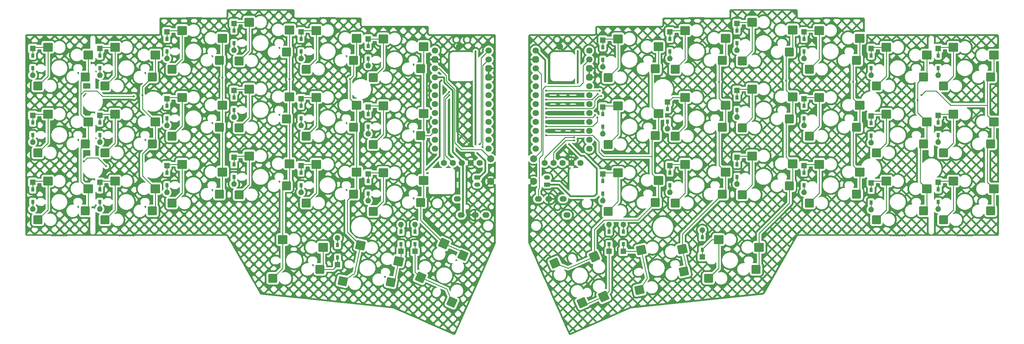
<source format=gbl>
G04 #@! TF.GenerationSoftware,KiCad,Pcbnew,8.0.4*
G04 #@! TF.CreationDate,2025-02-19T18:48:15+13:00*
G04 #@! TF.ProjectId,Corne V4 Pro Micro Edition,436f726e-6520-4563-9420-50726f204d69,4.0.0*
G04 #@! TF.SameCoordinates,Original*
G04 #@! TF.FileFunction,Copper,L2,Bot*
G04 #@! TF.FilePolarity,Positive*
%FSLAX46Y46*%
G04 Gerber Fmt 4.6, Leading zero omitted, Abs format (unit mm)*
G04 Created by KiCad (PCBNEW 8.0.4) date 2025-02-19 18:48:15*
%MOMM*%
%LPD*%
G01*
G04 APERTURE LIST*
G04 Aperture macros list*
%AMRoundRect*
0 Rectangle with rounded corners*
0 $1 Rounding radius*
0 $2 $3 $4 $5 $6 $7 $8 $9 X,Y pos of 4 corners*
0 Add a 4 corners polygon primitive as box body*
4,1,4,$2,$3,$4,$5,$6,$7,$8,$9,$2,$3,0*
0 Add four circle primitives for the rounded corners*
1,1,$1+$1,$2,$3*
1,1,$1+$1,$4,$5*
1,1,$1+$1,$6,$7*
1,1,$1+$1,$8,$9*
0 Add four rect primitives between the rounded corners*
20,1,$1+$1,$2,$3,$4,$5,0*
20,1,$1+$1,$4,$5,$6,$7,0*
20,1,$1+$1,$6,$7,$8,$9,0*
20,1,$1+$1,$8,$9,$2,$3,0*%
G04 Aperture macros list end*
G04 #@! TA.AperFunction,ComponentPad*
%ADD10C,1.800000*%
G04 #@! TD*
G04 #@! TA.AperFunction,ComponentPad*
%ADD11RoundRect,0.450000X-0.450000X-0.450000X0.450000X-0.450000X0.450000X0.450000X-0.450000X0.450000X0*%
G04 #@! TD*
G04 #@! TA.AperFunction,ComponentPad*
%ADD12C,2.000000*%
G04 #@! TD*
G04 #@! TA.AperFunction,ComponentPad*
%ADD13RoundRect,0.250000X0.625000X-0.350000X0.625000X0.350000X-0.625000X0.350000X-0.625000X-0.350000X0*%
G04 #@! TD*
G04 #@! TA.AperFunction,ComponentPad*
%ADD14O,1.750000X1.200000*%
G04 #@! TD*
G04 #@! TA.AperFunction,ComponentPad*
%ADD15O,2.000000X1.600000*%
G04 #@! TD*
G04 #@! TA.AperFunction,ComponentPad*
%ADD16C,1.752600*%
G04 #@! TD*
G04 #@! TA.AperFunction,ComponentPad*
%ADD17RoundRect,0.250000X-0.625000X0.350000X-0.625000X-0.350000X0.625000X-0.350000X0.625000X0.350000X0*%
G04 #@! TD*
G04 #@! TA.AperFunction,SMDPad,CuDef*
%ADD18RoundRect,0.250000X-1.025000X-1.000000X1.025000X-1.000000X1.025000X1.000000X-1.025000X1.000000X0*%
G04 #@! TD*
G04 #@! TA.AperFunction,SMDPad,CuDef*
%ADD19RoundRect,0.260000X-1.065000X-1.040000X1.065000X-1.040000X1.065000X1.040000X-1.065000X1.040000X0*%
G04 #@! TD*
G04 #@! TA.AperFunction,ComponentPad*
%ADD20O,1.600000X1.600000*%
G04 #@! TD*
G04 #@! TA.AperFunction,SMDPad,CuDef*
%ADD21R,0.950000X1.300000*%
G04 #@! TD*
G04 #@! TA.AperFunction,ComponentPad*
%ADD22R,1.600000X1.600000*%
G04 #@! TD*
G04 #@! TA.AperFunction,SMDPad,CuDef*
%ADD23RoundRect,0.250000X-1.209711X-0.766305X0.795937X-1.190424X1.209711X0.766305X-0.795937X1.190424X0*%
G04 #@! TD*
G04 #@! TA.AperFunction,SMDPad,CuDef*
%ADD24RoundRect,0.260000X-1.257121X-0.797164X0.826796X-1.237834X1.257121X0.797164X-0.826796X1.237834X0*%
G04 #@! TD*
G04 #@! TA.AperFunction,SMDPad,CuDef*
%ADD25RoundRect,0.250000X-1.329338X0.532433X-0.499452X-1.342078X1.329338X-0.532433X0.499452X1.342078X0*%
G04 #@! TD*
G04 #@! TA.AperFunction,SMDPad,CuDef*
%ADD26RoundRect,0.260000X-1.382107X0.552816X-0.519835X-1.394846X1.382107X-0.552816X0.519835X1.394846X0*%
G04 #@! TD*
G04 #@! TA.AperFunction,SMDPad,CuDef*
%ADD27RoundRect,0.250000X-0.795937X-1.190424X1.209711X-0.766305X0.795937X1.190424X-1.209711X0.766305X0*%
G04 #@! TD*
G04 #@! TA.AperFunction,SMDPad,CuDef*
%ADD28RoundRect,0.260000X-0.826796X-1.237834X1.257121X-0.797164X0.826796X1.237834X-1.257121X0.797164X0*%
G04 #@! TD*
G04 #@! TA.AperFunction,SMDPad,CuDef*
%ADD29RoundRect,0.250000X0.499452X-1.342078X1.329338X0.532433X-0.499452X1.342078X-1.329338X-0.532433X0*%
G04 #@! TD*
G04 #@! TA.AperFunction,SMDPad,CuDef*
%ADD30RoundRect,0.260000X0.519835X-1.394846X1.382107X0.552816X-0.519835X1.394846X-1.382107X-0.552816X0*%
G04 #@! TD*
G04 #@! TA.AperFunction,ViaPad*
%ADD31C,0.600000*%
G04 #@! TD*
G04 #@! TA.AperFunction,Conductor*
%ADD32C,0.250000*%
G04 #@! TD*
G04 #@! TA.AperFunction,Conductor*
%ADD33C,0.500000*%
G04 #@! TD*
G04 APERTURE END LIST*
D10*
X190192337Y-63320000D03*
X190192337Y-65860000D03*
D11*
X190192337Y-68400000D03*
X190192337Y-70940000D03*
D10*
X190192337Y-73480000D03*
X190192337Y-76020000D03*
X190192337Y-78560000D03*
X190192337Y-81100000D03*
X190192337Y-83640000D03*
X190192337Y-86180000D03*
X190192337Y-88720000D03*
X190192337Y-91260000D03*
X174952337Y-63320000D03*
D11*
X174952337Y-65860000D03*
D10*
X174952337Y-68400000D03*
X174952337Y-70940000D03*
X174952337Y-73480000D03*
X174952337Y-76020000D03*
X174952337Y-78560000D03*
X174952337Y-81100000D03*
X174952337Y-83640000D03*
X174952337Y-86180000D03*
X174952337Y-88720000D03*
X174952337Y-91260000D03*
D12*
X202962502Y-94111250D03*
X202962502Y-100611250D03*
D13*
X206769675Y-101500000D03*
D14*
X206769675Y-99500000D03*
D15*
X181292337Y-105576250D03*
X182392337Y-110176250D03*
X186392337Y-110176250D03*
X189392337Y-110176250D03*
X212427339Y-110176250D03*
X211327339Y-105576250D03*
X207327339Y-105576250D03*
X204327339Y-105576250D03*
D10*
X218767339Y-63320000D03*
X218767339Y-65860000D03*
D11*
X218767339Y-68400000D03*
X218767339Y-70940000D03*
D10*
X218767339Y-73480000D03*
X218767339Y-76020000D03*
X218767339Y-78560000D03*
X218767339Y-81100000D03*
X218767339Y-83640000D03*
X218767339Y-86180000D03*
X218767339Y-88720000D03*
X218767339Y-91260000D03*
X203527339Y-63320000D03*
D11*
X203527339Y-65860000D03*
D10*
X203527339Y-68400000D03*
X203527339Y-70940000D03*
X203527339Y-73480000D03*
X203527339Y-76020000D03*
X203527339Y-78560000D03*
X203527339Y-81100000D03*
X203527339Y-83640000D03*
X203527339Y-86180000D03*
X203527339Y-88720000D03*
X203527339Y-91260000D03*
D16*
X206067339Y-95300000D03*
X208607339Y-95300000D03*
X211147339Y-95300000D03*
X213687339Y-95300000D03*
X216227339Y-95300000D03*
X177492337Y-95300000D03*
X180032337Y-95300000D03*
X182572337Y-95300000D03*
X185112337Y-95300000D03*
X187652337Y-95300000D03*
D17*
X186950001Y-99500000D03*
D14*
X186950001Y-101500000D03*
D12*
X190757174Y-94111250D03*
X190757174Y-100611250D03*
D18*
X170882337Y-68495000D03*
D19*
X171767337Y-62205000D03*
D18*
X157432337Y-71035000D03*
D19*
X160277337Y-60005000D03*
D20*
X298842339Y-89546250D03*
D21*
X298842339Y-87511250D03*
X298842339Y-83961250D03*
D22*
X298842339Y-81926250D03*
D20*
X60717337Y-70346250D03*
D21*
X60717337Y-68311250D03*
X60717337Y-64761250D03*
D22*
X60717337Y-62726250D03*
D18*
X313757339Y-89926250D03*
D19*
X314642339Y-83636250D03*
D18*
X300307339Y-92466250D03*
D19*
X303152339Y-81436250D03*
D20*
X79767337Y-89396250D03*
D21*
X79767337Y-87361250D03*
X79767337Y-83811250D03*
D22*
X79767337Y-81776250D03*
D20*
X155967337Y-87015000D03*
D21*
X155967337Y-84980000D03*
X155967337Y-81430000D03*
D22*
X155967337Y-79395000D03*
D18*
X294707339Y-104213750D03*
D19*
X295592339Y-97923750D03*
D18*
X281257339Y-106753750D03*
D19*
X284102339Y-95723750D03*
D20*
X136917337Y-84633750D03*
D21*
X136917337Y-82598750D03*
X136917337Y-79048750D03*
D22*
X136917337Y-77013750D03*
D18*
X266132339Y-125645000D03*
D19*
X267017339Y-119355000D03*
D18*
X252682339Y-128185000D03*
D19*
X255527339Y-117155000D03*
D20*
X317892339Y-89396250D03*
D21*
X317892339Y-87361250D03*
X317892339Y-83811250D03*
D22*
X317892339Y-81776250D03*
D18*
X142307337Y-125645000D03*
D19*
X143192337Y-119355000D03*
D18*
X128857337Y-128185000D03*
D19*
X131702337Y-117155000D03*
D18*
X151832337Y-66113750D03*
D19*
X152717337Y-59823750D03*
D18*
X138382337Y-68653750D03*
D19*
X141227337Y-57623750D03*
D18*
X275657339Y-101832500D03*
D19*
X276542339Y-95542500D03*
D18*
X262207339Y-104372500D03*
D19*
X265052339Y-93342500D03*
D20*
X98817337Y-84633750D03*
D21*
X98817337Y-82598750D03*
X98817337Y-79048750D03*
D22*
X98817337Y-77013750D03*
D20*
X60717337Y-89396250D03*
D21*
X60717337Y-87361250D03*
X60717337Y-83811250D03*
D22*
X60717337Y-81776250D03*
D20*
X317892339Y-70346250D03*
D21*
X317892339Y-68311250D03*
X317892339Y-64761250D03*
D22*
X317892339Y-62726250D03*
D20*
X241022339Y-85601250D03*
D21*
X241022339Y-83566250D03*
X241022339Y-80016250D03*
D22*
X241022339Y-77981250D03*
D20*
X79767337Y-108446250D03*
D21*
X79767337Y-106411250D03*
X79767337Y-102861250D03*
D22*
X79767337Y-100826250D03*
D20*
X224419676Y-112890000D03*
D21*
X224419676Y-114925000D03*
X224419676Y-118475000D03*
D22*
X224419676Y-120510000D03*
D18*
X275657339Y-82782500D03*
D19*
X276542339Y-76492500D03*
D18*
X262207339Y-85322500D03*
D19*
X265052339Y-74292500D03*
D18*
X313757339Y-108976250D03*
D19*
X314642339Y-102686250D03*
D18*
X300307339Y-111516250D03*
D19*
X303152339Y-100486250D03*
D20*
X260742339Y-63202500D03*
D21*
X260742339Y-61167500D03*
X260742339Y-57617500D03*
D22*
X260742339Y-55582500D03*
D20*
X260742339Y-101302500D03*
D21*
X260742339Y-99267500D03*
X260742339Y-95717500D03*
D22*
X260742339Y-93682500D03*
D18*
X113732337Y-66113750D03*
D19*
X114617337Y-59823750D03*
D18*
X100282337Y-68653750D03*
D19*
X103127337Y-57623750D03*
D18*
X132782337Y-82782500D03*
D19*
X133667337Y-76492500D03*
D18*
X119332337Y-85322500D03*
D19*
X122177337Y-74292500D03*
D18*
X113732337Y-85163750D03*
D19*
X114617337Y-78873750D03*
D18*
X100282337Y-87703750D03*
D19*
X103127337Y-76673750D03*
D18*
X313757339Y-70876250D03*
D19*
X314642339Y-64586250D03*
D18*
X300307339Y-73416250D03*
D19*
X303152339Y-62386250D03*
D18*
X332807339Y-70876250D03*
D19*
X333692339Y-64586250D03*
D18*
X319357339Y-73416250D03*
D19*
X322202339Y-62386250D03*
D23*
X162437134Y-129289414D03*
D24*
X164604308Y-123318595D03*
D23*
X148752634Y-128991827D03*
D24*
X153818047Y-118789057D03*
D18*
X237557339Y-68495000D03*
D19*
X238442339Y-62205000D03*
D18*
X224107339Y-71035000D03*
D19*
X226952339Y-60005000D03*
D18*
X132782337Y-63732500D03*
D19*
X133667337Y-57442500D03*
D18*
X119332337Y-66272500D03*
D19*
X122177337Y-55242500D03*
D18*
X256607339Y-85163750D03*
D19*
X257492339Y-78873750D03*
D18*
X243157339Y-87703750D03*
D19*
X246002339Y-76673750D03*
D18*
X94682337Y-89926250D03*
D19*
X95567337Y-83636250D03*
D18*
X81232337Y-92466250D03*
D19*
X84077337Y-81436250D03*
D20*
X222642339Y-87015000D03*
D21*
X222642339Y-84980000D03*
X222642339Y-81430000D03*
D22*
X222642339Y-79395000D03*
D20*
X260742339Y-82252500D03*
D21*
X260742339Y-80217500D03*
X260742339Y-76667500D03*
D22*
X260742339Y-74632500D03*
D20*
X165300000Y-112890000D03*
D21*
X165300000Y-114925000D03*
X165300000Y-118475000D03*
D22*
X165300000Y-120510000D03*
D18*
X75632337Y-108976250D03*
D19*
X76517337Y-102686250D03*
D18*
X62182337Y-111516250D03*
D19*
X65027337Y-100486250D03*
D18*
X237557339Y-87545000D03*
D19*
X238442339Y-81255000D03*
D18*
X224107339Y-90085000D03*
D19*
X226952339Y-79055000D03*
D25*
X216772903Y-135120912D03*
D26*
X222882717Y-133383818D03*
D25*
X209005477Y-123850543D03*
D26*
X220242977Y-121986807D03*
D20*
X222642339Y-67965000D03*
D21*
X222642339Y-65930000D03*
X222642339Y-62380000D03*
D22*
X222642339Y-60345000D03*
D20*
X222642339Y-106065000D03*
D21*
X222642339Y-104030000D03*
X222642339Y-100480000D03*
D22*
X222642339Y-98445000D03*
D18*
X151832337Y-104213750D03*
D19*
X152717337Y-97923750D03*
D18*
X138382337Y-106753750D03*
D19*
X141227337Y-95723750D03*
D20*
X147300000Y-116690000D03*
D21*
X147300000Y-118725000D03*
X147300000Y-122275000D03*
D22*
X147300000Y-124310000D03*
D20*
X250872339Y-114431250D03*
D21*
X250872339Y-116466250D03*
X250872339Y-120016250D03*
D22*
X250872339Y-122051250D03*
D18*
X294707339Y-66113750D03*
D19*
X295592339Y-59823750D03*
D18*
X281257339Y-68653750D03*
D19*
X284102339Y-57623750D03*
D20*
X136917337Y-65583750D03*
D21*
X136917337Y-63548750D03*
X136917337Y-59998750D03*
D22*
X136917337Y-57963750D03*
D20*
X298842339Y-70346250D03*
D21*
X298842339Y-68311250D03*
X298842339Y-64761250D03*
D22*
X298842339Y-62726250D03*
D20*
X155967337Y-67610000D03*
D21*
X155967337Y-65575000D03*
X155967337Y-62025000D03*
D22*
X155967337Y-59990000D03*
D20*
X241692339Y-103683750D03*
D21*
X241692339Y-101648750D03*
X241692339Y-98098750D03*
D22*
X241692339Y-96063750D03*
D20*
X117867337Y-63202500D03*
D21*
X117867337Y-61167500D03*
X117867337Y-57617500D03*
D22*
X117867337Y-55582500D03*
D18*
X237557339Y-106595000D03*
D19*
X238442339Y-100305000D03*
D18*
X224107339Y-109135000D03*
D19*
X226952339Y-98105000D03*
D20*
X169300000Y-112890000D03*
D21*
X169300000Y-114925000D03*
X169300000Y-118475000D03*
D22*
X169300000Y-120510000D03*
D20*
X241692339Y-65583750D03*
D21*
X241692339Y-63548750D03*
X241692339Y-59998750D03*
D22*
X241692339Y-57963750D03*
D27*
X245684071Y-126244033D03*
D28*
X245248601Y-119907024D03*
D27*
X233050559Y-131511714D03*
D28*
X233552040Y-120131756D03*
D20*
X317892339Y-108446250D03*
D21*
X317892339Y-106411250D03*
X317892339Y-102861250D03*
D22*
X317892339Y-100826250D03*
D20*
X298842339Y-108596250D03*
D21*
X298842339Y-106561250D03*
X298842339Y-103011250D03*
D22*
X298842339Y-100976250D03*
D18*
X132782337Y-101832500D03*
D19*
X133667337Y-95542500D03*
D18*
X119332337Y-104372500D03*
D19*
X122177337Y-93342500D03*
D20*
X79767337Y-70346250D03*
D21*
X79767337Y-68311250D03*
X79767337Y-64761250D03*
D22*
X79767337Y-62726250D03*
D20*
X155967337Y-106065000D03*
D21*
X155967337Y-104030000D03*
X155967337Y-100480000D03*
D22*
X155967337Y-98445000D03*
D20*
X279792339Y-65583750D03*
D21*
X279792339Y-63548750D03*
X279792339Y-59998750D03*
D22*
X279792339Y-57963750D03*
D18*
X332807339Y-108976250D03*
D19*
X333692339Y-102686250D03*
D18*
X319357339Y-111516250D03*
D19*
X322202339Y-100486250D03*
D20*
X60717337Y-108446250D03*
D21*
X60717337Y-106411250D03*
X60717337Y-102861250D03*
D22*
X60717337Y-100826250D03*
D18*
X113732337Y-104213750D03*
D19*
X114617337Y-97923750D03*
D18*
X100282337Y-106753750D03*
D19*
X103127337Y-95723750D03*
D18*
X75632337Y-70876250D03*
D19*
X76517337Y-64586250D03*
D18*
X62182337Y-73416250D03*
D19*
X65027337Y-62386250D03*
D18*
X275657339Y-63732500D03*
D19*
X276542339Y-57442500D03*
D18*
X262207339Y-66272500D03*
D19*
X265052339Y-55242500D03*
D20*
X279792339Y-84633750D03*
D21*
X279792339Y-82598750D03*
X279792339Y-79048750D03*
D22*
X279792339Y-77013750D03*
D18*
X75632337Y-89926250D03*
D19*
X76517337Y-83636250D03*
D18*
X62182337Y-92466250D03*
D19*
X65027337Y-81436250D03*
D18*
X94682337Y-70876250D03*
D19*
X95567337Y-64586250D03*
D18*
X81232337Y-73416250D03*
D19*
X84077337Y-62386250D03*
D20*
X117867337Y-101302500D03*
D21*
X117867337Y-99267500D03*
X117867337Y-95717500D03*
D22*
X117867337Y-93682500D03*
D20*
X279792339Y-103683750D03*
D21*
X279792339Y-101648750D03*
X279792339Y-98098750D03*
D22*
X279792339Y-96063750D03*
D18*
X332807339Y-89926250D03*
D19*
X333692339Y-83636250D03*
D18*
X319357339Y-92466250D03*
D19*
X322202339Y-81436250D03*
D18*
X294707339Y-85163750D03*
D19*
X295592339Y-78873750D03*
D18*
X281257339Y-87703750D03*
D19*
X284102339Y-76673750D03*
D18*
X94682337Y-108976250D03*
D19*
X95567337Y-102686250D03*
D18*
X81232337Y-111516250D03*
D19*
X84077337Y-100486250D03*
D20*
X98817337Y-103683750D03*
D21*
X98817337Y-101648750D03*
X98817337Y-98098750D03*
D22*
X98817337Y-96063750D03*
D20*
X136917337Y-103683750D03*
D21*
X136917337Y-101648750D03*
X136917337Y-98098750D03*
D22*
X136917337Y-96063750D03*
D29*
X182905759Y-121661012D03*
D30*
X177512480Y-118305439D03*
D29*
X179783462Y-134987878D03*
D30*
X170849401Y-127921232D03*
D18*
X256607339Y-66113750D03*
D19*
X257492339Y-59823750D03*
D18*
X243157339Y-68653750D03*
D19*
X246002339Y-57623750D03*
D18*
X170882337Y-106595000D03*
D19*
X171767337Y-100305000D03*
D18*
X157432337Y-109135000D03*
D19*
X160277337Y-98105000D03*
D18*
X151832337Y-85163750D03*
D19*
X152717337Y-78873750D03*
D18*
X138382337Y-87703750D03*
D19*
X141227337Y-76673750D03*
D18*
X170882337Y-87545000D03*
D19*
X171767337Y-81255000D03*
D18*
X157432337Y-90085000D03*
D19*
X160277337Y-79055000D03*
D20*
X228419676Y-112890000D03*
D21*
X228419676Y-114925000D03*
X228419676Y-118475000D03*
D22*
X228419676Y-120510000D03*
D20*
X98817337Y-65583750D03*
D21*
X98817337Y-63548750D03*
X98817337Y-59998750D03*
D22*
X98817337Y-57963750D03*
D20*
X117867337Y-82252500D03*
D21*
X117867337Y-80217500D03*
X117867337Y-76667500D03*
D22*
X117867337Y-74632500D03*
D18*
X256607339Y-104213750D03*
D19*
X257492339Y-97923750D03*
D18*
X243157339Y-106753750D03*
D19*
X246002339Y-95723750D03*
D31*
X181800000Y-62200000D03*
X185112337Y-90500000D03*
X206500000Y-87460000D03*
X221055000Y-82400000D03*
X206500000Y-84920000D03*
X255600000Y-72324500D03*
X206500000Y-82380000D03*
X220400000Y-81700000D03*
X274650000Y-71884500D03*
X206500000Y-79840000D03*
X222200000Y-76315000D03*
X293700000Y-72244500D03*
X206500000Y-77300000D03*
X221200000Y-75700000D03*
X312050000Y-77500000D03*
X221750000Y-74750000D03*
X313110000Y-75990000D03*
X206500000Y-74750000D03*
X150862502Y-71424500D03*
X133667337Y-71495750D03*
X114617337Y-71055750D03*
X91862502Y-76061250D03*
X89400000Y-76400000D03*
X213072339Y-90000000D03*
X215500000Y-63500000D03*
X215500000Y-72500000D03*
X206250000Y-72250000D03*
X75200000Y-94900000D03*
X81600000Y-96300000D03*
X214450000Y-88074500D03*
X214500000Y-88900000D03*
X210400000Y-62200000D03*
X213687339Y-92200000D03*
X179025000Y-75075000D03*
X179050000Y-76000000D03*
X187652337Y-90000000D03*
X188500000Y-90850000D03*
X186500000Y-63600000D03*
X186500000Y-90000000D03*
X187000000Y-92500000D03*
X172500000Y-97276472D03*
X176800000Y-71800000D03*
D32*
X181005000Y-86392663D02*
X185112337Y-90500000D01*
X178800000Y-71600000D02*
X181005000Y-73805000D01*
X174952337Y-65860000D02*
X178800000Y-69707663D01*
X178800000Y-69707663D02*
X178800000Y-71600000D01*
X181005000Y-73805000D02*
X181005000Y-86392663D01*
X279792339Y-63048750D02*
X279792339Y-65083750D01*
X260742339Y-60667500D02*
X260742339Y-62702500D01*
X317892339Y-67811250D02*
X317892339Y-69846250D01*
X222642339Y-65430000D02*
X222642339Y-67465000D01*
X298842339Y-67811250D02*
X298842339Y-69846250D01*
X241692339Y-63048750D02*
X241692339Y-65083750D01*
X178325615Y-131236221D02*
X179767509Y-134992432D01*
X169300000Y-118575000D02*
X169300000Y-120610000D01*
X169300000Y-126371831D02*
X169300000Y-120610000D01*
X170849401Y-127921232D02*
X169300000Y-126371831D01*
X170848257Y-127907081D02*
X178325615Y-131236221D01*
X160277337Y-98105000D02*
X160277337Y-106290000D01*
X160277337Y-106290000D02*
X157432337Y-109135000D01*
X156467337Y-98105000D02*
X160277337Y-98105000D01*
X155967337Y-100480000D02*
X155967337Y-98445000D01*
X155967337Y-81430000D02*
X155967337Y-79395000D01*
X160277337Y-87240000D02*
X157432337Y-90085000D01*
X160277337Y-79055000D02*
X160277337Y-87240000D01*
X160277337Y-79055000D02*
X156467337Y-79055000D01*
X156467337Y-60005000D02*
X160277337Y-60005000D01*
X160277337Y-68190000D02*
X157432337Y-71035000D01*
X155967337Y-62380000D02*
X155967337Y-60345000D01*
X160277337Y-60005000D02*
X160277337Y-68190000D01*
X136917337Y-59998750D02*
X136917337Y-57963750D01*
X141227337Y-57623750D02*
X141227337Y-65808750D01*
X137417337Y-57623750D02*
X141227337Y-57623750D01*
X141227337Y-65808750D02*
X138382337Y-68653750D01*
X141227337Y-84858750D02*
X138382337Y-87703750D01*
X137417337Y-76673750D02*
X141227337Y-76673750D01*
X136917337Y-79048750D02*
X136917337Y-77013750D01*
X141227337Y-76673750D02*
X141227337Y-84858750D01*
X141227337Y-103908750D02*
X138382337Y-106753750D01*
X137417337Y-95723750D02*
X141227337Y-95723750D01*
X141227337Y-95723750D02*
X141227337Y-103908750D01*
X136917337Y-98098750D02*
X136917337Y-96063750D01*
X164606373Y-123327863D02*
X163482594Y-128614732D01*
X163482594Y-128614732D02*
X162432939Y-129296401D01*
X163482594Y-128614732D02*
X162432939Y-129296401D01*
X164606373Y-123327863D02*
X163482594Y-128614732D01*
X163482594Y-128614732D02*
X162432939Y-129296401D01*
X164606373Y-123327863D02*
X163482594Y-128614732D01*
X165300000Y-122622903D02*
X165300000Y-120510000D01*
X164604308Y-123318595D02*
X165300000Y-122622903D01*
X165300000Y-118475000D02*
X165300000Y-120510000D01*
X143192337Y-124760000D02*
X142307337Y-125645000D01*
X143192337Y-124760000D02*
X142307337Y-125645000D01*
X147300000Y-124432903D02*
X147300000Y-124310000D01*
X142307337Y-125645000D02*
X146087903Y-125645000D01*
X146087903Y-125645000D02*
X147300000Y-124432903D01*
X143192337Y-119355000D02*
X143192337Y-124760000D01*
X143192337Y-119355000D02*
X143192337Y-124760000D01*
X147300000Y-122275000D02*
X147300000Y-124310000D01*
X122177337Y-101527500D02*
X119332337Y-104372500D01*
X122177337Y-93342500D02*
X122177337Y-101527500D01*
X118367337Y-93342500D02*
X122177337Y-93342500D01*
X117867337Y-95717500D02*
X117867337Y-93682500D01*
X118367337Y-74292500D02*
X122177337Y-74292500D01*
X117867337Y-76667500D02*
X117867337Y-74632500D01*
X122177337Y-82477500D02*
X119332337Y-85322500D01*
X122177337Y-74292500D02*
X122177337Y-82477500D01*
X118367337Y-55242500D02*
X122177337Y-55242500D01*
X122177337Y-55242500D02*
X122177337Y-63427500D01*
X122177337Y-63427500D02*
X119332337Y-66272500D01*
X117867337Y-57617500D02*
X117867337Y-55582500D01*
X103127337Y-57623750D02*
X103127337Y-65808750D01*
X103127337Y-65808750D02*
X100282337Y-68653750D01*
X99317337Y-57623750D02*
X103127337Y-57623750D01*
X98817337Y-59998750D02*
X98817337Y-57963750D01*
X98817337Y-79048750D02*
X98817337Y-77013750D01*
X99317337Y-76673750D02*
X103127337Y-76673750D01*
X103127337Y-76673750D02*
X103127337Y-84858750D01*
X103127337Y-84858750D02*
X100282337Y-87703750D01*
X99317337Y-95723750D02*
X103127337Y-95723750D01*
X103127337Y-103908750D02*
X100282337Y-106753750D01*
X103127337Y-95723750D02*
X103127337Y-103908750D01*
X98817337Y-98098750D02*
X98817337Y-96063750D01*
X80267337Y-100486250D02*
X84077337Y-100486250D01*
X81232337Y-111516250D02*
X84077337Y-108671250D01*
X79767337Y-102861250D02*
X79767337Y-100826250D01*
X84077337Y-108671250D02*
X84077337Y-100486250D01*
X80267337Y-81436250D02*
X84077337Y-81436250D01*
X79767337Y-83811250D02*
X79767337Y-81776250D01*
X84077337Y-81436250D02*
X84077337Y-89621250D01*
X84077337Y-89621250D02*
X81232337Y-92466250D01*
X80267337Y-62386250D02*
X84077337Y-62386250D01*
X84077337Y-70571250D02*
X81232337Y-73416250D01*
X84077337Y-62386250D02*
X84077337Y-70571250D01*
X79767337Y-64761250D02*
X79767337Y-62726250D01*
X61217337Y-62386250D02*
X65027337Y-62386250D01*
X65027337Y-70571250D02*
X65027337Y-62386250D01*
X60717337Y-64761250D02*
X60717337Y-62726250D01*
X62182337Y-73416250D02*
X65027337Y-70571250D01*
X61217337Y-81436250D02*
X65027337Y-81436250D01*
X60717337Y-83811250D02*
X60717337Y-81776250D01*
X62182337Y-92466250D02*
X65027337Y-89621250D01*
X65027337Y-89621250D02*
X65027337Y-81436250D01*
X65027337Y-100486250D02*
X61217337Y-100486250D01*
X65027337Y-100486250D02*
X65027337Y-108671250D01*
X65027337Y-108671250D02*
X62182337Y-111516250D01*
X60717337Y-102861250D02*
X60717337Y-100826250D01*
X224419676Y-131846859D02*
X224419676Y-120510000D01*
X224419676Y-118475000D02*
X224419676Y-120510000D01*
X222895311Y-133369644D02*
X217957607Y-135568040D01*
X217957607Y-135568040D02*
X216789153Y-135119519D01*
X222882717Y-133383818D02*
X224419676Y-131846859D01*
X226952339Y-106290000D02*
X224107339Y-109135000D01*
X226952339Y-98105000D02*
X223142339Y-98105000D01*
X226952339Y-98105000D02*
X226952339Y-106290000D01*
X222642339Y-97945000D02*
X222642339Y-99980000D01*
X222642339Y-80930000D02*
X222642339Y-78895000D01*
X226952339Y-87240000D02*
X224107339Y-90085000D01*
X223142339Y-79055000D02*
X226952339Y-79055000D01*
X226952339Y-79055000D02*
X226952339Y-87240000D01*
X223142339Y-60005000D02*
X226952339Y-60005000D01*
X226952339Y-60005000D02*
X226952339Y-68190000D01*
X226952339Y-68190000D02*
X224107339Y-71035000D01*
X222642339Y-61880000D02*
X222642339Y-59845000D01*
X246002339Y-57623750D02*
X246002339Y-65808750D01*
X242192339Y-57623750D02*
X246002339Y-57623750D01*
X241692339Y-59498750D02*
X241692339Y-57463750D01*
X246002339Y-65808750D02*
X243157339Y-68653750D01*
X246002339Y-84858750D02*
X243157339Y-87703750D01*
X246002339Y-76673750D02*
X246002339Y-84858750D01*
X241022339Y-80016250D02*
X241022339Y-77981250D01*
X242489839Y-76673750D02*
X246002339Y-76673750D01*
X241522339Y-77641250D02*
X242489839Y-76673750D01*
X241692339Y-97598750D02*
X241692339Y-95563750D01*
X246002339Y-103908750D02*
X243157339Y-106753750D01*
X246002339Y-95723750D02*
X246002339Y-103908750D01*
X246002339Y-95723750D02*
X242192339Y-95723750D01*
X233546648Y-120136372D02*
X235248405Y-128142509D01*
X233552040Y-120131756D02*
X233173796Y-120510000D01*
X233173796Y-120510000D02*
X228419676Y-120510000D01*
X228419676Y-118475000D02*
X228419676Y-120510000D01*
X235248405Y-128142509D02*
X233057086Y-131516848D01*
X228797920Y-120131756D02*
X228419676Y-120510000D01*
X255527339Y-125340000D02*
X252682339Y-128185000D01*
X250872339Y-119891250D02*
X253608589Y-117155000D01*
X255527339Y-117155000D02*
X255527339Y-125340000D01*
X250872339Y-120016250D02*
X250872339Y-122051250D01*
X253608589Y-117155000D02*
X255527339Y-117155000D01*
X265052339Y-93342500D02*
X265052339Y-101527500D01*
X265052339Y-93342500D02*
X261242339Y-93342500D01*
X260742339Y-95217500D02*
X260742339Y-93182500D01*
X265052339Y-101527500D02*
X262207339Y-104372500D01*
X265052339Y-74292500D02*
X265052339Y-82477500D01*
X265052339Y-74292500D02*
X261242339Y-74292500D01*
X260742339Y-76167500D02*
X260742339Y-74132500D01*
X265052339Y-82477500D02*
X262207339Y-85322500D01*
X265052339Y-63427500D02*
X262207339Y-66272500D01*
X265052339Y-55242500D02*
X261242339Y-55242500D01*
X260742339Y-57117500D02*
X260742339Y-55082500D01*
X265052339Y-55242500D02*
X265052339Y-63427500D01*
X284102339Y-57623750D02*
X284102339Y-65808750D01*
X280292339Y-57623750D02*
X284102339Y-57623750D01*
X284102339Y-65808750D02*
X281257339Y-68653750D01*
X279792339Y-59498750D02*
X279792339Y-57463750D01*
X284102339Y-84858750D02*
X281257339Y-87703750D01*
X284102339Y-76673750D02*
X284102339Y-84858750D01*
X284102339Y-76673750D02*
X280292339Y-76673750D01*
X279792339Y-78548750D02*
X279792339Y-76513750D01*
X284102339Y-95723750D02*
X284102339Y-103908750D01*
X279792339Y-97598750D02*
X279792339Y-95563750D01*
X284102339Y-103908750D02*
X281257339Y-106753750D01*
X284102339Y-95723750D02*
X280292339Y-95723750D01*
X303152339Y-100486250D02*
X303152339Y-108671250D01*
X303152339Y-108671250D02*
X300307339Y-111516250D01*
X303152339Y-100486250D02*
X299342339Y-100486250D01*
X298842339Y-102511250D02*
X298842339Y-100476250D01*
X303152339Y-81436250D02*
X303152339Y-89621250D01*
X303152339Y-89621250D02*
X300307339Y-92466250D01*
X303152339Y-81436250D02*
X299342339Y-81436250D01*
X298842339Y-83461250D02*
X298842339Y-81426250D01*
X298842339Y-64261250D02*
X298842339Y-62226250D01*
X303152339Y-62386250D02*
X299342339Y-62386250D01*
X303152339Y-70571250D02*
X300307339Y-73416250D01*
X303152339Y-62386250D02*
X303152339Y-70571250D01*
X317892339Y-64261250D02*
X317892339Y-62226250D01*
X322202339Y-62386250D02*
X318392339Y-62386250D01*
X322202339Y-70571250D02*
X319357339Y-73416250D01*
X322202339Y-62386250D02*
X322202339Y-70571250D01*
X322202339Y-81436250D02*
X322202339Y-89621250D01*
X317892339Y-83311250D02*
X317892339Y-81276250D01*
X322202339Y-81436250D02*
X318392339Y-81436250D01*
X322202339Y-89621250D02*
X319357339Y-92466250D01*
X322202339Y-100486250D02*
X318392339Y-100486250D01*
X322202339Y-100486250D02*
X322202339Y-108671250D01*
X317892339Y-102361250D02*
X317892339Y-100326250D01*
X322202339Y-108671250D02*
X319357339Y-111516250D01*
X206500000Y-87460000D02*
X219760000Y-87460000D01*
X222923830Y-111576170D02*
X220242977Y-114257023D01*
X221500000Y-89200000D02*
X221500000Y-92200000D01*
X220242977Y-114257023D02*
X220242977Y-121986807D01*
X212754342Y-125307318D02*
X208998132Y-123865443D01*
X238442339Y-105710000D02*
X237557339Y-106595000D01*
X236550000Y-98412661D02*
X238442339Y-100305000D01*
X238442339Y-62205000D02*
X238442339Y-67610000D01*
X238442339Y-100305000D02*
X238442339Y-105710000D01*
X236550000Y-69502339D02*
X236550000Y-79362661D01*
X236550000Y-88552339D02*
X236550000Y-93500000D01*
X236550000Y-79362661D02*
X238442339Y-81255000D01*
X222800000Y-93500000D02*
X236550000Y-93500000D01*
X236550000Y-93500000D02*
X236550000Y-98412661D01*
X238442339Y-81255000D02*
X238442339Y-86660000D01*
X238442339Y-86660000D02*
X237557339Y-87545000D01*
X237557339Y-106595000D02*
X232576170Y-111576170D01*
X238442339Y-67610000D02*
X237557339Y-68495000D01*
X237557339Y-87545000D02*
X236550000Y-88552339D01*
X232576170Y-111576170D02*
X222923830Y-111576170D01*
X221500000Y-92200000D02*
X222800000Y-93500000D01*
X237557339Y-68495000D02*
X236550000Y-69502339D01*
X220231712Y-121978166D02*
X212754342Y-125307318D01*
X219760000Y-87460000D02*
X221500000Y-89200000D01*
X255600000Y-96031411D02*
X257492339Y-97923750D01*
X245248603Y-115572486D02*
X256607339Y-104213750D01*
X246366733Y-125186280D02*
X245685074Y-126235942D01*
X255600000Y-67121089D02*
X256607339Y-66113750D01*
X255600000Y-72324500D02*
X255600000Y-76981411D01*
X219707597Y-84920000D02*
X206500000Y-84920000D01*
X257492339Y-84278750D02*
X256607339Y-85163750D01*
X257492339Y-97923750D02*
X257492339Y-103328750D01*
X257492339Y-103328750D02*
X256607339Y-104213750D01*
X221055000Y-83572597D02*
X219707597Y-84920000D01*
X256607339Y-85163750D02*
X255600000Y-86171089D01*
X255600000Y-76981411D02*
X257492339Y-78873750D01*
X255600000Y-72324500D02*
X255600000Y-67121089D01*
X245248603Y-119907024D02*
X245248603Y-115572486D01*
X245242971Y-119899390D02*
X246366733Y-125186280D01*
X255600000Y-86171089D02*
X255600000Y-96031411D01*
X257492339Y-78873750D02*
X257492339Y-84278750D01*
X257492339Y-65228750D02*
X256607339Y-66113750D01*
X221055000Y-82400000D02*
X221055000Y-83572597D01*
X257492339Y-59823750D02*
X257492339Y-65228750D01*
X275657339Y-106742661D02*
X275657339Y-101832500D01*
X274650000Y-83789839D02*
X274650000Y-93650161D01*
X274650000Y-93650161D02*
X276542339Y-95542500D01*
X276542339Y-100947500D02*
X275657339Y-101832500D01*
X274650000Y-64739839D02*
X274650000Y-74600161D01*
X267017339Y-119355000D02*
X267017339Y-124760000D01*
X276542339Y-76492500D02*
X276542339Y-81897500D01*
X267017339Y-115382661D02*
X275657339Y-106742661D01*
X274650000Y-74600161D02*
X276542339Y-76492500D01*
X276542339Y-81897500D02*
X275657339Y-82782500D01*
X275657339Y-63732500D02*
X274650000Y-64739839D01*
X267017339Y-124760000D02*
X266132339Y-125645000D01*
X219720000Y-82380000D02*
X206500000Y-82380000D01*
X220400000Y-81700000D02*
X219720000Y-82380000D01*
X276542339Y-62847500D02*
X275657339Y-63732500D01*
X276542339Y-57442500D02*
X276542339Y-62847500D01*
X267017339Y-119355000D02*
X267017339Y-115382661D01*
X276542339Y-95542500D02*
X276542339Y-100947500D01*
X275657339Y-82782500D02*
X274650000Y-83789839D01*
X295592339Y-65228750D02*
X294707339Y-66113750D01*
X295592339Y-78873750D02*
X295592339Y-84278750D01*
X293700000Y-72244500D02*
X293700000Y-67121089D01*
X295592339Y-59823750D02*
X295592339Y-65228750D01*
X295592339Y-103328750D02*
X294707339Y-104213750D01*
X220300000Y-79200000D02*
X219660000Y-79840000D01*
X293700000Y-76981411D02*
X295592339Y-78873750D01*
X221485000Y-76315000D02*
X220300000Y-77500000D01*
X293700000Y-72244500D02*
X293700000Y-76981411D01*
X293700000Y-67121089D02*
X294707339Y-66113750D01*
X293700000Y-96031411D02*
X295592339Y-97923750D01*
X295592339Y-97923750D02*
X295592339Y-103328750D01*
X294707339Y-85163750D02*
X293700000Y-86171089D01*
X295592339Y-84278750D02*
X294707339Y-85163750D01*
X293700000Y-86171089D02*
X293700000Y-96031411D01*
X222200000Y-76315000D02*
X221485000Y-76315000D01*
X219660000Y-79840000D02*
X206500000Y-79840000D01*
X220300000Y-77500000D02*
X220300000Y-79200000D01*
X312050000Y-77500000D02*
X312050000Y-81043911D01*
X314642339Y-64586250D02*
X314642339Y-69991250D01*
X312750000Y-90933589D02*
X312750000Y-100793911D01*
X314642339Y-89041250D02*
X313757339Y-89926250D01*
X312050000Y-81043911D02*
X314642339Y-83636250D01*
X314642339Y-69991250D02*
X313757339Y-70876250D01*
X221200000Y-75700000D02*
X219600000Y-77300000D01*
X314642339Y-108091250D02*
X313757339Y-108976250D01*
X313757339Y-89926250D02*
X312750000Y-90933589D01*
X312050000Y-72583589D02*
X313757339Y-70876250D01*
X312050000Y-77500000D02*
X312050000Y-72583589D01*
X219600000Y-77300000D02*
X206500000Y-77300000D01*
X314642339Y-83636250D02*
X314642339Y-89041250D01*
X314642339Y-102686250D02*
X314642339Y-108091250D01*
X312750000Y-100793911D02*
X314642339Y-102686250D01*
X333692339Y-108091250D02*
X332807339Y-108976250D01*
X317300000Y-74800000D02*
X321400000Y-78900000D01*
X331800000Y-78900000D02*
X331800000Y-81743911D01*
X332807339Y-89926250D02*
X331800000Y-90933589D01*
X332807339Y-70876250D02*
X331800000Y-71883589D01*
X331800000Y-71883589D02*
X331800000Y-78900000D01*
X333692339Y-102686250D02*
X333692339Y-108091250D01*
X331800000Y-100793911D02*
X333692339Y-102686250D01*
X321400000Y-78900000D02*
X331800000Y-78900000D01*
X221750000Y-74750000D02*
X206500000Y-74750000D01*
X333692339Y-64586250D02*
X333692339Y-69991250D01*
X333692339Y-89041250D02*
X332807339Y-89926250D01*
X313110000Y-75990000D02*
X314300000Y-74800000D01*
X333692339Y-69991250D02*
X332807339Y-70876250D01*
X331800000Y-81743911D02*
X333692339Y-83636250D01*
X314300000Y-74800000D02*
X317300000Y-74800000D01*
X331800000Y-90933589D02*
X331800000Y-100793911D01*
X333692339Y-83636250D02*
X333692339Y-89041250D01*
X171767337Y-100305000D02*
X171767337Y-88430000D01*
X170882337Y-111675296D02*
X177512480Y-118305439D01*
X182469151Y-120503677D02*
X182917692Y-121672124D01*
X177531461Y-118305257D02*
X182469151Y-120503677D01*
X171767337Y-105710000D02*
X170882337Y-106595000D01*
X173587337Y-87545000D02*
X174952337Y-86180000D01*
X171767337Y-81255000D02*
X171767337Y-69380000D01*
X182469151Y-120503677D02*
X182917692Y-121672124D01*
X171767337Y-86660000D02*
X170882337Y-87545000D01*
X182469151Y-120503677D02*
X182917692Y-121672124D01*
X170882337Y-106595000D02*
X170882337Y-111675296D01*
X177531461Y-118305257D02*
X182469151Y-120503677D01*
X171767337Y-88430000D02*
X170882337Y-87545000D01*
X170882337Y-87545000D02*
X173587337Y-87545000D01*
X171767337Y-67610000D02*
X170882337Y-68495000D01*
X171767337Y-81255000D02*
X171767337Y-86660000D01*
X171767337Y-62205000D02*
X171767337Y-67610000D01*
X171767337Y-100305000D02*
X171767337Y-105710000D01*
X177531461Y-118305257D02*
X182469151Y-120503677D01*
X171767337Y-69380000D02*
X170882337Y-68495000D01*
X152717337Y-97923750D02*
X152717337Y-86048750D01*
X152717337Y-59823750D02*
X152717337Y-65228750D01*
X153824852Y-118787032D02*
X152123095Y-126793162D01*
X150072339Y-115043348D02*
X153818048Y-118789057D01*
X152717337Y-103328750D02*
X151832337Y-104213750D01*
X150862502Y-71424500D02*
X150862502Y-77018915D01*
X152717337Y-65228750D02*
X151832337Y-66113750D01*
X150862502Y-71424500D02*
X151832337Y-70454665D01*
X152717337Y-97923750D02*
X152717337Y-103328750D01*
X152717337Y-78873750D02*
X152717337Y-84278750D01*
X151832337Y-70454665D02*
X151832337Y-66113750D01*
X152123095Y-126793162D02*
X148748750Y-128984503D01*
X150862502Y-77018915D02*
X152717337Y-78873750D01*
X150072339Y-105973748D02*
X150072339Y-115043348D01*
X153824852Y-118787032D02*
X152123095Y-126793162D01*
X152123095Y-126793162D02*
X148748750Y-128984503D01*
X152717337Y-84278750D02*
X151832337Y-85163750D01*
X152717337Y-86048750D02*
X151832337Y-85163750D01*
X151832337Y-104213750D02*
X150072339Y-105973748D01*
X131702337Y-117155000D02*
X131702337Y-102912500D01*
X133667337Y-57442500D02*
X133667337Y-62847500D01*
X131702337Y-117155000D02*
X131702337Y-125340000D01*
X133667337Y-81897500D02*
X132782337Y-82782500D01*
X133667337Y-95542500D02*
X133667337Y-100947500D01*
X133667337Y-76492500D02*
X133667337Y-81897500D01*
X133667337Y-76492500D02*
X133667337Y-64617500D01*
X133667337Y-64617500D02*
X132782337Y-63732500D01*
X133667337Y-95542500D02*
X133667337Y-83667500D01*
X133667337Y-62847500D02*
X132782337Y-63732500D01*
X131702337Y-102912500D02*
X132782337Y-101832500D01*
X131702337Y-125340000D02*
X128857337Y-128185000D01*
X133667337Y-100947500D02*
X132782337Y-101832500D01*
X133667337Y-83667500D02*
X132782337Y-82782500D01*
X114617337Y-59823750D02*
X114617337Y-65228750D01*
X114617337Y-84278750D02*
X113732337Y-85163750D01*
X114617337Y-78873750D02*
X114617337Y-84278750D01*
X113732337Y-66113750D02*
X114617337Y-66998750D01*
X113732337Y-85163750D02*
X114617337Y-86048750D01*
X114617337Y-103328750D02*
X113732337Y-104213750D01*
X114617337Y-66998750D02*
X114617337Y-78873750D01*
X114617337Y-97923750D02*
X114617337Y-103328750D01*
X114617337Y-86048750D02*
X114617337Y-97923750D01*
X114617337Y-65228750D02*
X113732337Y-66113750D01*
X91872339Y-92736248D02*
X94682337Y-89926250D01*
X91872339Y-73686248D02*
X94682337Y-70876250D01*
X95567337Y-102686250D02*
X91872339Y-98991252D01*
X95567337Y-83636250D02*
X95567337Y-89041250D01*
X95567337Y-69991250D02*
X94682337Y-70876250D01*
X95567337Y-64586250D02*
X95567337Y-69991250D01*
X95567337Y-102686250D02*
X95567337Y-108091250D01*
X91872339Y-76051413D02*
X91872339Y-73686248D01*
X91872339Y-79941252D02*
X91872339Y-76071087D01*
X91862502Y-76061250D02*
X91872339Y-76051413D01*
X95567337Y-108091250D02*
X94682337Y-108976250D01*
X95567337Y-83636250D02*
X91872339Y-79941252D01*
X91872339Y-76071087D02*
X91862502Y-76061250D01*
X95567337Y-89041250D02*
X94682337Y-89926250D01*
X91872339Y-98991252D02*
X91872339Y-92736248D01*
X74372339Y-81491252D02*
X76517337Y-83636250D01*
X74372339Y-80861250D02*
X74372339Y-81491252D01*
X74372339Y-75800000D02*
X74372339Y-72136248D01*
X74372339Y-100541252D02*
X74372339Y-91186248D01*
X74372339Y-80861250D02*
X74372339Y-75800000D01*
X74372339Y-91186248D02*
X75632337Y-89926250D01*
X89400000Y-76400000D02*
X80553200Y-76400000D01*
X76517337Y-108091250D02*
X75632337Y-108976250D01*
X80553200Y-76400000D02*
X78953200Y-74800000D01*
X75372339Y-74800000D02*
X74372339Y-75800000D01*
X76517337Y-89041250D02*
X75632337Y-89926250D01*
X76517337Y-102686250D02*
X74372339Y-100541252D01*
X76517337Y-64586250D02*
X76517337Y-69991250D01*
X74372339Y-72136248D02*
X75632337Y-70876250D01*
X76517337Y-102686250D02*
X76517337Y-108091250D01*
X76517337Y-83636250D02*
X76517337Y-89041250D01*
X78953200Y-74800000D02*
X75372339Y-74800000D01*
X76517337Y-69991250D02*
X75632337Y-70876250D01*
D33*
X215500000Y-63500000D02*
X215500000Y-72500000D01*
X220900000Y-96916142D02*
X220900000Y-104100000D01*
X210200000Y-101500000D02*
X206769675Y-101500000D01*
X216372339Y-93300000D02*
X217283858Y-93300000D01*
X213072339Y-90000000D02*
X216372339Y-93300000D01*
X220900000Y-104100000D02*
X220200000Y-104800000D01*
X213500000Y-104800000D02*
X210200000Y-101500000D01*
X217283858Y-93300000D02*
X220900000Y-96916142D01*
X220200000Y-104800000D02*
X213500000Y-104800000D01*
X206250000Y-66042661D02*
X206250000Y-72250000D01*
X203527339Y-63320000D02*
X206250000Y-66042661D01*
D32*
X241022339Y-83566250D02*
X241022339Y-85601250D01*
X298842339Y-87011250D02*
X298842339Y-89046250D01*
X260742339Y-79717500D02*
X260742339Y-81752500D01*
X222642339Y-84480000D02*
X222642339Y-86515000D01*
X317892339Y-86861250D02*
X317892339Y-88896250D01*
X279792339Y-82098750D02*
X279792339Y-84133750D01*
X260742339Y-98767500D02*
X260742339Y-100802500D01*
X241692339Y-101148750D02*
X241692339Y-103183750D01*
X222642339Y-103530000D02*
X222642339Y-105565000D01*
X317892339Y-105911250D02*
X317892339Y-107946250D01*
X298842339Y-106061250D02*
X298842339Y-108096250D01*
X279792339Y-101148750D02*
X279792339Y-103183750D01*
X228419676Y-114925000D02*
X228419676Y-112890000D01*
X224419676Y-114925000D02*
X224419676Y-112890000D01*
X250872339Y-116466250D02*
X250872339Y-114431250D01*
X98817337Y-63548750D02*
X98817337Y-65583750D01*
X79767337Y-68311250D02*
X79767337Y-70346250D01*
X60717337Y-68311250D02*
X60717337Y-70346250D01*
X117867337Y-61167500D02*
X117867337Y-63202500D01*
X136917337Y-63548750D02*
X136917337Y-65583750D01*
X155967337Y-65575000D02*
X155967337Y-67610000D01*
X98817337Y-82598750D02*
X98817337Y-84633750D01*
X136917337Y-82598750D02*
X136917337Y-84633750D01*
X79767337Y-87361250D02*
X79767337Y-89396250D01*
X155967337Y-84980000D02*
X155967337Y-87015000D01*
X117867337Y-80217500D02*
X117867337Y-82252500D01*
X60717337Y-87361250D02*
X60717337Y-89396250D01*
X76172170Y-93927830D02*
X75200000Y-94900000D01*
X136917337Y-101648750D02*
X136917337Y-103683750D01*
X117867337Y-99267500D02*
X117867337Y-101302500D01*
X155967337Y-104030000D02*
X155967337Y-106065000D01*
X79767337Y-106411250D02*
X79767337Y-108446250D01*
X79227830Y-93927830D02*
X81600000Y-96300000D01*
X78900000Y-93927830D02*
X79227830Y-93927830D01*
X78900000Y-93927830D02*
X76172170Y-93927830D01*
X98817337Y-101648750D02*
X98817337Y-103683750D01*
X60717337Y-106411250D02*
X60717337Y-108446250D01*
X169300000Y-115025000D02*
X169300000Y-112990000D01*
X147300000Y-118725000D02*
X147300000Y-116690000D01*
X165300000Y-114925000D02*
X165300000Y-112890000D01*
X214450000Y-88074500D02*
X211925500Y-88074500D01*
X211925500Y-88074500D02*
X206067339Y-93932661D01*
X206067339Y-93932661D02*
X206067339Y-94800000D01*
X214500000Y-88900000D02*
X212100000Y-88900000D01*
X212100000Y-88900000D02*
X208607339Y-92392661D01*
X208607339Y-92392661D02*
X208607339Y-94800000D01*
X213687339Y-94800000D02*
X213687339Y-92200000D01*
X177492337Y-76607663D02*
X177492337Y-94800000D01*
X179025000Y-75075000D02*
X177492337Y-76607663D01*
X179050000Y-76000000D02*
X177932337Y-77117663D01*
X177932337Y-77117663D02*
X177932337Y-93200000D01*
X177932337Y-93200000D02*
X179532337Y-94800000D01*
D33*
X177600000Y-71053481D02*
X177486519Y-70940000D01*
X180000000Y-92227663D02*
X180000000Y-74782236D01*
X182900000Y-95627663D02*
X182572337Y-95300000D01*
X180000000Y-74782236D02*
X177600000Y-72382236D01*
X182572337Y-94800000D02*
X180000000Y-92227663D01*
X177600000Y-72382236D02*
X177600000Y-71053481D01*
X182392337Y-110176250D02*
X182900000Y-109668587D01*
X177486519Y-70940000D02*
X174952337Y-70940000D01*
X182900000Y-109668587D02*
X182900000Y-95627663D01*
D32*
X188060000Y-65452337D02*
X190192337Y-63320000D01*
X188060000Y-89592337D02*
X188060000Y-65452337D01*
X187652337Y-90000000D02*
X188060000Y-89592337D01*
X206360000Y-73500000D02*
X216000000Y-73500000D01*
X205640000Y-74220000D02*
X206360000Y-73500000D01*
X204600000Y-102553589D02*
X204600000Y-94000000D01*
X204600000Y-94000000D02*
X205640000Y-92960000D01*
X217000000Y-72500000D02*
X217000000Y-67627339D01*
X204327339Y-102826250D02*
X204600000Y-102553589D01*
X204327339Y-102826250D02*
X204327339Y-105576250D01*
X216000000Y-73500000D02*
X217000000Y-72500000D01*
X217000000Y-67627339D02*
X218767339Y-65860000D01*
X205640000Y-92960000D02*
X205640000Y-74220000D01*
X188500000Y-90850000D02*
X188500000Y-67552337D01*
X188500000Y-67552337D02*
X190192337Y-65860000D01*
X205200000Y-91873752D02*
X205200000Y-70072661D01*
X205200000Y-70072661D02*
X203527339Y-68400000D01*
X202962502Y-94111250D02*
X205200000Y-91873752D01*
X180565000Y-89565000D02*
X182500000Y-91500000D01*
X182500000Y-91500000D02*
X188145924Y-91500000D01*
X174952337Y-68400000D02*
X176135041Y-68400000D01*
X176135041Y-68400000D02*
X178200000Y-70464959D01*
X180565000Y-74400000D02*
X180565000Y-89565000D01*
X188145924Y-91500000D02*
X190757174Y-94111250D01*
X178200000Y-70464959D02*
X178200000Y-72035000D01*
X178200000Y-72035000D02*
X180565000Y-74400000D01*
D33*
X189250000Y-97750000D02*
X187500000Y-99500000D01*
X187000000Y-92500000D02*
X189250000Y-94750000D01*
X187500000Y-99500000D02*
X186950001Y-99500000D01*
X186500000Y-63600000D02*
X186500000Y-90000000D01*
X189250000Y-94750000D02*
X189250000Y-97750000D01*
X172500000Y-97276472D02*
X176292337Y-93484135D01*
X176292337Y-93484135D02*
X176292337Y-72307663D01*
X176292337Y-72307663D02*
X176800000Y-71800000D01*
G04 #@! TA.AperFunction,Conductor*
G36*
X134446224Y-51518005D02*
G01*
X134447982Y-51518021D01*
X134536023Y-51518837D01*
X134542571Y-51519073D01*
X134616705Y-51523707D01*
X134628060Y-51524945D01*
X134682872Y-51533502D01*
X134695085Y-51536045D01*
X134723910Y-51543579D01*
X134736934Y-51547764D01*
X134748620Y-51552243D01*
X134781023Y-51564665D01*
X134795240Y-51571172D01*
X134834113Y-51592026D01*
X134847086Y-51600051D01*
X134870468Y-51616589D01*
X134891154Y-51631219D01*
X134904364Y-51641998D01*
X134943884Y-51679051D01*
X134953745Y-51689429D01*
X134981817Y-51722619D01*
X134988736Y-51730799D01*
X134997646Y-51742717D01*
X135027456Y-51788022D01*
X135037273Y-51806026D01*
X135058077Y-51853075D01*
X135063422Y-51867532D01*
X135077229Y-51913484D01*
X135080173Y-51925388D01*
X135084933Y-51949750D01*
X135086526Y-51960296D01*
X135093392Y-52024270D01*
X135094038Y-52033572D01*
X135096639Y-52115600D01*
X135096701Y-52119190D01*
X135096776Y-52146408D01*
X135096835Y-52168082D01*
X135096835Y-53594894D01*
X135118641Y-53676276D01*
X135120722Y-53684040D01*
X135120723Y-53684043D01*
X135166861Y-53763955D01*
X135166864Y-53763959D01*
X135166866Y-53763962D01*
X135232123Y-53829219D01*
X135232126Y-53829220D01*
X135232129Y-53829223D01*
X135312041Y-53875361D01*
X135312042Y-53875361D01*
X135312047Y-53875364D01*
X135401191Y-53899250D01*
X135401193Y-53899250D01*
X142143479Y-53899250D01*
X142143481Y-53899250D01*
X142232625Y-53875364D01*
X142312549Y-53829219D01*
X142337080Y-53804686D01*
X142362752Y-53784986D01*
X142410791Y-53757252D01*
X142410795Y-53757248D01*
X142417241Y-53752303D01*
X142419339Y-53755038D01*
X142466540Y-53729127D01*
X142536242Y-53733955D01*
X142567707Y-53754127D01*
X142569105Y-53752306D01*
X142575553Y-53757254D01*
X142633537Y-53790731D01*
X142691958Y-53824460D01*
X142821795Y-53859250D01*
X142821798Y-53859250D01*
X142956210Y-53859250D01*
X142956213Y-53859250D01*
X143086050Y-53824460D01*
X143202458Y-53757252D01*
X143202462Y-53757247D01*
X143208903Y-53752306D01*
X143210976Y-53755007D01*
X143258479Y-53729069D01*
X143328171Y-53734053D01*
X143359384Y-53754113D01*
X143360771Y-53752306D01*
X143367219Y-53757254D01*
X143425203Y-53790731D01*
X143483624Y-53824460D01*
X143613461Y-53859250D01*
X143613464Y-53859250D01*
X143747876Y-53859250D01*
X143747879Y-53859250D01*
X143877716Y-53824460D01*
X143994124Y-53757252D01*
X143994125Y-53757250D01*
X143994128Y-53757249D01*
X144000575Y-53752303D01*
X144002673Y-53755037D01*
X144049873Y-53729127D01*
X144119575Y-53733955D01*
X144151040Y-53754127D01*
X144152438Y-53752306D01*
X144158886Y-53757254D01*
X144216870Y-53790731D01*
X144275291Y-53824460D01*
X144405128Y-53859250D01*
X144405131Y-53859250D01*
X144539543Y-53859250D01*
X144539546Y-53859250D01*
X144669383Y-53824460D01*
X144785791Y-53757252D01*
X144785792Y-53757250D01*
X144785795Y-53757249D01*
X144792242Y-53752303D01*
X144794340Y-53755037D01*
X144841540Y-53729127D01*
X144911242Y-53733955D01*
X144942707Y-53754127D01*
X144944105Y-53752306D01*
X144950553Y-53757254D01*
X145008537Y-53790731D01*
X145066958Y-53824460D01*
X145196795Y-53859250D01*
X145196798Y-53859250D01*
X145331210Y-53859250D01*
X145331213Y-53859250D01*
X145461050Y-53824460D01*
X145577458Y-53757252D01*
X145577462Y-53757247D01*
X145583903Y-53752306D01*
X145585976Y-53755007D01*
X145633479Y-53729069D01*
X145703171Y-53734053D01*
X145734384Y-53754113D01*
X145735771Y-53752306D01*
X145742219Y-53757254D01*
X145800203Y-53790731D01*
X145858624Y-53824460D01*
X145988461Y-53859250D01*
X145988464Y-53859250D01*
X146122876Y-53859250D01*
X146122879Y-53859250D01*
X146252716Y-53824460D01*
X146369124Y-53757252D01*
X146369125Y-53757250D01*
X146369128Y-53757249D01*
X146375575Y-53752303D01*
X146377673Y-53755037D01*
X146424873Y-53729127D01*
X146494575Y-53733955D01*
X146526040Y-53754127D01*
X146527438Y-53752306D01*
X146533883Y-53757252D01*
X146581904Y-53784977D01*
X146607584Y-53804682D01*
X146632121Y-53829219D01*
X146632124Y-53829220D01*
X146632127Y-53829223D01*
X146712039Y-53875361D01*
X146712040Y-53875361D01*
X146712045Y-53875364D01*
X146801189Y-53899250D01*
X146801193Y-53899250D01*
X146893481Y-53899250D01*
X153495075Y-53899250D01*
X153496224Y-53899255D01*
X153497982Y-53899271D01*
X153586023Y-53900087D01*
X153592571Y-53900323D01*
X153666705Y-53904957D01*
X153678060Y-53906195D01*
X153732872Y-53914752D01*
X153745085Y-53917295D01*
X153773910Y-53924829D01*
X153786934Y-53929014D01*
X153798620Y-53933493D01*
X153831023Y-53945915D01*
X153845240Y-53952422D01*
X153884113Y-53973276D01*
X153897086Y-53981301D01*
X153924646Y-54000794D01*
X153941154Y-54012469D01*
X153954364Y-54023248D01*
X153993884Y-54060301D01*
X154003745Y-54070679D01*
X154031817Y-54103869D01*
X154038736Y-54112049D01*
X154047646Y-54123967D01*
X154077456Y-54169272D01*
X154087273Y-54187276D01*
X154108077Y-54234325D01*
X154113422Y-54248782D01*
X154127229Y-54294734D01*
X154130173Y-54306638D01*
X154134933Y-54331000D01*
X154136526Y-54341546D01*
X154143392Y-54405520D01*
X154144038Y-54414822D01*
X154146639Y-54496850D01*
X154146701Y-54500440D01*
X154146818Y-54543070D01*
X154146835Y-54549332D01*
X154146835Y-55976144D01*
X154168641Y-56057526D01*
X154170722Y-56065290D01*
X154170723Y-56065293D01*
X154216861Y-56145205D01*
X154216864Y-56145209D01*
X154216866Y-56145212D01*
X154282123Y-56210469D01*
X154282126Y-56210470D01*
X154282129Y-56210473D01*
X154362041Y-56256611D01*
X154362042Y-56256611D01*
X154362047Y-56256614D01*
X154451191Y-56280500D01*
X154543479Y-56280500D01*
X172545075Y-56280500D01*
X172546224Y-56280505D01*
X172547982Y-56280521D01*
X172636023Y-56281337D01*
X172642571Y-56281573D01*
X172716705Y-56286207D01*
X172728060Y-56287445D01*
X172782872Y-56296002D01*
X172795085Y-56298545D01*
X172823910Y-56306079D01*
X172836935Y-56310264D01*
X172881023Y-56327165D01*
X172895240Y-56333672D01*
X172934113Y-56354526D01*
X172947086Y-56362551D01*
X172985987Y-56390065D01*
X172991154Y-56393719D01*
X173004364Y-56404498D01*
X173043884Y-56441551D01*
X173053745Y-56451929D01*
X173087384Y-56491701D01*
X173088736Y-56493299D01*
X173097646Y-56505217D01*
X173127456Y-56550522D01*
X173137273Y-56568526D01*
X173158077Y-56615575D01*
X173163422Y-56630032D01*
X173177229Y-56675984D01*
X173180173Y-56687888D01*
X173184933Y-56712250D01*
X173186526Y-56722796D01*
X173193392Y-56786770D01*
X173194038Y-56796072D01*
X173196639Y-56878100D01*
X173196701Y-56881690D01*
X173196803Y-56918862D01*
X173196835Y-56930582D01*
X173196835Y-58265105D01*
X173196835Y-58265106D01*
X173196835Y-58357394D01*
X173220119Y-58444292D01*
X173220722Y-58446540D01*
X173220723Y-58446543D01*
X173266861Y-58526455D01*
X173266864Y-58526459D01*
X173266866Y-58526462D01*
X173332123Y-58591719D01*
X173332126Y-58591720D01*
X173332129Y-58591723D01*
X173412041Y-58637861D01*
X173412042Y-58637861D01*
X173412047Y-58637864D01*
X173501191Y-58661750D01*
X179906193Y-58661750D01*
X189146193Y-58661750D01*
X191595075Y-58661750D01*
X191596224Y-58661755D01*
X191597982Y-58661771D01*
X191686023Y-58662587D01*
X191692571Y-58662823D01*
X191766705Y-58667457D01*
X191778060Y-58668695D01*
X191832872Y-58677252D01*
X191845085Y-58679795D01*
X191873910Y-58687329D01*
X191886935Y-58691514D01*
X191931023Y-58708415D01*
X191945240Y-58714922D01*
X191984113Y-58735776D01*
X191997086Y-58743801D01*
X192035987Y-58771315D01*
X192041154Y-58774969D01*
X192054364Y-58785748D01*
X192093884Y-58822801D01*
X192103745Y-58833179D01*
X192137384Y-58872951D01*
X192138736Y-58874549D01*
X192147646Y-58886467D01*
X192177456Y-58931772D01*
X192187273Y-58949776D01*
X192208077Y-58996825D01*
X192213422Y-59011282D01*
X192227229Y-59057234D01*
X192230173Y-59069138D01*
X192234933Y-59093500D01*
X192236526Y-59104046D01*
X192243392Y-59168020D01*
X192244038Y-59177322D01*
X192246639Y-59259350D01*
X192246701Y-59262940D01*
X192246835Y-59311830D01*
X192246835Y-93215394D01*
X192227150Y-93282433D01*
X192174346Y-93328188D01*
X192105188Y-93338132D01*
X192041632Y-93309107D01*
X192017108Y-93280184D01*
X191981353Y-93221839D01*
X191981352Y-93221836D01*
X191915253Y-93144445D01*
X191827143Y-93041281D01*
X191686555Y-92921207D01*
X191646587Y-92887071D01*
X191646584Y-92887070D01*
X191444136Y-92763009D01*
X191444133Y-92763007D01*
X191224770Y-92672145D01*
X191052254Y-92630728D01*
X190991662Y-92595937D01*
X190959498Y-92533911D01*
X190965974Y-92464342D01*
X191005035Y-92412304D01*
X191149557Y-92299818D01*
X191307651Y-92128083D01*
X191435321Y-91932669D01*
X191529086Y-91718907D01*
X191586388Y-91492626D01*
X191598043Y-91351973D01*
X191605664Y-91260005D01*
X191605664Y-91259994D01*
X191591589Y-91090136D01*
X191586388Y-91027374D01*
X191529086Y-90801093D01*
X191435321Y-90587331D01*
X191371195Y-90489179D01*
X191307650Y-90391915D01*
X191149560Y-90220185D01*
X191149550Y-90220176D01*
X190979542Y-90087853D01*
X190938729Y-90031143D01*
X190935054Y-89961370D01*
X190969686Y-89900687D01*
X190979542Y-89892147D01*
X191009173Y-89869084D01*
X191149557Y-89759818D01*
X191307651Y-89588083D01*
X191435321Y-89392669D01*
X191529086Y-89178907D01*
X191586388Y-88952626D01*
X191598092Y-88811378D01*
X191605664Y-88720005D01*
X191605664Y-88719994D01*
X191591739Y-88551949D01*
X191586388Y-88487374D01*
X191529086Y-88261093D01*
X191435321Y-88047331D01*
X191392240Y-87981390D01*
X191307650Y-87851915D01*
X191149560Y-87680185D01*
X191149550Y-87680176D01*
X190979542Y-87547853D01*
X190938729Y-87491143D01*
X190935054Y-87421370D01*
X190969686Y-87360687D01*
X190979542Y-87352147D01*
X191015669Y-87324028D01*
X191149557Y-87219818D01*
X191307651Y-87048083D01*
X191435321Y-86852669D01*
X191529086Y-86638907D01*
X191586388Y-86412626D01*
X191595498Y-86302680D01*
X191605664Y-86180005D01*
X191605664Y-86179994D01*
X191588774Y-85976166D01*
X191586388Y-85947374D01*
X191529086Y-85721093D01*
X191435321Y-85507331D01*
X191395093Y-85445757D01*
X191307650Y-85311915D01*
X191149560Y-85140185D01*
X191149550Y-85140176D01*
X190979542Y-85007853D01*
X190938729Y-84951143D01*
X190935054Y-84881370D01*
X190969686Y-84820687D01*
X190979542Y-84812147D01*
X191073388Y-84739103D01*
X191149557Y-84679818D01*
X191307651Y-84508083D01*
X191435321Y-84312669D01*
X191529086Y-84098907D01*
X191586388Y-83872626D01*
X191595111Y-83767360D01*
X191605664Y-83640005D01*
X191605664Y-83639994D01*
X191591409Y-83467972D01*
X191586388Y-83407374D01*
X191529086Y-83181093D01*
X191435321Y-82967331D01*
X191421176Y-82945681D01*
X191307650Y-82771915D01*
X191149560Y-82600185D01*
X191149550Y-82600176D01*
X190979542Y-82467853D01*
X190938729Y-82411143D01*
X190935054Y-82341370D01*
X190969686Y-82280687D01*
X190979542Y-82272147D01*
X191004787Y-82252498D01*
X191149557Y-82139818D01*
X191307651Y-81968083D01*
X191435321Y-81772669D01*
X191529086Y-81558907D01*
X191586388Y-81332626D01*
X191599710Y-81171858D01*
X191605664Y-81100005D01*
X191605664Y-81099994D01*
X191591509Y-80929173D01*
X191586388Y-80867374D01*
X191529086Y-80641093D01*
X191435321Y-80427331D01*
X191411102Y-80390261D01*
X191307650Y-80231915D01*
X191149560Y-80060185D01*
X191149550Y-80060176D01*
X190979542Y-79927853D01*
X190938729Y-79871143D01*
X190935054Y-79801370D01*
X190969686Y-79740687D01*
X190979542Y-79732147D01*
X191012745Y-79706304D01*
X191149557Y-79599818D01*
X191307651Y-79428083D01*
X191435321Y-79232669D01*
X191529086Y-79018907D01*
X191586388Y-78792626D01*
X191599151Y-78638600D01*
X191605664Y-78560005D01*
X191605664Y-78559994D01*
X191590123Y-78372450D01*
X191586388Y-78327374D01*
X191529086Y-78101093D01*
X191435321Y-77887331D01*
X191418283Y-77861253D01*
X191307650Y-77691915D01*
X191149560Y-77520185D01*
X191149550Y-77520176D01*
X190979542Y-77387853D01*
X190938729Y-77331143D01*
X190935054Y-77261370D01*
X190969686Y-77200687D01*
X190979542Y-77192147D01*
X191042206Y-77143373D01*
X191149557Y-77059818D01*
X191307651Y-76888083D01*
X191435321Y-76692669D01*
X191529086Y-76478907D01*
X191586388Y-76252626D01*
X191595603Y-76141423D01*
X191605664Y-76020005D01*
X191605664Y-76019994D01*
X191587384Y-75799392D01*
X191586388Y-75787374D01*
X191529086Y-75561093D01*
X191435321Y-75347331D01*
X191393546Y-75283389D01*
X191307650Y-75151915D01*
X191149560Y-74980185D01*
X191149550Y-74980176D01*
X190979542Y-74847853D01*
X190938729Y-74791143D01*
X190935054Y-74721370D01*
X190969686Y-74660687D01*
X190979542Y-74652147D01*
X191013770Y-74625506D01*
X191149557Y-74519818D01*
X191307651Y-74348083D01*
X191435321Y-74152669D01*
X191529086Y-73938907D01*
X191586388Y-73712626D01*
X191597954Y-73573044D01*
X191605664Y-73480005D01*
X191605664Y-73479994D01*
X191590923Y-73302104D01*
X191586388Y-73247374D01*
X191529086Y-73021093D01*
X191435321Y-72807331D01*
X191403581Y-72758749D01*
X191307650Y-72611915D01*
X191149560Y-72440185D01*
X191149555Y-72440180D01*
X191114678Y-72413034D01*
X191073865Y-72356323D01*
X191070192Y-72286550D01*
X191104824Y-72225867D01*
X191133431Y-72205271D01*
X191167813Y-72187311D01*
X191317552Y-72065215D01*
X191439650Y-71915474D01*
X191529108Y-71744215D01*
X191582257Y-71558461D01*
X191582258Y-71558458D01*
X191592336Y-71445097D01*
X191592337Y-71445095D01*
X191592337Y-71190000D01*
X190625349Y-71190000D01*
X190658262Y-71132993D01*
X190692337Y-71005826D01*
X190692337Y-70874174D01*
X190658262Y-70747007D01*
X190625349Y-70690000D01*
X191592336Y-70690000D01*
X191592336Y-70434907D01*
X191592335Y-70434901D01*
X191582258Y-70321539D01*
X191529108Y-70135784D01*
X191439650Y-69964525D01*
X191317550Y-69814781D01*
X191257849Y-69766102D01*
X191218331Y-69708482D01*
X191216239Y-69638643D01*
X191252237Y-69578760D01*
X191257849Y-69573898D01*
X191317550Y-69525218D01*
X191439650Y-69375474D01*
X191529108Y-69204215D01*
X191582257Y-69018461D01*
X191582258Y-69018458D01*
X191592336Y-68905097D01*
X191592337Y-68905095D01*
X191592337Y-68650000D01*
X190625349Y-68650000D01*
X190658262Y-68592993D01*
X190692337Y-68465826D01*
X190692337Y-68334174D01*
X190658262Y-68207007D01*
X190625349Y-68150000D01*
X191592336Y-68150000D01*
X191592336Y-67894907D01*
X191592335Y-67894901D01*
X191582258Y-67781539D01*
X191529108Y-67595784D01*
X191439650Y-67424525D01*
X191317552Y-67274784D01*
X191167810Y-67152686D01*
X191167808Y-67152684D01*
X191133429Y-67134726D01*
X191083122Y-67086240D01*
X191067015Y-67018252D01*
X191090222Y-66952349D01*
X191114675Y-66926967D01*
X191149557Y-66899818D01*
X191307651Y-66728083D01*
X191435321Y-66532669D01*
X191529086Y-66318907D01*
X191586388Y-66092626D01*
X191597572Y-65957659D01*
X191605664Y-65860005D01*
X191605664Y-65859994D01*
X191589672Y-65667007D01*
X191586388Y-65627374D01*
X191529086Y-65401093D01*
X191435321Y-65187331D01*
X191415911Y-65157622D01*
X191307650Y-64991915D01*
X191149560Y-64820185D01*
X191149550Y-64820176D01*
X190979542Y-64687853D01*
X190938729Y-64631143D01*
X190935054Y-64561370D01*
X190969686Y-64500687D01*
X190979542Y-64492147D01*
X191030606Y-64452402D01*
X191149557Y-64359818D01*
X191307651Y-64188083D01*
X191435321Y-63992669D01*
X191529086Y-63778907D01*
X191586388Y-63552626D01*
X191596500Y-63430589D01*
X191605664Y-63320005D01*
X191605664Y-63319994D01*
X191590572Y-63137868D01*
X191586388Y-63087374D01*
X191529086Y-62861093D01*
X191435321Y-62647331D01*
X191393459Y-62583256D01*
X191307650Y-62451915D01*
X191149560Y-62280185D01*
X191149559Y-62280184D01*
X191149557Y-62280182D01*
X190965354Y-62136810D01*
X190965352Y-62136809D01*
X190965351Y-62136808D01*
X190965348Y-62136806D01*
X190760070Y-62025716D01*
X190760067Y-62025715D01*
X190760064Y-62025713D01*
X190760058Y-62025711D01*
X190760056Y-62025710D01*
X190539291Y-61949920D01*
X190351669Y-61918612D01*
X190309049Y-61911500D01*
X190075625Y-61911500D01*
X190033005Y-61918612D01*
X189845382Y-61949920D01*
X189624617Y-62025710D01*
X189624603Y-62025716D01*
X189419325Y-62136806D01*
X189419322Y-62136808D01*
X189235118Y-62280181D01*
X189235113Y-62280185D01*
X189077023Y-62451915D01*
X188949352Y-62647331D01*
X188855588Y-62861092D01*
X188798285Y-63087377D01*
X188779010Y-63319994D01*
X188779010Y-63320005D01*
X188798285Y-63552622D01*
X188798285Y-63552625D01*
X188798286Y-63552626D01*
X188829457Y-63675720D01*
X188834642Y-63696193D01*
X188832017Y-63766013D01*
X188802117Y-63814314D01*
X187940256Y-64676177D01*
X187656167Y-64960266D01*
X187632600Y-64983833D01*
X187567927Y-65048505D01*
X187498603Y-65152255D01*
X187498598Y-65152264D01*
X187497061Y-65155977D01*
X187495735Y-65157622D01*
X187495730Y-65157632D01*
X187495728Y-65157630D01*
X187453220Y-65210380D01*
X187386926Y-65232445D01*
X187319226Y-65215166D01*
X187271616Y-65164029D01*
X187258500Y-65108524D01*
X187258500Y-63901329D01*
X187265459Y-63860374D01*
X187265853Y-63859249D01*
X187293217Y-63781047D01*
X187299242Y-63727571D01*
X187313616Y-63600003D01*
X187313616Y-63599996D01*
X187293218Y-63418958D01*
X187293217Y-63418953D01*
X187289498Y-63408324D01*
X187233043Y-63246985D01*
X187178326Y-63159903D01*
X187730179Y-63159903D01*
X187767888Y-63267668D01*
X187770002Y-63274299D01*
X187773886Y-63287782D01*
X187775622Y-63294513D01*
X187781843Y-63321769D01*
X187783201Y-63328595D01*
X187785550Y-63342423D01*
X187786521Y-63349307D01*
X187810049Y-63558132D01*
X187810634Y-63565059D01*
X187811421Y-63579066D01*
X187811616Y-63586022D01*
X187811616Y-63613978D01*
X187811421Y-63620934D01*
X187810634Y-63634941D01*
X187810273Y-63639216D01*
X188041604Y-63870547D01*
X188303335Y-63608816D01*
X188302838Y-63604011D01*
X188281861Y-63350864D01*
X188281543Y-63345747D01*
X188281116Y-63335420D01*
X188281010Y-63330297D01*
X188281010Y-63309703D01*
X188281116Y-63304580D01*
X188281543Y-63294253D01*
X188281861Y-63289136D01*
X188302838Y-63035989D01*
X188303366Y-63030892D01*
X188304644Y-63020639D01*
X188305382Y-63015575D01*
X188308770Y-62995263D01*
X188309720Y-62990212D01*
X188311842Y-62980094D01*
X188312996Y-62975106D01*
X188375354Y-62728858D01*
X188376715Y-62723917D01*
X188379665Y-62714008D01*
X188381231Y-62709120D01*
X188387919Y-62689642D01*
X188389682Y-62684833D01*
X188393438Y-62675208D01*
X188395398Y-62670476D01*
X188488383Y-62458489D01*
X188434786Y-62469150D01*
X188303237Y-62557048D01*
X187790180Y-63070105D01*
X187730179Y-63159903D01*
X187178326Y-63159903D01*
X187136111Y-63092719D01*
X187007281Y-62963889D01*
X186987352Y-62951367D01*
X186853017Y-62866958D01*
X186853016Y-62866957D01*
X186853015Y-62866957D01*
X186797493Y-62847529D01*
X186681046Y-62806782D01*
X186681041Y-62806781D01*
X186500004Y-62786384D01*
X186499996Y-62786384D01*
X186318958Y-62806781D01*
X186318953Y-62806782D01*
X186146982Y-62866958D01*
X185992718Y-62963889D01*
X185863889Y-63092718D01*
X185766958Y-63246982D01*
X185706782Y-63418953D01*
X185706781Y-63418958D01*
X185686384Y-63599996D01*
X185686384Y-63600003D01*
X185707417Y-63786680D01*
X185695362Y-63855502D01*
X185648013Y-63906881D01*
X185580403Y-63924505D01*
X185522194Y-63907948D01*
X185425578Y-63852163D01*
X185425574Y-63852161D01*
X185425572Y-63852160D01*
X185325303Y-63815660D01*
X185269296Y-63795272D01*
X185269287Y-63795270D01*
X185105514Y-63766385D01*
X185105503Y-63766384D01*
X185074619Y-63766382D01*
X185074571Y-63766380D01*
X185068481Y-63766380D01*
X185022359Y-63766380D01*
X185022350Y-63766379D01*
X184956879Y-63766376D01*
X184956829Y-63766380D01*
X180068533Y-63766380D01*
X180067707Y-63766433D01*
X180039205Y-63766432D01*
X180039204Y-63766432D01*
X180039202Y-63766432D01*
X179983803Y-63776197D01*
X179875411Y-63795302D01*
X179719133Y-63852173D01*
X179719125Y-63852176D01*
X179575092Y-63935325D01*
X179575086Y-63935329D01*
X179447690Y-64042217D01*
X179447682Y-64042225D01*
X179340778Y-64169617D01*
X179340774Y-64169622D01*
X179257618Y-64313638D01*
X179257613Y-64313648D01*
X179200724Y-64469928D01*
X179171840Y-64633705D01*
X179171839Y-64633714D01*
X179171838Y-64666325D01*
X179171837Y-64666358D01*
X179171837Y-64670736D01*
X179171837Y-64707250D01*
X179171837Y-64716868D01*
X179171836Y-64765873D01*
X179171835Y-64782361D01*
X179171837Y-64782386D01*
X179171837Y-70997886D01*
X179171824Y-70998052D01*
X179171837Y-71063184D01*
X179171837Y-71116840D01*
X179171892Y-71117694D01*
X179171897Y-71146322D01*
X179171898Y-71146333D01*
X179189038Y-71243453D01*
X179199085Y-71300385D01*
X179200798Y-71310087D01*
X179257680Y-71466329D01*
X179257682Y-71466334D01*
X179257684Y-71466338D01*
X179340833Y-71610343D01*
X179389516Y-71668363D01*
X179447717Y-71737727D01*
X179482784Y-71767155D01*
X179575095Y-71844624D01*
X179719095Y-71927784D01*
X179805109Y-71959107D01*
X179875340Y-71984683D01*
X179875342Y-71984683D01*
X179875344Y-71984684D01*
X179890830Y-71987418D01*
X180039089Y-72013594D01*
X180039095Y-72013594D01*
X180039098Y-72013595D01*
X180039965Y-72013595D01*
X180067851Y-72013602D01*
X180068062Y-72013616D01*
X180122242Y-72013616D01*
X180177756Y-72013631D01*
X180177757Y-72013630D01*
X180187409Y-72013633D01*
X180187636Y-72013616D01*
X184970913Y-72013616D01*
X184970967Y-72013632D01*
X185022300Y-72013636D01*
X185022300Y-72013637D01*
X185104841Y-72013644D01*
X185105463Y-72013645D01*
X185105463Y-72013644D01*
X185105466Y-72013645D01*
X185269272Y-71984775D01*
X185425575Y-71927894D01*
X185555503Y-71852883D01*
X185623402Y-71836413D01*
X185689429Y-71859266D01*
X185732618Y-71914188D01*
X185741500Y-71960272D01*
X185741500Y-89698667D01*
X185734542Y-89739621D01*
X185706783Y-89818950D01*
X185706781Y-89818958D01*
X185686384Y-89999996D01*
X185686384Y-90000003D01*
X185706781Y-90181041D01*
X185706782Y-90181046D01*
X185730572Y-90249033D01*
X185765042Y-90347543D01*
X185766958Y-90353017D01*
X185814822Y-90429191D01*
X185863889Y-90507281D01*
X185992719Y-90636111D01*
X185994938Y-90637505D01*
X185996065Y-90638779D01*
X185998165Y-90640454D01*
X185997871Y-90640821D01*
X186041230Y-90689838D01*
X186051880Y-90758892D01*
X186023506Y-90822741D01*
X185965117Y-90861114D01*
X185928968Y-90866500D01*
X182813766Y-90866500D01*
X182746727Y-90846815D01*
X182726085Y-90830181D01*
X182110576Y-90214672D01*
X183431206Y-90214672D01*
X183459642Y-90357632D01*
X183466903Y-90368500D01*
X184207959Y-90368500D01*
X184236915Y-90204286D01*
X184251644Y-90163819D01*
X184390849Y-89922708D01*
X184418530Y-89889718D01*
X184631805Y-89710759D01*
X184669101Y-89689227D01*
X184817663Y-89635154D01*
X184609614Y-89427106D01*
X184478066Y-89339208D01*
X184335106Y-89310772D01*
X184192145Y-89339208D01*
X184060597Y-89427106D01*
X183547540Y-89940163D01*
X183459642Y-90071711D01*
X183431206Y-90214672D01*
X182110576Y-90214672D01*
X181234819Y-89338915D01*
X181201334Y-89277592D01*
X181198500Y-89251234D01*
X181198500Y-88800458D01*
X182016992Y-88800458D01*
X182045428Y-88943419D01*
X182133326Y-89074967D01*
X182646383Y-89588024D01*
X182777931Y-89675922D01*
X182920892Y-89704358D01*
X183063852Y-89675922D01*
X183195401Y-89588024D01*
X183708458Y-89074967D01*
X183796356Y-88943419D01*
X183824792Y-88800458D01*
X183796356Y-88657498D01*
X183708458Y-88525949D01*
X183195401Y-88012892D01*
X183063852Y-87924994D01*
X182920892Y-87896558D01*
X182777931Y-87924994D01*
X182646383Y-88012892D01*
X182133326Y-88525949D01*
X182045428Y-88657498D01*
X182016992Y-88800458D01*
X181198500Y-88800458D01*
X181198500Y-88230397D01*
X181696500Y-88230397D01*
X181781187Y-88173811D01*
X182294244Y-87660754D01*
X182382142Y-87529205D01*
X182410578Y-87386245D01*
X183431206Y-87386245D01*
X183459642Y-87529205D01*
X183547540Y-87660754D01*
X184060597Y-88173811D01*
X184192147Y-88261710D01*
X184335106Y-88290146D01*
X184478064Y-88261710D01*
X184609614Y-88173811D01*
X185122673Y-87660752D01*
X185210570Y-87529205D01*
X185239007Y-87386245D01*
X185210571Y-87243286D01*
X185122672Y-87111736D01*
X184609614Y-86598679D01*
X184478066Y-86510781D01*
X184335106Y-86482345D01*
X184192145Y-86510781D01*
X184060597Y-86598679D01*
X183547540Y-87111736D01*
X183459642Y-87243284D01*
X183431206Y-87386245D01*
X182410578Y-87386245D01*
X182382142Y-87243284D01*
X182294244Y-87111736D01*
X181781187Y-86598679D01*
X181696500Y-86542092D01*
X181696500Y-88230397D01*
X181198500Y-88230397D01*
X181198500Y-85972031D01*
X182016992Y-85972031D01*
X182045428Y-86114992D01*
X182133326Y-86246540D01*
X182646383Y-86759597D01*
X182777931Y-86847495D01*
X182920892Y-86875931D01*
X183063852Y-86847495D01*
X183195401Y-86759597D01*
X183708458Y-86246540D01*
X183796356Y-86114992D01*
X183824792Y-85972031D01*
X183796356Y-85829071D01*
X183708458Y-85697522D01*
X183195401Y-85184465D01*
X183063852Y-85096567D01*
X182920892Y-85068131D01*
X182777931Y-85096567D01*
X182646383Y-85184465D01*
X182133326Y-85697522D01*
X182045428Y-85829071D01*
X182016992Y-85972031D01*
X181198500Y-85972031D01*
X181198500Y-85401970D01*
X181696500Y-85401970D01*
X181781187Y-85345383D01*
X182294244Y-84832326D01*
X182382142Y-84700778D01*
X182410578Y-84557818D01*
X183431206Y-84557818D01*
X183459642Y-84700778D01*
X183547540Y-84832326D01*
X184060597Y-85345383D01*
X184192147Y-85433283D01*
X184335106Y-85461719D01*
X184478064Y-85433283D01*
X184609614Y-85345383D01*
X185122672Y-84832326D01*
X185210571Y-84700776D01*
X185239007Y-84557818D01*
X185210571Y-84414859D01*
X185122672Y-84283309D01*
X184609614Y-83770252D01*
X184478064Y-83682352D01*
X184335106Y-83653916D01*
X184192147Y-83682352D01*
X184060597Y-83770252D01*
X183547540Y-84283309D01*
X183459642Y-84414857D01*
X183431206Y-84557818D01*
X182410578Y-84557818D01*
X182382142Y-84414857D01*
X182294244Y-84283309D01*
X181781187Y-83770252D01*
X181696500Y-83713665D01*
X181696500Y-85401970D01*
X181198500Y-85401970D01*
X181198500Y-83143604D01*
X182016992Y-83143604D01*
X182045428Y-83286564D01*
X182133326Y-83418113D01*
X182646383Y-83931170D01*
X182777931Y-84019068D01*
X182920892Y-84047504D01*
X183063852Y-84019068D01*
X183195401Y-83931170D01*
X183708458Y-83418113D01*
X183796356Y-83286564D01*
X183824792Y-83143604D01*
X183796356Y-83000643D01*
X183708458Y-82869095D01*
X183195401Y-82356038D01*
X183063852Y-82268140D01*
X182920892Y-82239704D01*
X182777931Y-82268140D01*
X182646383Y-82356038D01*
X182133326Y-82869095D01*
X182045428Y-83000643D01*
X182016992Y-83143604D01*
X181198500Y-83143604D01*
X181198500Y-82573543D01*
X181696500Y-82573543D01*
X181781187Y-82516956D01*
X182294244Y-82003899D01*
X182382142Y-81872351D01*
X182410578Y-81729391D01*
X183431206Y-81729391D01*
X183459642Y-81872351D01*
X183547540Y-82003899D01*
X184060597Y-82516956D01*
X184192145Y-82604854D01*
X184335106Y-82633290D01*
X184478066Y-82604854D01*
X184609614Y-82516956D01*
X185122672Y-82003899D01*
X185210571Y-81872349D01*
X185239007Y-81729391D01*
X185210570Y-81586430D01*
X185122673Y-81454883D01*
X184609614Y-80941824D01*
X184478064Y-80853925D01*
X184335106Y-80825489D01*
X184192147Y-80853925D01*
X184060597Y-80941824D01*
X183547540Y-81454881D01*
X183459642Y-81586430D01*
X183431206Y-81729391D01*
X182410578Y-81729391D01*
X182382142Y-81586430D01*
X182294244Y-81454881D01*
X181781187Y-80941824D01*
X181696500Y-80885238D01*
X181696500Y-82573543D01*
X181198500Y-82573543D01*
X181198500Y-80315177D01*
X182016992Y-80315177D01*
X182045428Y-80458137D01*
X182133326Y-80589686D01*
X182646383Y-81102743D01*
X182777931Y-81190641D01*
X182920892Y-81219077D01*
X183063852Y-81190641D01*
X183195401Y-81102743D01*
X183708458Y-80589686D01*
X183796356Y-80458137D01*
X183824792Y-80315177D01*
X183796356Y-80172216D01*
X183708458Y-80040668D01*
X183195401Y-79527611D01*
X183063852Y-79439713D01*
X182920892Y-79411277D01*
X182777931Y-79439713D01*
X182646383Y-79527611D01*
X182133326Y-80040668D01*
X182045428Y-80172216D01*
X182016992Y-80315177D01*
X181198500Y-80315177D01*
X181198500Y-79745116D01*
X181696500Y-79745116D01*
X181781187Y-79688529D01*
X182294244Y-79175472D01*
X182382142Y-79043924D01*
X182410578Y-78900963D01*
X183431206Y-78900963D01*
X183459642Y-79043924D01*
X183547540Y-79175472D01*
X184060597Y-79688529D01*
X184192145Y-79776427D01*
X184335106Y-79804863D01*
X184478066Y-79776427D01*
X184609614Y-79688529D01*
X185122673Y-79175470D01*
X185210570Y-79043923D01*
X185239007Y-78900963D01*
X185210570Y-78758003D01*
X185122673Y-78626456D01*
X184609614Y-78113397D01*
X184478064Y-78025498D01*
X184335106Y-77997062D01*
X184192147Y-78025498D01*
X184060597Y-78113397D01*
X183547540Y-78626454D01*
X183459642Y-78758003D01*
X183431206Y-78900963D01*
X182410578Y-78900963D01*
X182382142Y-78758003D01*
X182294244Y-78626454D01*
X181781187Y-78113397D01*
X181696500Y-78056811D01*
X181696500Y-79745116D01*
X181198500Y-79745116D01*
X181198500Y-77486750D01*
X182016992Y-77486750D01*
X182045428Y-77629710D01*
X182133326Y-77761259D01*
X182646384Y-78274317D01*
X182777932Y-78362214D01*
X182920892Y-78390651D01*
X183063852Y-78362214D01*
X183195400Y-78274317D01*
X183708458Y-77761259D01*
X183796356Y-77629710D01*
X183824792Y-77486750D01*
X183796356Y-77343789D01*
X183708458Y-77212241D01*
X183195401Y-76699184D01*
X183063852Y-76611286D01*
X182920892Y-76582850D01*
X182777931Y-76611286D01*
X182646383Y-76699184D01*
X182133326Y-77212241D01*
X182045428Y-77343789D01*
X182016992Y-77486750D01*
X181198500Y-77486750D01*
X181198500Y-76916689D01*
X181696500Y-76916689D01*
X181781187Y-76860102D01*
X182294244Y-76347045D01*
X182382142Y-76215497D01*
X182410578Y-76072536D01*
X183431206Y-76072536D01*
X183459642Y-76215497D01*
X183547540Y-76347045D01*
X184060597Y-76860102D01*
X184192145Y-76948000D01*
X184335106Y-76976436D01*
X184478066Y-76948000D01*
X184609614Y-76860102D01*
X185122673Y-76347043D01*
X185210570Y-76215496D01*
X185239007Y-76072536D01*
X185210570Y-75929576D01*
X185122673Y-75798029D01*
X184609614Y-75284970D01*
X184478066Y-75197072D01*
X184335106Y-75168636D01*
X184192145Y-75197072D01*
X184060597Y-75284970D01*
X183547540Y-75798027D01*
X183459642Y-75929576D01*
X183431206Y-76072536D01*
X182410578Y-76072536D01*
X182382142Y-75929576D01*
X182294244Y-75798027D01*
X181781187Y-75284970D01*
X181696500Y-75228383D01*
X181696500Y-76916689D01*
X181198500Y-76916689D01*
X181198500Y-74658323D01*
X182016992Y-74658323D01*
X182045428Y-74801283D01*
X182133326Y-74932831D01*
X182646385Y-75445890D01*
X182777932Y-75533787D01*
X182920892Y-75562224D01*
X183063852Y-75533787D01*
X183195399Y-75445890D01*
X183708458Y-74932831D01*
X183796356Y-74801283D01*
X183824792Y-74658323D01*
X183796356Y-74515362D01*
X183708458Y-74383814D01*
X183195401Y-73870757D01*
X183063852Y-73782859D01*
X182920892Y-73754423D01*
X182777931Y-73782859D01*
X182646383Y-73870757D01*
X182133326Y-74383814D01*
X182045428Y-74515362D01*
X182016992Y-74658323D01*
X181198500Y-74658323D01*
X181198500Y-74337605D01*
X181198499Y-74337601D01*
X181188905Y-74289371D01*
X181174155Y-74215215D01*
X181135529Y-74121965D01*
X181126401Y-74099927D01*
X181126396Y-74099918D01*
X181057072Y-73996168D01*
X181018783Y-73957879D01*
X180968833Y-73907929D01*
X180022669Y-72961765D01*
X180726947Y-72961765D01*
X181417857Y-73652675D01*
X181422055Y-73657083D01*
X181430299Y-73666179D01*
X181434273Y-73670786D01*
X181449789Y-73689692D01*
X181453535Y-73694493D01*
X181460846Y-73704351D01*
X181464349Y-73709325D01*
X181547267Y-73833419D01*
X181550528Y-73838569D01*
X181556839Y-73849100D01*
X181559835Y-73854389D01*
X181571364Y-73875959D01*
X181574100Y-73881395D01*
X181579347Y-73892489D01*
X181581813Y-73898052D01*
X181638926Y-74035935D01*
X181641117Y-74041614D01*
X181645251Y-74053168D01*
X181647158Y-74058941D01*
X181654259Y-74082346D01*
X181655884Y-74088218D01*
X181658867Y-74100127D01*
X181660200Y-74106065D01*
X181661332Y-74111760D01*
X181781187Y-74031675D01*
X182294244Y-73518618D01*
X182382142Y-73387069D01*
X182410578Y-73244109D01*
X183431206Y-73244109D01*
X183459642Y-73387069D01*
X183547540Y-73518618D01*
X184060597Y-74031675D01*
X184192145Y-74119573D01*
X184335106Y-74148009D01*
X184478066Y-74119573D01*
X184609614Y-74031675D01*
X185122673Y-73518616D01*
X185210570Y-73387069D01*
X185239007Y-73244109D01*
X185210570Y-73101149D01*
X185122673Y-72969602D01*
X184664687Y-72511616D01*
X184005525Y-72511616D01*
X183547540Y-72969600D01*
X183459642Y-73101148D01*
X183431206Y-73244109D01*
X182410578Y-73244109D01*
X182382142Y-73101148D01*
X182294244Y-72969600D01*
X181836260Y-72511616D01*
X181177098Y-72511616D01*
X180726947Y-72961765D01*
X180022669Y-72961765D01*
X178869819Y-71808915D01*
X178836334Y-71747592D01*
X178833500Y-71721234D01*
X178833500Y-70402564D01*
X178833499Y-70402560D01*
X178831065Y-70390325D01*
X178809155Y-70280174D01*
X178761400Y-70164884D01*
X178761399Y-70164883D01*
X178761396Y-70164877D01*
X178692072Y-70061127D01*
X178650127Y-70019182D01*
X178603833Y-69972888D01*
X177588642Y-68957697D01*
X176538877Y-67907931D01*
X176538873Y-67907928D01*
X176435122Y-67838603D01*
X176435113Y-67838598D01*
X176319826Y-67790845D01*
X176319821Y-67790843D01*
X176275529Y-67782033D01*
X176213619Y-67749647D01*
X176195913Y-67728237D01*
X176103805Y-67587255D01*
X177774350Y-67587255D01*
X177802787Y-67730215D01*
X177890684Y-67861763D01*
X178403743Y-68374822D01*
X178535291Y-68462719D01*
X178673837Y-68490277D01*
X178673837Y-66684233D01*
X178535291Y-66711791D01*
X178403742Y-66799689D01*
X177890684Y-67312747D01*
X177802787Y-67444295D01*
X177774350Y-67587255D01*
X176103805Y-67587255D01*
X176067650Y-67531915D01*
X175909560Y-67360185D01*
X175909555Y-67360180D01*
X175874678Y-67333034D01*
X175833865Y-67276323D01*
X175830192Y-67206550D01*
X175864824Y-67145867D01*
X175893431Y-67125271D01*
X175927813Y-67107311D01*
X176077552Y-66985215D01*
X176199650Y-66835474D01*
X176242826Y-66752818D01*
X176781740Y-66752818D01*
X176989529Y-66960607D01*
X177121077Y-67048505D01*
X177264038Y-67076941D01*
X177406998Y-67048505D01*
X177538547Y-66960607D01*
X178051605Y-66447549D01*
X178139502Y-66316001D01*
X178167939Y-66173041D01*
X178139502Y-66030081D01*
X178051605Y-65898533D01*
X177538547Y-65385475D01*
X177406998Y-65297577D01*
X177264038Y-65269141D01*
X177121077Y-65297577D01*
X176989529Y-65385475D01*
X176850336Y-65524669D01*
X176850336Y-65711090D01*
X176840897Y-65758542D01*
X176802837Y-65850428D01*
X176796441Y-65859999D01*
X176802838Y-65869572D01*
X176840898Y-65961458D01*
X176850337Y-66008910D01*
X176850337Y-66373399D01*
X176850215Y-66378902D01*
X176849479Y-66395471D01*
X176849114Y-66400948D01*
X176837254Y-66534354D01*
X176836592Y-66540212D01*
X176834978Y-66551988D01*
X176834040Y-66557805D01*
X176829716Y-66581074D01*
X176828501Y-66586844D01*
X176825780Y-66598398D01*
X176824298Y-66604084D01*
X176781740Y-66752818D01*
X176242826Y-66752818D01*
X176289108Y-66664215D01*
X176342257Y-66478461D01*
X176342258Y-66478458D01*
X176352336Y-66365097D01*
X176352337Y-66365095D01*
X176352337Y-66110000D01*
X175385349Y-66110000D01*
X175418262Y-66052993D01*
X175452337Y-65925826D01*
X175452337Y-65794174D01*
X175418262Y-65667007D01*
X175385349Y-65610000D01*
X176352336Y-65610000D01*
X176352336Y-65354907D01*
X176352335Y-65354901D01*
X176342258Y-65241539D01*
X176289108Y-65055784D01*
X176199650Y-64884525D01*
X176097157Y-64758828D01*
X177774350Y-64758828D01*
X177802787Y-64901788D01*
X177890684Y-65033336D01*
X178403743Y-65546395D01*
X178535291Y-65634292D01*
X178673837Y-65661850D01*
X178673837Y-64792741D01*
X178673835Y-64792693D01*
X178673837Y-64716861D01*
X178673837Y-64662662D01*
X178673838Y-64662582D01*
X178673840Y-64622819D01*
X178673959Y-64617403D01*
X178674436Y-64606505D01*
X178674789Y-64601116D01*
X178676684Y-64579463D01*
X178677273Y-64574088D01*
X178678697Y-64563272D01*
X178679521Y-64557921D01*
X178712182Y-64372730D01*
X178713236Y-64367429D01*
X178715597Y-64356779D01*
X178716884Y-64351522D01*
X178722511Y-64330523D01*
X178724026Y-64325323D01*
X178727308Y-64314916D01*
X178729047Y-64309795D01*
X178793372Y-64133089D01*
X178795332Y-64128049D01*
X178799506Y-64117973D01*
X178801682Y-64113028D01*
X178810868Y-64093327D01*
X178813264Y-64088468D01*
X178818304Y-64078787D01*
X178820908Y-64074042D01*
X178900440Y-63936303D01*
X178821212Y-63883364D01*
X178678251Y-63854928D01*
X178535291Y-63883364D01*
X178403742Y-63971262D01*
X177890685Y-64484319D01*
X177802786Y-64615869D01*
X177774350Y-64758828D01*
X176097157Y-64758828D01*
X176077552Y-64734784D01*
X175927810Y-64612686D01*
X175927808Y-64612684D01*
X175893429Y-64594726D01*
X175843122Y-64546240D01*
X175827015Y-64478252D01*
X175850222Y-64412349D01*
X175874675Y-64386967D01*
X175909557Y-64359818D01*
X176067651Y-64188083D01*
X176195321Y-63992669D01*
X176230797Y-63911791D01*
X176769140Y-63911791D01*
X176989529Y-64132180D01*
X177121077Y-64220078D01*
X177264038Y-64248514D01*
X177406998Y-64220078D01*
X177538547Y-64132180D01*
X178051605Y-63619122D01*
X178139502Y-63487574D01*
X178167939Y-63344614D01*
X179188565Y-63344614D01*
X179217001Y-63487575D01*
X179259015Y-63550453D01*
X179263333Y-63546831D01*
X179267550Y-63543446D01*
X179276213Y-63536799D01*
X179280585Y-63533594D01*
X179298394Y-63521127D01*
X179302896Y-63518120D01*
X179312091Y-63512264D01*
X179316706Y-63509464D01*
X179479563Y-63415448D01*
X179484311Y-63412844D01*
X179493991Y-63407806D01*
X179498839Y-63405415D01*
X179518543Y-63396228D01*
X179523498Y-63394048D01*
X179533577Y-63389874D01*
X179538617Y-63387915D01*
X179715329Y-63323609D01*
X179720446Y-63321872D01*
X179730849Y-63318592D01*
X179736050Y-63317076D01*
X179757048Y-63311451D01*
X179762295Y-63310167D01*
X179772949Y-63307805D01*
X179778263Y-63306748D01*
X179963460Y-63274105D01*
X179968810Y-63273282D01*
X179979626Y-63271859D01*
X179985001Y-63271271D01*
X180006653Y-63269378D01*
X180012052Y-63269025D01*
X180022948Y-63268550D01*
X180028349Y-63268432D01*
X180058456Y-63268432D01*
X180060104Y-63268380D01*
X180981202Y-63268380D01*
X182032156Y-63268380D01*
X183809629Y-63268380D01*
X183796356Y-63201654D01*
X183708458Y-63070105D01*
X183195401Y-62557048D01*
X183063852Y-62469150D01*
X182920892Y-62440714D01*
X182777931Y-62469150D01*
X182650064Y-62554589D01*
X182521488Y-62777292D01*
X182493807Y-62810282D01*
X182280532Y-62989241D01*
X182243236Y-63010773D01*
X182163716Y-63039715D01*
X182133327Y-63070104D01*
X182045428Y-63201654D01*
X182032156Y-63268380D01*
X180981202Y-63268380D01*
X180967929Y-63201654D01*
X180880031Y-63070105D01*
X180366974Y-62557048D01*
X180235425Y-62469150D01*
X180092465Y-62440714D01*
X179949504Y-62469150D01*
X179817956Y-62557048D01*
X179304899Y-63070105D01*
X179217001Y-63201654D01*
X179188565Y-63344614D01*
X178167939Y-63344614D01*
X178139502Y-63201654D01*
X178051605Y-63070106D01*
X177538547Y-62557048D01*
X177406998Y-62469150D01*
X177264038Y-62440714D01*
X177121077Y-62469150D01*
X176989529Y-62557048D01*
X176779099Y-62767477D01*
X176831678Y-62975106D01*
X176832832Y-62980094D01*
X176834954Y-62990212D01*
X176835904Y-62995263D01*
X176839292Y-63015575D01*
X176840030Y-63020639D01*
X176841308Y-63030892D01*
X176841836Y-63035989D01*
X176862813Y-63289136D01*
X176863131Y-63294253D01*
X176863558Y-63304580D01*
X176863664Y-63309703D01*
X176863664Y-63330297D01*
X176863558Y-63335420D01*
X176863131Y-63345747D01*
X176862813Y-63350864D01*
X176841836Y-63604011D01*
X176841308Y-63609108D01*
X176840030Y-63619361D01*
X176839292Y-63624425D01*
X176835904Y-63644737D01*
X176834954Y-63649788D01*
X176832832Y-63659906D01*
X176831678Y-63664894D01*
X176769320Y-63911142D01*
X176769140Y-63911791D01*
X176230797Y-63911791D01*
X176289086Y-63778907D01*
X176346388Y-63552626D01*
X176356500Y-63430589D01*
X176365664Y-63320005D01*
X176365664Y-63319994D01*
X176350572Y-63137868D01*
X176346388Y-63087374D01*
X176289086Y-62861093D01*
X176195321Y-62647331D01*
X176153459Y-62583256D01*
X176067650Y-62451915D01*
X175909560Y-62280185D01*
X175909559Y-62280184D01*
X175909557Y-62280182D01*
X175725354Y-62136810D01*
X175725352Y-62136809D01*
X175725351Y-62136808D01*
X175725348Y-62136806D01*
X175520070Y-62025716D01*
X175520067Y-62025715D01*
X175520064Y-62025713D01*
X175520058Y-62025711D01*
X175520056Y-62025710D01*
X175299291Y-61949920D01*
X175111669Y-61918612D01*
X175069049Y-61911500D01*
X174835625Y-61911500D01*
X174793005Y-61918612D01*
X174605382Y-61949920D01*
X174384617Y-62025710D01*
X174384603Y-62025716D01*
X174179325Y-62136806D01*
X174179322Y-62136808D01*
X173995118Y-62280181D01*
X173995113Y-62280185D01*
X173837023Y-62451916D01*
X173837020Y-62451919D01*
X173828645Y-62464739D01*
X173775498Y-62510096D01*
X173706267Y-62519519D01*
X173642931Y-62490016D01*
X173605600Y-62430956D01*
X173600837Y-62396917D01*
X173600837Y-61441291D01*
X175276859Y-61441291D01*
X175391411Y-61460406D01*
X175396451Y-61461355D01*
X175406565Y-61463476D01*
X175411553Y-61464630D01*
X175431516Y-61469685D01*
X175436459Y-61471046D01*
X175446368Y-61473996D01*
X175451250Y-61475560D01*
X175691503Y-61558040D01*
X175696310Y-61559802D01*
X175705937Y-61563558D01*
X175710673Y-61565519D01*
X175729531Y-61573790D01*
X175734184Y-61575947D01*
X175743471Y-61580487D01*
X175748030Y-61582833D01*
X175971435Y-61703734D01*
X175975886Y-61706264D01*
X175984773Y-61711559D01*
X175989135Y-61714281D01*
X176006374Y-61725546D01*
X176010604Y-61728437D01*
X176019009Y-61734439D01*
X176023110Y-61737498D01*
X176223562Y-61893516D01*
X176227545Y-61896750D01*
X176235435Y-61903433D01*
X176239277Y-61906826D01*
X176254426Y-61920773D01*
X176258114Y-61924312D01*
X176265420Y-61931617D01*
X176268975Y-61935321D01*
X176441013Y-62122204D01*
X176444402Y-62126042D01*
X176451080Y-62133926D01*
X176454311Y-62137904D01*
X176466961Y-62154155D01*
X176470029Y-62158270D01*
X176476037Y-62166685D01*
X176478928Y-62170916D01*
X176554978Y-62287320D01*
X176637390Y-62204909D01*
X176725288Y-62073361D01*
X176753724Y-61930401D01*
X177774350Y-61930401D01*
X177802786Y-62073359D01*
X177890685Y-62204909D01*
X178403742Y-62717966D01*
X178535293Y-62805866D01*
X178678251Y-62834302D01*
X178821209Y-62805866D01*
X178952760Y-62717966D01*
X179465817Y-62204909D01*
X179553715Y-62073361D01*
X179582151Y-61930401D01*
X180602777Y-61930401D01*
X180631213Y-62073359D01*
X180719112Y-62204909D01*
X180906308Y-62392105D01*
X180876232Y-62221533D01*
X180876232Y-62178467D01*
X180919973Y-61930401D01*
X183431206Y-61930401D01*
X183459642Y-62073361D01*
X183547540Y-62204909D01*
X184060597Y-62717966D01*
X184192147Y-62805866D01*
X184335106Y-62834302D01*
X184478064Y-62805866D01*
X184609614Y-62717966D01*
X185122672Y-62204909D01*
X185210571Y-62073359D01*
X185239007Y-61930401D01*
X186259633Y-61930401D01*
X186288069Y-62073361D01*
X186375967Y-62204909D01*
X186460785Y-62289727D01*
X186465059Y-62289366D01*
X186479066Y-62288579D01*
X186486022Y-62288384D01*
X186513978Y-62288384D01*
X186520934Y-62288579D01*
X186534941Y-62289366D01*
X186541868Y-62289951D01*
X186750693Y-62313479D01*
X186757577Y-62314450D01*
X186771405Y-62316799D01*
X186778231Y-62318157D01*
X186805487Y-62324378D01*
X186812218Y-62326114D01*
X186825701Y-62329998D01*
X186832332Y-62332112D01*
X187030687Y-62401520D01*
X187037182Y-62403999D01*
X187050140Y-62409366D01*
X187056490Y-62412207D01*
X187081679Y-62424337D01*
X187087861Y-62427531D01*
X187100141Y-62434318D01*
X187106131Y-62437851D01*
X187284070Y-62549658D01*
X187289856Y-62553524D01*
X187301298Y-62561643D01*
X187306854Y-62565825D01*
X187328711Y-62583256D01*
X187334020Y-62587739D01*
X187344479Y-62597085D01*
X187349537Y-62601867D01*
X187451839Y-62704169D01*
X187951099Y-62204909D01*
X188038998Y-62073359D01*
X188067434Y-61930401D01*
X188038998Y-61787442D01*
X187951099Y-61655892D01*
X187438042Y-61142835D01*
X187306491Y-61054935D01*
X187163533Y-61026499D01*
X187020574Y-61054935D01*
X186889024Y-61142835D01*
X186375967Y-61655892D01*
X186288069Y-61787440D01*
X186259633Y-61930401D01*
X185239007Y-61930401D01*
X185210571Y-61787442D01*
X185122672Y-61655892D01*
X184706497Y-61239718D01*
X184675391Y-61260503D01*
X184670248Y-61263760D01*
X184659722Y-61270069D01*
X184654428Y-61273068D01*
X184632859Y-61284597D01*
X184627422Y-61287334D01*
X184616324Y-61292583D01*
X184610760Y-61295049D01*
X184458862Y-61357967D01*
X184453183Y-61360158D01*
X184441629Y-61364292D01*
X184435856Y-61366199D01*
X184412451Y-61373300D01*
X184406579Y-61374925D01*
X184394670Y-61377908D01*
X184388732Y-61379241D01*
X184227475Y-61411317D01*
X184221476Y-61412358D01*
X184209333Y-61414159D01*
X184203294Y-61414904D01*
X184178955Y-61417301D01*
X184172884Y-61417749D01*
X184160626Y-61418351D01*
X184154544Y-61418500D01*
X183990130Y-61418500D01*
X183984048Y-61418351D01*
X183971790Y-61417749D01*
X183965719Y-61417301D01*
X183941380Y-61414904D01*
X183935341Y-61414159D01*
X183923198Y-61412358D01*
X183917199Y-61411317D01*
X183812867Y-61390564D01*
X183547540Y-61655892D01*
X183459642Y-61787440D01*
X183431206Y-61930401D01*
X180919973Y-61930401D01*
X180924578Y-61904286D01*
X180939307Y-61863819D01*
X181078512Y-61622708D01*
X181106193Y-61589718D01*
X181319468Y-61410759D01*
X181356764Y-61389227D01*
X181378739Y-61381228D01*
X181227475Y-61411317D01*
X181221476Y-61412358D01*
X181209333Y-61414159D01*
X181203294Y-61414904D01*
X181178955Y-61417301D01*
X181172884Y-61417749D01*
X181160626Y-61418351D01*
X181154544Y-61418500D01*
X180990130Y-61418500D01*
X180984048Y-61418351D01*
X180971790Y-61417749D01*
X180965719Y-61417301D01*
X180958421Y-61416582D01*
X180719112Y-61655891D01*
X180631213Y-61787442D01*
X180602777Y-61930401D01*
X179582151Y-61930401D01*
X179553715Y-61787440D01*
X179465817Y-61655892D01*
X178952760Y-61142835D01*
X178821209Y-61054935D01*
X178678251Y-61026499D01*
X178535293Y-61054935D01*
X178403742Y-61142835D01*
X177890685Y-61655892D01*
X177802786Y-61787442D01*
X177774350Y-61930401D01*
X176753724Y-61930401D01*
X176725288Y-61787440D01*
X176637390Y-61655892D01*
X176124333Y-61142835D01*
X175992782Y-61054935D01*
X175849824Y-61026499D01*
X175706866Y-61054935D01*
X175575315Y-61142835D01*
X175276859Y-61441291D01*
X173600837Y-61441291D01*
X173600837Y-61121836D01*
X173600836Y-61121835D01*
X173600230Y-61116459D01*
X173592926Y-61051629D01*
X173586311Y-60992913D01*
X173561084Y-60920819D01*
X173529113Y-60829450D01*
X173436977Y-60682816D01*
X173314521Y-60560360D01*
X173167887Y-60468224D01*
X173162366Y-60466292D01*
X173004423Y-60411025D01*
X172875501Y-60396500D01*
X172875497Y-60396500D01*
X170659177Y-60396500D01*
X170659173Y-60396500D01*
X170530250Y-60411025D01*
X170366786Y-60468224D01*
X170220152Y-60560360D01*
X170097697Y-60682815D01*
X170005559Y-60829453D01*
X169975076Y-60916567D01*
X169934354Y-60973343D01*
X169869401Y-60999090D01*
X169800840Y-60985633D01*
X169770354Y-60963293D01*
X169685611Y-60878550D01*
X169685604Y-60878544D01*
X169502516Y-60738056D01*
X169302660Y-60622669D01*
X169302650Y-60622665D01*
X169089447Y-60534353D01*
X168937987Y-60493770D01*
X168866530Y-60474623D01*
X168803152Y-60466279D01*
X168637733Y-60444500D01*
X168637726Y-60444500D01*
X168406948Y-60444500D01*
X168406940Y-60444500D01*
X168211633Y-60470214D01*
X168178144Y-60474623D01*
X168122415Y-60489555D01*
X167955226Y-60534353D01*
X167742023Y-60622665D01*
X167742013Y-60622669D01*
X167542157Y-60738056D01*
X167359069Y-60878544D01*
X167359062Y-60878550D01*
X167195887Y-61041725D01*
X167195881Y-61041732D01*
X167055393Y-61224820D01*
X166940006Y-61424676D01*
X166940002Y-61424686D01*
X166851690Y-61637889D01*
X166811619Y-61787440D01*
X166791960Y-61860807D01*
X166790746Y-61870026D01*
X166761837Y-62089603D01*
X166761837Y-62320396D01*
X166779153Y-62451915D01*
X166791960Y-62549193D01*
X166804793Y-62597085D01*
X166851690Y-62772110D01*
X166940002Y-62985313D01*
X166940006Y-62985323D01*
X167055393Y-63185179D01*
X167195881Y-63368267D01*
X167195887Y-63368274D01*
X167359062Y-63531449D01*
X167359069Y-63531455D01*
X167542157Y-63671943D01*
X167742013Y-63787330D01*
X167742014Y-63787330D01*
X167742017Y-63787332D01*
X167868327Y-63839651D01*
X167955226Y-63875646D01*
X167955227Y-63875646D01*
X167955229Y-63875647D01*
X168178144Y-63935377D01*
X168406948Y-63965500D01*
X168406955Y-63965500D01*
X168637719Y-63965500D01*
X168637726Y-63965500D01*
X168866530Y-63935377D01*
X169089445Y-63875647D01*
X169302657Y-63787332D01*
X169502517Y-63671943D01*
X169685606Y-63531454D01*
X169770355Y-63446704D01*
X169831676Y-63413221D01*
X169901368Y-63418205D01*
X169957302Y-63460076D01*
X169975076Y-63493432D01*
X170005559Y-63580546D01*
X170005560Y-63580548D01*
X170005561Y-63580550D01*
X170097697Y-63727184D01*
X170220153Y-63849640D01*
X170366787Y-63941776D01*
X170478613Y-63980905D01*
X170530250Y-63998974D01*
X170612699Y-64008263D01*
X170659172Y-64013499D01*
X170659173Y-64013500D01*
X170659177Y-64013500D01*
X171009837Y-64013500D01*
X171076876Y-64033185D01*
X171122631Y-64085989D01*
X171133837Y-64137500D01*
X171133837Y-66612500D01*
X171114152Y-66679539D01*
X171061348Y-66725294D01*
X171009837Y-66736500D01*
X170070562Y-66736500D01*
X170003523Y-66716815D01*
X169957768Y-66664011D01*
X169947824Y-66594853D01*
X169969600Y-66541199D01*
X169969576Y-66541185D01*
X169969665Y-66541039D01*
X169970243Y-66539616D01*
X169972120Y-66537032D01*
X169972136Y-66537002D01*
X170051478Y-66381284D01*
X170105493Y-66215043D01*
X170109317Y-66190898D01*
X170132837Y-66042403D01*
X170132837Y-65867596D01*
X170105493Y-65694956D01*
X170070280Y-65586583D01*
X170051478Y-65528716D01*
X170051476Y-65528713D01*
X170051476Y-65528711D01*
X170008696Y-65444752D01*
X169972122Y-65372971D01*
X169869379Y-65231558D01*
X169745779Y-65107958D01*
X169604366Y-65005215D01*
X169585541Y-64995623D01*
X169448625Y-64925860D01*
X169282380Y-64871843D01*
X169109740Y-64844500D01*
X169109735Y-64844500D01*
X168934939Y-64844500D01*
X168934935Y-64844500D01*
X168911630Y-64848190D01*
X168872840Y-64848189D01*
X168707834Y-64822055D01*
X168691703Y-64819500D01*
X168512971Y-64819500D01*
X168454127Y-64828820D01*
X168336438Y-64847460D01*
X168336435Y-64847460D01*
X168166458Y-64902689D01*
X168166455Y-64902691D01*
X168007204Y-64983833D01*
X167862607Y-65088890D01*
X167736227Y-65215270D01*
X167631170Y-65359867D01*
X167550028Y-65519118D01*
X167550026Y-65519121D01*
X167494797Y-65689098D01*
X167494797Y-65689101D01*
X167467729Y-65860000D01*
X167466837Y-65865634D01*
X167466837Y-66044366D01*
X167477876Y-66114065D01*
X167494797Y-66220898D01*
X167494797Y-66220901D01*
X167550026Y-66390878D01*
X167550028Y-66390881D01*
X167631174Y-66550140D01*
X167633716Y-66554288D01*
X167631964Y-66555361D01*
X167652528Y-66613064D01*
X167636675Y-66681112D01*
X167586550Y-66729787D01*
X167518066Y-66743635D01*
X167512542Y-66743033D01*
X167447736Y-66734501D01*
X167447731Y-66734500D01*
X167447726Y-66734500D01*
X167216948Y-66734500D01*
X167216940Y-66734500D01*
X167026289Y-66759601D01*
X166988144Y-66764623D01*
X166949301Y-66775031D01*
X166765226Y-66824353D01*
X166552023Y-66912665D01*
X166552013Y-66912669D01*
X166352157Y-67028056D01*
X166169069Y-67168544D01*
X166169062Y-67168550D01*
X166005887Y-67331725D01*
X166005881Y-67331732D01*
X165865393Y-67514820D01*
X165750006Y-67714676D01*
X165750002Y-67714686D01*
X165661690Y-67927889D01*
X165626493Y-68059249D01*
X165601960Y-68150807D01*
X165599683Y-68168100D01*
X165571837Y-68379603D01*
X165571837Y-68610396D01*
X165593773Y-68777005D01*
X165601960Y-68839193D01*
X165625606Y-68927440D01*
X165661690Y-69062110D01*
X165750002Y-69275313D01*
X165750006Y-69275323D01*
X165865393Y-69475179D01*
X166005881Y-69658267D01*
X166005887Y-69658274D01*
X166169062Y-69821449D01*
X166169069Y-69821455D01*
X166352157Y-69961943D01*
X166552013Y-70077330D01*
X166552014Y-70077330D01*
X166552017Y-70077332D01*
X166672897Y-70127402D01*
X166765226Y-70165646D01*
X166765227Y-70165646D01*
X166765229Y-70165647D01*
X166988144Y-70225377D01*
X167190599Y-70252031D01*
X167210719Y-70254680D01*
X167216948Y-70255500D01*
X167216955Y-70255500D01*
X167447719Y-70255500D01*
X167447726Y-70255500D01*
X167676530Y-70225377D01*
X167899445Y-70165647D01*
X168112657Y-70077332D01*
X168312517Y-69961943D01*
X168495606Y-69821454D01*
X168658791Y-69658269D01*
X168799280Y-69475180D01*
X168867452Y-69357101D01*
X168918016Y-69308889D01*
X168986623Y-69295665D01*
X169051488Y-69321633D01*
X169092017Y-69378546D01*
X169098837Y-69419103D01*
X169098837Y-69545536D01*
X169098838Y-69545553D01*
X169109450Y-69649427D01*
X169165221Y-69817735D01*
X169165223Y-69817740D01*
X169181981Y-69844908D01*
X169258307Y-69968652D01*
X169383685Y-70094030D01*
X169534599Y-70187115D01*
X169702911Y-70242887D01*
X169806792Y-70253500D01*
X171009837Y-70253499D01*
X171076876Y-70273184D01*
X171122631Y-70325987D01*
X171133837Y-70377499D01*
X171133837Y-79322500D01*
X171114152Y-79389539D01*
X171061348Y-79435294D01*
X171009837Y-79446500D01*
X170659173Y-79446500D01*
X170530250Y-79461025D01*
X170366786Y-79518224D01*
X170220152Y-79610360D01*
X170097697Y-79732815D01*
X170005559Y-79879453D01*
X169975076Y-79966567D01*
X169934354Y-80023343D01*
X169869401Y-80049090D01*
X169800840Y-80035633D01*
X169770354Y-80013293D01*
X169685611Y-79928550D01*
X169685604Y-79928544D01*
X169502516Y-79788056D01*
X169302660Y-79672669D01*
X169302650Y-79672665D01*
X169089447Y-79584353D01*
X168977987Y-79554488D01*
X168866530Y-79524623D01*
X168803152Y-79516279D01*
X168637733Y-79494500D01*
X168637726Y-79494500D01*
X168406948Y-79494500D01*
X168406940Y-79494500D01*
X168211633Y-79520214D01*
X168178144Y-79524623D01*
X168141667Y-79534397D01*
X167955226Y-79584353D01*
X167742023Y-79672665D01*
X167742013Y-79672669D01*
X167542157Y-79788056D01*
X167359069Y-79928544D01*
X167359062Y-79928550D01*
X167195887Y-80091725D01*
X167195881Y-80091732D01*
X167055393Y-80274820D01*
X166940006Y-80474676D01*
X166940002Y-80474686D01*
X166851690Y-80687889D01*
X166811568Y-80837629D01*
X166803686Y-80867047D01*
X166791960Y-80910808D01*
X166761837Y-81139603D01*
X166761837Y-81370396D01*
X166780459Y-81511837D01*
X166791960Y-81599193D01*
X166811995Y-81673965D01*
X166851690Y-81822110D01*
X166940002Y-82035313D01*
X166940006Y-82035323D01*
X167055393Y-82235179D01*
X167195881Y-82418267D01*
X167195887Y-82418274D01*
X167359062Y-82581449D01*
X167359069Y-82581455D01*
X167542157Y-82721943D01*
X167742013Y-82837330D01*
X167742014Y-82837330D01*
X167742017Y-82837332D01*
X167868327Y-82889651D01*
X167955226Y-82925646D01*
X167955227Y-82925646D01*
X167955229Y-82925647D01*
X168178144Y-82985377D01*
X168406948Y-83015500D01*
X168406955Y-83015500D01*
X168637719Y-83015500D01*
X168637726Y-83015500D01*
X168866530Y-82985377D01*
X169089445Y-82925647D01*
X169302657Y-82837332D01*
X169502517Y-82721943D01*
X169685606Y-82581454D01*
X169770355Y-82496704D01*
X169831676Y-82463221D01*
X169901368Y-82468205D01*
X169957302Y-82510076D01*
X169975076Y-82543432D01*
X170005559Y-82630546D01*
X170005560Y-82630548D01*
X170005561Y-82630550D01*
X170097697Y-82777184D01*
X170220153Y-82899640D01*
X170366787Y-82991776D01*
X170478613Y-83030905D01*
X170530250Y-83048974D01*
X170612699Y-83058263D01*
X170659172Y-83063499D01*
X170659173Y-83063500D01*
X170659177Y-83063500D01*
X171009837Y-83063500D01*
X171076876Y-83083185D01*
X171122631Y-83135989D01*
X171133837Y-83187500D01*
X171133837Y-85662500D01*
X171114152Y-85729539D01*
X171061348Y-85775294D01*
X171009837Y-85786500D01*
X170070562Y-85786500D01*
X170003523Y-85766815D01*
X169957768Y-85714011D01*
X169947824Y-85644853D01*
X169969600Y-85591199D01*
X169969576Y-85591185D01*
X169969665Y-85591039D01*
X169970243Y-85589616D01*
X169972120Y-85587032D01*
X169972136Y-85587002D01*
X170051478Y-85431284D01*
X170105493Y-85265043D01*
X170109317Y-85240898D01*
X170132837Y-85092403D01*
X170132837Y-84917596D01*
X170105493Y-84744956D01*
X170076254Y-84654968D01*
X170051478Y-84578716D01*
X170051476Y-84578713D01*
X170051476Y-84578711D01*
X170005634Y-84488743D01*
X169972122Y-84422971D01*
X169869379Y-84281558D01*
X169745779Y-84157958D01*
X169604366Y-84055215D01*
X169591929Y-84048878D01*
X169448625Y-83975860D01*
X169282380Y-83921843D01*
X169109740Y-83894500D01*
X169109735Y-83894500D01*
X168934939Y-83894500D01*
X168934935Y-83894500D01*
X168911630Y-83898190D01*
X168872840Y-83898189D01*
X168721453Y-83874212D01*
X168691703Y-83869500D01*
X168512971Y-83869500D01*
X168463402Y-83877351D01*
X168336438Y-83897460D01*
X168336435Y-83897460D01*
X168166458Y-83952689D01*
X168166455Y-83952691D01*
X168007204Y-84033833D01*
X167862607Y-84138890D01*
X167736227Y-84265270D01*
X167631170Y-84409867D01*
X167550028Y-84569118D01*
X167550026Y-84569121D01*
X167494797Y-84739098D01*
X167494797Y-84739101D01*
X167474246Y-84868857D01*
X167466837Y-84915634D01*
X167466837Y-85094366D01*
X167477046Y-85158825D01*
X167494797Y-85270898D01*
X167494797Y-85270901D01*
X167550026Y-85440878D01*
X167550028Y-85440881D01*
X167631174Y-85600140D01*
X167633716Y-85604288D01*
X167631964Y-85605361D01*
X167652528Y-85663064D01*
X167636675Y-85731112D01*
X167586550Y-85779787D01*
X167518066Y-85793635D01*
X167512542Y-85793033D01*
X167447736Y-85784501D01*
X167447731Y-85784500D01*
X167447726Y-85784500D01*
X167216948Y-85784500D01*
X167216940Y-85784500D01*
X167017334Y-85810780D01*
X166988144Y-85814623D01*
X166949301Y-85825031D01*
X166765226Y-85874353D01*
X166552023Y-85962665D01*
X166552013Y-85962669D01*
X166352157Y-86078056D01*
X166169069Y-86218544D01*
X166169062Y-86218550D01*
X166005887Y-86381725D01*
X166005881Y-86381732D01*
X165865393Y-86564820D01*
X165750006Y-86764676D01*
X165750002Y-86764686D01*
X165661690Y-86977889D01*
X165624576Y-87116403D01*
X165604345Y-87191908D01*
X165601960Y-87200808D01*
X165571837Y-87429603D01*
X165571837Y-87660396D01*
X165593773Y-87827005D01*
X165601960Y-87889193D01*
X165625606Y-87977440D01*
X165661690Y-88112110D01*
X165750002Y-88325313D01*
X165750006Y-88325323D01*
X165865393Y-88525179D01*
X166005881Y-88708267D01*
X166005887Y-88708274D01*
X166169062Y-88871449D01*
X166169069Y-88871455D01*
X166352157Y-89011943D01*
X166552013Y-89127330D01*
X166552014Y-89127330D01*
X166552017Y-89127332D01*
X166694158Y-89186208D01*
X166765226Y-89215646D01*
X166765227Y-89215646D01*
X166765229Y-89215647D01*
X166988144Y-89275377D01*
X167196273Y-89302778D01*
X167210757Y-89304685D01*
X167216948Y-89305500D01*
X167216955Y-89305500D01*
X167447719Y-89305500D01*
X167447726Y-89305500D01*
X167676530Y-89275377D01*
X167899445Y-89215647D01*
X168112657Y-89127332D01*
X168312517Y-89011943D01*
X168495606Y-88871454D01*
X168658791Y-88708269D01*
X168799280Y-88525180D01*
X168867452Y-88407101D01*
X168918016Y-88358889D01*
X168986623Y-88345665D01*
X169051488Y-88371633D01*
X169092017Y-88428546D01*
X169098837Y-88469103D01*
X169098837Y-88595536D01*
X169098838Y-88595553D01*
X169109450Y-88699427D01*
X169165221Y-88867735D01*
X169165223Y-88867740D01*
X169170240Y-88875873D01*
X169258307Y-89018652D01*
X169383685Y-89144030D01*
X169534599Y-89237115D01*
X169702911Y-89292887D01*
X169806792Y-89303500D01*
X171009837Y-89303499D01*
X171076876Y-89323184D01*
X171122631Y-89375987D01*
X171133837Y-89427499D01*
X171133837Y-98372500D01*
X171114152Y-98439539D01*
X171061348Y-98485294D01*
X171009837Y-98496500D01*
X170659173Y-98496500D01*
X170530250Y-98511025D01*
X170366786Y-98568224D01*
X170220152Y-98660360D01*
X170097697Y-98782815D01*
X170005559Y-98929453D01*
X169975076Y-99016567D01*
X169934354Y-99073343D01*
X169869401Y-99099090D01*
X169800840Y-99085633D01*
X169770354Y-99063293D01*
X169685611Y-98978550D01*
X169685604Y-98978544D01*
X169502516Y-98838056D01*
X169302660Y-98722669D01*
X169302650Y-98722665D01*
X169089447Y-98634353D01*
X168950859Y-98597219D01*
X168866530Y-98574623D01*
X168803251Y-98566292D01*
X168637733Y-98544500D01*
X168637726Y-98544500D01*
X168406948Y-98544500D01*
X168406940Y-98544500D01*
X168203566Y-98571276D01*
X168178144Y-98574623D01*
X168141615Y-98584411D01*
X167955226Y-98634353D01*
X167742023Y-98722665D01*
X167742013Y-98722669D01*
X167542157Y-98838056D01*
X167359069Y-98978544D01*
X167359062Y-98978550D01*
X167195887Y-99141725D01*
X167195881Y-99141732D01*
X167055393Y-99324820D01*
X166940006Y-99524676D01*
X166940002Y-99524686D01*
X166851690Y-99737889D01*
X166811568Y-99887629D01*
X166791960Y-99960807D01*
X166790746Y-99970026D01*
X166761837Y-100189603D01*
X166761837Y-100420396D01*
X166779215Y-100552390D01*
X166791960Y-100649193D01*
X166815663Y-100737654D01*
X166851690Y-100872110D01*
X166940002Y-101085313D01*
X166940006Y-101085323D01*
X167055393Y-101285179D01*
X167195881Y-101468267D01*
X167195887Y-101468274D01*
X167359062Y-101631449D01*
X167359069Y-101631455D01*
X167542157Y-101771943D01*
X167742013Y-101887330D01*
X167742014Y-101887330D01*
X167742017Y-101887332D01*
X167868327Y-101939651D01*
X167955226Y-101975646D01*
X167955227Y-101975646D01*
X167955229Y-101975647D01*
X168178144Y-102035377D01*
X168406948Y-102065500D01*
X168406955Y-102065500D01*
X168637719Y-102065500D01*
X168637726Y-102065500D01*
X168866530Y-102035377D01*
X169089445Y-101975647D01*
X169302657Y-101887332D01*
X169502517Y-101771943D01*
X169685606Y-101631454D01*
X169770355Y-101546704D01*
X169831676Y-101513221D01*
X169901368Y-101518205D01*
X169957302Y-101560076D01*
X169975076Y-101593432D01*
X170005559Y-101680546D01*
X170005560Y-101680548D01*
X170005561Y-101680550D01*
X170097697Y-101827184D01*
X170220153Y-101949640D01*
X170366787Y-102041776D01*
X170478613Y-102080905D01*
X170530250Y-102098974D01*
X170612699Y-102108263D01*
X170659172Y-102113499D01*
X170659173Y-102113500D01*
X170659177Y-102113500D01*
X171009837Y-102113500D01*
X171076876Y-102133185D01*
X171122631Y-102185989D01*
X171133837Y-102237500D01*
X171133837Y-104712500D01*
X171114152Y-104779539D01*
X171061348Y-104825294D01*
X171009837Y-104836500D01*
X170070562Y-104836500D01*
X170003523Y-104816815D01*
X169957768Y-104764011D01*
X169947824Y-104694853D01*
X169969600Y-104641199D01*
X169969576Y-104641185D01*
X169969665Y-104641039D01*
X169970243Y-104639616D01*
X169972120Y-104637032D01*
X169972136Y-104637002D01*
X170051478Y-104481284D01*
X170105493Y-104315043D01*
X170107880Y-104299970D01*
X170132837Y-104142403D01*
X170132837Y-103967596D01*
X170105493Y-103794956D01*
X170075572Y-103702870D01*
X170051478Y-103628716D01*
X170051476Y-103628713D01*
X170051476Y-103628711D01*
X170006976Y-103541376D01*
X169972122Y-103472971D01*
X169869379Y-103331558D01*
X169745779Y-103207958D01*
X169604366Y-103105215D01*
X169574338Y-103089915D01*
X169448625Y-103025860D01*
X169282380Y-102971843D01*
X169109740Y-102944500D01*
X169109735Y-102944500D01*
X168934939Y-102944500D01*
X168934935Y-102944500D01*
X168911630Y-102948190D01*
X168872840Y-102948189D01*
X168707834Y-102922055D01*
X168691703Y-102919500D01*
X168512971Y-102919500D01*
X168463402Y-102927351D01*
X168336438Y-102947460D01*
X168336435Y-102947460D01*
X168166458Y-103002689D01*
X168166455Y-103002691D01*
X168007204Y-103083833D01*
X167862607Y-103188890D01*
X167736227Y-103315270D01*
X167631170Y-103459867D01*
X167550028Y-103619118D01*
X167550026Y-103619121D01*
X167494797Y-103789098D01*
X167494797Y-103789101D01*
X167477319Y-103899455D01*
X167466837Y-103965634D01*
X167466837Y-104144366D01*
X167477046Y-104208825D01*
X167494797Y-104320898D01*
X167494797Y-104320901D01*
X167550026Y-104490878D01*
X167550028Y-104490881D01*
X167631174Y-104650140D01*
X167633716Y-104654288D01*
X167631964Y-104655361D01*
X167652528Y-104713064D01*
X167636675Y-104781112D01*
X167586550Y-104829787D01*
X167518066Y-104843635D01*
X167512542Y-104843033D01*
X167447736Y-104834501D01*
X167447731Y-104834500D01*
X167447726Y-104834500D01*
X167216948Y-104834500D01*
X167216940Y-104834500D01*
X167026289Y-104859601D01*
X166988144Y-104864623D01*
X166963860Y-104871130D01*
X166765226Y-104924353D01*
X166552023Y-105012665D01*
X166552013Y-105012669D01*
X166352157Y-105128056D01*
X166169069Y-105268544D01*
X166169062Y-105268550D01*
X166005887Y-105431725D01*
X166005881Y-105431732D01*
X165865393Y-105614820D01*
X165750006Y-105814676D01*
X165750002Y-105814686D01*
X165661690Y-106027889D01*
X165601960Y-106250808D01*
X165571837Y-106479603D01*
X165571837Y-106710396D01*
X165593773Y-106877005D01*
X165601960Y-106939193D01*
X165624782Y-107024366D01*
X165661690Y-107162110D01*
X165750002Y-107375313D01*
X165750006Y-107375323D01*
X165865393Y-107575179D01*
X166005881Y-107758267D01*
X166005887Y-107758274D01*
X166169062Y-107921449D01*
X166169069Y-107921455D01*
X166352157Y-108061943D01*
X166552013Y-108177330D01*
X166552014Y-108177330D01*
X166552017Y-108177332D01*
X166672897Y-108227402D01*
X166765226Y-108265646D01*
X166765227Y-108265646D01*
X166765229Y-108265647D01*
X166988144Y-108325377D01*
X167201749Y-108353499D01*
X167210719Y-108354680D01*
X167216948Y-108355500D01*
X167216955Y-108355500D01*
X167447719Y-108355500D01*
X167447726Y-108355500D01*
X167676530Y-108325377D01*
X167899445Y-108265647D01*
X168112657Y-108177332D01*
X168312517Y-108061943D01*
X168495606Y-107921454D01*
X168658791Y-107758269D01*
X168799280Y-107575180D01*
X168867452Y-107457101D01*
X168918016Y-107408889D01*
X168986623Y-107395665D01*
X169051488Y-107421633D01*
X169092017Y-107478546D01*
X169098837Y-107519103D01*
X169098837Y-107645536D01*
X169098838Y-107645553D01*
X169109450Y-107749427D01*
X169165221Y-107917735D01*
X169165223Y-107917740D01*
X169170240Y-107925873D01*
X169258307Y-108068652D01*
X169383685Y-108194030D01*
X169534599Y-108287115D01*
X169702911Y-108342887D01*
X169806792Y-108353500D01*
X170124837Y-108353499D01*
X170191876Y-108373183D01*
X170237631Y-108425987D01*
X170248837Y-108477499D01*
X170248837Y-111718797D01*
X170229152Y-111785836D01*
X170176348Y-111831591D01*
X170107190Y-111841535D01*
X170053714Y-111820372D01*
X169956753Y-111752479D01*
X169956745Y-111752475D01*
X169749249Y-111655718D01*
X169749238Y-111655714D01*
X169528089Y-111596457D01*
X169528081Y-111596456D01*
X169300002Y-111576502D01*
X169299998Y-111576502D01*
X169071918Y-111596456D01*
X169071910Y-111596457D01*
X168850761Y-111655714D01*
X168850750Y-111655718D01*
X168643254Y-111752475D01*
X168643252Y-111752476D01*
X168572856Y-111801767D01*
X168455700Y-111883802D01*
X168455698Y-111883803D01*
X168455695Y-111883806D01*
X168293806Y-112045695D01*
X168293803Y-112045698D01*
X168293802Y-112045700D01*
X168270395Y-112079129D01*
X168162476Y-112233252D01*
X168162475Y-112233254D01*
X168065718Y-112440750D01*
X168065714Y-112440761D01*
X168006457Y-112661910D01*
X168006456Y-112661918D01*
X167986502Y-112889998D01*
X167986502Y-112890001D01*
X168006456Y-113118081D01*
X168006457Y-113118089D01*
X168065714Y-113339238D01*
X168065718Y-113339249D01*
X168162475Y-113546745D01*
X168162477Y-113546749D01*
X168293802Y-113734300D01*
X168293806Y-113734304D01*
X168389830Y-113830328D01*
X168423315Y-113891651D01*
X168418331Y-113961343D01*
X168401417Y-113992319D01*
X168374111Y-114028795D01*
X168323011Y-114165795D01*
X168323011Y-114165797D01*
X168316500Y-114226345D01*
X168316500Y-115623654D01*
X168323011Y-115684202D01*
X168323011Y-115684204D01*
X168369728Y-115809452D01*
X168374111Y-115821204D01*
X168461739Y-115938261D01*
X168578796Y-116025889D01*
X168715799Y-116076989D01*
X168743050Y-116079918D01*
X168776345Y-116083499D01*
X168776362Y-116083500D01*
X169823638Y-116083500D01*
X169823654Y-116083499D01*
X169850692Y-116080591D01*
X169884201Y-116076989D01*
X170021204Y-116025889D01*
X170138261Y-115938261D01*
X170225889Y-115821204D01*
X170276430Y-115685701D01*
X170276988Y-115684204D01*
X170276988Y-115684203D01*
X170276989Y-115684201D01*
X170278460Y-115670516D01*
X172117497Y-115670516D01*
X172145933Y-115813476D01*
X172233831Y-115945025D01*
X172746888Y-116458082D01*
X172878437Y-116545980D01*
X173021397Y-116574416D01*
X173164358Y-116545980D01*
X173295906Y-116458082D01*
X173680423Y-116073565D01*
X172618348Y-115011490D01*
X172233831Y-115396007D01*
X172145933Y-115527555D01*
X172117497Y-115670516D01*
X170278460Y-115670516D01*
X170281165Y-115645355D01*
X170283499Y-115623654D01*
X170283500Y-115623637D01*
X170283500Y-114226362D01*
X170283499Y-114226345D01*
X170278490Y-114179760D01*
X170276989Y-114165799D01*
X170274799Y-114159928D01*
X170242759Y-114074027D01*
X170239036Y-114064045D01*
X170764658Y-114064045D01*
X170765225Y-114066443D01*
X170766769Y-114074027D01*
X170769404Y-114089418D01*
X170770471Y-114097087D01*
X170779360Y-114179760D01*
X170779673Y-114183084D01*
X170780210Y-114189767D01*
X170780431Y-114193069D01*
X170781144Y-114206386D01*
X170781277Y-114209695D01*
X170781456Y-114216377D01*
X170781500Y-114219698D01*
X170781500Y-114473763D01*
X170819618Y-114530811D01*
X171332675Y-115043868D01*
X171464223Y-115131766D01*
X171607184Y-115160202D01*
X171750144Y-115131766D01*
X171881692Y-115043868D01*
X172266209Y-114659351D01*
X171204135Y-113597276D01*
X170819618Y-113981793D01*
X170764658Y-114064045D01*
X170239036Y-114064045D01*
X170225889Y-114028796D01*
X170198582Y-113992319D01*
X170174166Y-113926856D01*
X170189017Y-113858583D01*
X170210163Y-113830334D01*
X170306198Y-113734300D01*
X170437523Y-113546749D01*
X170534284Y-113339243D01*
X170593543Y-113118087D01*
X170613498Y-112890000D01*
X170593543Y-112661913D01*
X170574408Y-112590500D01*
X170576071Y-112520653D01*
X170615233Y-112462791D01*
X170679461Y-112435286D01*
X170748364Y-112446872D01*
X170781864Y-112470728D01*
X175806542Y-117495405D01*
X175840027Y-117556728D01*
X175835043Y-117626420D01*
X175832246Y-117633284D01*
X175410185Y-118586619D01*
X175371278Y-118710383D01*
X175367569Y-118756536D01*
X175358527Y-118869066D01*
X175357406Y-118883012D01*
X175377367Y-119020461D01*
X175382294Y-119054390D01*
X175439812Y-119203298D01*
X175444695Y-119215938D01*
X175444696Y-119215939D01*
X175532846Y-119346739D01*
X175541477Y-119359545D01*
X175608274Y-119422197D01*
X175643704Y-119482416D01*
X175640953Y-119552231D01*
X175600894Y-119609477D01*
X175570897Y-119627200D01*
X175418518Y-119690317D01*
X175418508Y-119690321D01*
X175218652Y-119805708D01*
X175035564Y-119946196D01*
X175035557Y-119946202D01*
X174872382Y-120109377D01*
X174872376Y-120109384D01*
X174731888Y-120292472D01*
X174616501Y-120492328D01*
X174616497Y-120492338D01*
X174528185Y-120705541D01*
X174499484Y-120812656D01*
X174468455Y-120928459D01*
X174467202Y-120937975D01*
X174438332Y-121157255D01*
X174438332Y-121388048D01*
X174455152Y-121515799D01*
X174468455Y-121616845D01*
X174494575Y-121714326D01*
X174528185Y-121839762D01*
X174616497Y-122052965D01*
X174616501Y-122052975D01*
X174731888Y-122252831D01*
X174872376Y-122435919D01*
X174872382Y-122435926D01*
X175035557Y-122599101D01*
X175035564Y-122599107D01*
X175218652Y-122739595D01*
X175418508Y-122854982D01*
X175418509Y-122854982D01*
X175418512Y-122854984D01*
X175548035Y-122908634D01*
X175631721Y-122943298D01*
X175631722Y-122943298D01*
X175631724Y-122943299D01*
X175854639Y-123003029D01*
X176083443Y-123033152D01*
X176083450Y-123033152D01*
X176314214Y-123033152D01*
X176314221Y-123033152D01*
X176543025Y-123003029D01*
X176765940Y-122943299D01*
X176979152Y-122854984D01*
X177179012Y-122739595D01*
X177362101Y-122599106D01*
X177525286Y-122435921D01*
X177665775Y-122252832D01*
X177781164Y-122052972D01*
X177869479Y-121839760D01*
X177929209Y-121616845D01*
X177959332Y-121388041D01*
X177959332Y-121157263D01*
X177959311Y-121157107D01*
X177955881Y-121131053D01*
X177929209Y-120928459D01*
X177869479Y-120705544D01*
X177867483Y-120700725D01*
X177841068Y-120636951D01*
X177833599Y-120567482D01*
X177864875Y-120505003D01*
X177924964Y-120469351D01*
X177965559Y-120465898D01*
X178057070Y-120473252D01*
X178228450Y-120448364D01*
X178389996Y-120385964D01*
X178533606Y-120289181D01*
X178652079Y-120162868D01*
X178717556Y-120050857D01*
X178861062Y-119726708D01*
X178906199Y-119673379D01*
X178973005Y-119652916D01*
X179024880Y-119663628D01*
X181225537Y-120643432D01*
X181285910Y-120670312D01*
X181339147Y-120715562D01*
X181359468Y-120782411D01*
X181348859Y-120833789D01*
X180968172Y-121693668D01*
X180923033Y-121747000D01*
X180856227Y-121767462D01*
X180788964Y-121748557D01*
X180754469Y-121716356D01*
X180752994Y-121714326D01*
X180677267Y-121610097D01*
X180553667Y-121486497D01*
X180412254Y-121383754D01*
X180402523Y-121378796D01*
X180256513Y-121304399D01*
X180090268Y-121250382D01*
X179917628Y-121223039D01*
X179917623Y-121223039D01*
X179742827Y-121223039D01*
X179742822Y-121223039D01*
X179570181Y-121250382D01*
X179403936Y-121304399D01*
X179248195Y-121383754D01*
X179199406Y-121419202D01*
X179106783Y-121486497D01*
X179106781Y-121486499D01*
X179106780Y-121486499D01*
X178983185Y-121610094D01*
X178983185Y-121610095D01*
X178983183Y-121610097D01*
X178948642Y-121657638D01*
X178880440Y-121751509D01*
X178801083Y-121907254D01*
X178771311Y-121998881D01*
X178753699Y-122033446D01*
X178689035Y-122122448D01*
X178607891Y-122281703D01*
X178607889Y-122281706D01*
X178552660Y-122451683D01*
X178552660Y-122451686D01*
X178538162Y-122543226D01*
X178524700Y-122628219D01*
X178524700Y-122806951D01*
X178529937Y-122840016D01*
X178552660Y-122983483D01*
X178552660Y-122983486D01*
X178607889Y-123153463D01*
X178607891Y-123153466D01*
X178689033Y-123312717D01*
X178794089Y-123457313D01*
X178920472Y-123583696D01*
X179065068Y-123688752D01*
X179224319Y-123769894D01*
X179224321Y-123769895D01*
X179382870Y-123821410D01*
X179394303Y-123825125D01*
X179570834Y-123853085D01*
X179570835Y-123853085D01*
X179749564Y-123853085D01*
X179749566Y-123853085D01*
X179817233Y-123842367D01*
X179886523Y-123851321D01*
X179939976Y-123896317D01*
X179960616Y-123963068D01*
X179944017Y-124026839D01*
X179886307Y-124126797D01*
X179886305Y-124126802D01*
X179797993Y-124340005D01*
X179762154Y-124473760D01*
X179740261Y-124555469D01*
X179738263Y-124562924D01*
X179708140Y-124791719D01*
X179708140Y-125022512D01*
X179726940Y-125165302D01*
X179738263Y-125251309D01*
X179766370Y-125356204D01*
X179797993Y-125474226D01*
X179886305Y-125687429D01*
X179886309Y-125687439D01*
X180001696Y-125887295D01*
X180142184Y-126070383D01*
X180142190Y-126070390D01*
X180305365Y-126233565D01*
X180305372Y-126233571D01*
X180488460Y-126374059D01*
X180688316Y-126489446D01*
X180688317Y-126489446D01*
X180688320Y-126489448D01*
X180801552Y-126536350D01*
X180901529Y-126577762D01*
X180901530Y-126577762D01*
X180901532Y-126577763D01*
X181124447Y-126637493D01*
X181331930Y-126664809D01*
X181350569Y-126667263D01*
X181353251Y-126667616D01*
X181353258Y-126667616D01*
X181584022Y-126667616D01*
X181584029Y-126667616D01*
X181812833Y-126637493D01*
X182035748Y-126577763D01*
X182248960Y-126489448D01*
X182448820Y-126374059D01*
X182631909Y-126233570D01*
X182795094Y-126070385D01*
X182935583Y-125887296D01*
X183050972Y-125687436D01*
X183099611Y-125570011D01*
X184845419Y-125570011D01*
X184873855Y-125712971D01*
X184961753Y-125844520D01*
X185474810Y-126357577D01*
X185606359Y-126445475D01*
X185749319Y-126473911D01*
X185892280Y-126445475D01*
X186023828Y-126357577D01*
X186536885Y-125844520D01*
X186624783Y-125712971D01*
X186653219Y-125570011D01*
X187673845Y-125570011D01*
X187702282Y-125712971D01*
X187790179Y-125844519D01*
X188151570Y-126205910D01*
X188797868Y-124746105D01*
X188720707Y-124694547D01*
X188577746Y-124666111D01*
X188434786Y-124694547D01*
X188303237Y-124782445D01*
X187790179Y-125295503D01*
X187702282Y-125427051D01*
X187673845Y-125570011D01*
X186653219Y-125570011D01*
X186624783Y-125427050D01*
X186536885Y-125295502D01*
X186023828Y-124782445D01*
X185892280Y-124694547D01*
X185749319Y-124666111D01*
X185606359Y-124694547D01*
X185474810Y-124782445D01*
X184961753Y-125295502D01*
X184873855Y-125427050D01*
X184845419Y-125570011D01*
X183099611Y-125570011D01*
X183139287Y-125474224D01*
X183199017Y-125251309D01*
X183229140Y-125022505D01*
X183229140Y-124791727D01*
X183199017Y-124562923D01*
X183139287Y-124340008D01*
X183131936Y-124322262D01*
X183098186Y-124240781D01*
X183628266Y-124240781D01*
X183682157Y-124441902D01*
X183683142Y-124445837D01*
X183685000Y-124453805D01*
X183685857Y-124457773D01*
X183689037Y-124473760D01*
X183689763Y-124477750D01*
X183691096Y-124485823D01*
X183691692Y-124489839D01*
X183704520Y-124587286D01*
X184060597Y-124943363D01*
X184192145Y-125031261D01*
X184335106Y-125059697D01*
X184478066Y-125031261D01*
X184609614Y-124943363D01*
X185122673Y-124430304D01*
X185210570Y-124298757D01*
X185239007Y-124155797D01*
X186259633Y-124155797D01*
X186288069Y-124298758D01*
X186375967Y-124430306D01*
X186889024Y-124943363D01*
X187020572Y-125031261D01*
X187163533Y-125059697D01*
X187306493Y-125031261D01*
X187438042Y-124943363D01*
X187951100Y-124430305D01*
X188038997Y-124298757D01*
X188067434Y-124155797D01*
X188038997Y-124012837D01*
X187951100Y-123881289D01*
X187438041Y-123368230D01*
X187306493Y-123280333D01*
X187163533Y-123251896D01*
X187020574Y-123280332D01*
X186889024Y-123368231D01*
X186375967Y-123881288D01*
X186288069Y-124012837D01*
X186259633Y-124155797D01*
X185239007Y-124155797D01*
X185210570Y-124012837D01*
X185122673Y-123881290D01*
X184615209Y-123373826D01*
X184531123Y-123563759D01*
X184529812Y-123566622D01*
X184527093Y-123572365D01*
X184525704Y-123575204D01*
X184519989Y-123586520D01*
X184518534Y-123589312D01*
X184515518Y-123594925D01*
X184513985Y-123597694D01*
X184452348Y-123705699D01*
X184448833Y-123711484D01*
X184441434Y-123722947D01*
X184437615Y-123728525D01*
X184421653Y-123750523D01*
X184417536Y-123755883D01*
X184408939Y-123766466D01*
X184404533Y-123771597D01*
X184266529Y-123923722D01*
X184261531Y-123928920D01*
X184251147Y-123939108D01*
X184245853Y-123944007D01*
X184224012Y-123963074D01*
X184218444Y-123967657D01*
X184206946Y-123976572D01*
X184201117Y-123980826D01*
X184031001Y-124097540D01*
X184024939Y-124101444D01*
X184012485Y-124108963D01*
X184006202Y-124112512D01*
X183980552Y-124126028D01*
X183974083Y-124129200D01*
X183960838Y-124135224D01*
X183954181Y-124138021D01*
X183761734Y-124212357D01*
X183754934Y-124214758D01*
X183741079Y-124219203D01*
X183734147Y-124221207D01*
X183706072Y-124228443D01*
X183699034Y-124230040D01*
X183684760Y-124232845D01*
X183677650Y-124234029D01*
X183628266Y-124240781D01*
X183098186Y-124240781D01*
X183050972Y-124126796D01*
X183049903Y-124124945D01*
X182935583Y-123926936D01*
X182880262Y-123854840D01*
X182855068Y-123789671D01*
X182869106Y-123721226D01*
X182917920Y-123671237D01*
X182986012Y-123655573D01*
X183028834Y-123665968D01*
X183144371Y-123717119D01*
X183144381Y-123717122D01*
X183144383Y-123717123D01*
X183243652Y-123749468D01*
X183243654Y-123749468D01*
X183243656Y-123749469D01*
X183420138Y-123766608D01*
X183595816Y-123742585D01*
X183761217Y-123678696D01*
X183907426Y-123578383D01*
X184026561Y-123447057D01*
X184037556Y-123427792D01*
X184059041Y-123390144D01*
X184078318Y-123356366D01*
X184316203Y-122819041D01*
X184860824Y-122819041D01*
X184873853Y-122884542D01*
X184961753Y-123016093D01*
X185474811Y-123529151D01*
X185606359Y-123617048D01*
X185749319Y-123645485D01*
X185892279Y-123617048D01*
X186023827Y-123529151D01*
X186536885Y-123016093D01*
X186624783Y-122884544D01*
X186653219Y-122741584D01*
X187673845Y-122741584D01*
X187702282Y-122884544D01*
X187790179Y-123016092D01*
X188303238Y-123529151D01*
X188434786Y-123617048D01*
X188577746Y-123645485D01*
X188720706Y-123617048D01*
X188852254Y-123529151D01*
X189365312Y-123016093D01*
X189453210Y-122884544D01*
X189481646Y-122741584D01*
X189453210Y-122598623D01*
X189365312Y-122467075D01*
X188852255Y-121954018D01*
X188720707Y-121866120D01*
X188577746Y-121837684D01*
X188434786Y-121866120D01*
X188303237Y-121954018D01*
X187790180Y-122467075D01*
X187702281Y-122598625D01*
X187673845Y-122741584D01*
X186653219Y-122741584D01*
X186624783Y-122598623D01*
X186536885Y-122467075D01*
X186023828Y-121954018D01*
X185892280Y-121866120D01*
X185749319Y-121837684D01*
X185606359Y-121866120D01*
X185474810Y-121954018D01*
X185060258Y-122368569D01*
X184860824Y-122819041D01*
X184316203Y-122819041D01*
X184949127Y-121389419D01*
X184969344Y-121327370D01*
X186259633Y-121327370D01*
X186288069Y-121470331D01*
X186375967Y-121601879D01*
X186889024Y-122114936D01*
X187020572Y-122202834D01*
X187163533Y-122231270D01*
X187306493Y-122202834D01*
X187438042Y-122114936D01*
X187951100Y-121601878D01*
X188038997Y-121470330D01*
X188067434Y-121327370D01*
X189088060Y-121327370D01*
X189116496Y-121470331D01*
X189204394Y-121601879D01*
X189717451Y-122114936D01*
X189849000Y-122202834D01*
X189917790Y-122216517D01*
X190539321Y-120812656D01*
X190266469Y-120539804D01*
X190134920Y-120451906D01*
X189991960Y-120423470D01*
X189848999Y-120451906D01*
X189717451Y-120539804D01*
X189204394Y-121052861D01*
X189116496Y-121184410D01*
X189088060Y-121327370D01*
X188067434Y-121327370D01*
X188038997Y-121184410D01*
X187951100Y-121052862D01*
X187438042Y-120539804D01*
X187306493Y-120451906D01*
X187163533Y-120423470D01*
X187020572Y-120451906D01*
X186889024Y-120539804D01*
X186375967Y-121052861D01*
X186288069Y-121184410D01*
X186259633Y-121327370D01*
X184969344Y-121327370D01*
X184981477Y-121290134D01*
X184998616Y-121113653D01*
X184974592Y-120937975D01*
X184910703Y-120772574D01*
X184810391Y-120626364D01*
X184807433Y-120623681D01*
X184725860Y-120549681D01*
X184679065Y-120507230D01*
X184675163Y-120505003D01*
X184588372Y-120455471D01*
X183363415Y-119913157D01*
X184845419Y-119913157D01*
X184871361Y-120043581D01*
X184937709Y-120081446D01*
X184943493Y-120084960D01*
X184954953Y-120092357D01*
X184960530Y-120096175D01*
X184982526Y-120112135D01*
X184987888Y-120116254D01*
X184998472Y-120124852D01*
X185003601Y-120129256D01*
X185155731Y-120267261D01*
X185160933Y-120272264D01*
X185171125Y-120282653D01*
X185176025Y-120287947D01*
X185195091Y-120309789D01*
X185199673Y-120315357D01*
X185208584Y-120326851D01*
X185212835Y-120332675D01*
X185329551Y-120502793D01*
X185333458Y-120508860D01*
X185340980Y-120521320D01*
X185344530Y-120527607D01*
X185358044Y-120553258D01*
X185361215Y-120559725D01*
X185367235Y-120572963D01*
X185370028Y-120579613D01*
X185380303Y-120606214D01*
X185474815Y-120700727D01*
X185606359Y-120788621D01*
X185749319Y-120817058D01*
X185892279Y-120788621D01*
X186023826Y-120700724D01*
X186536885Y-120187665D01*
X186624783Y-120056117D01*
X186653219Y-119913157D01*
X187673845Y-119913157D01*
X187702281Y-120056115D01*
X187790180Y-120187665D01*
X188303239Y-120700724D01*
X188434786Y-120788621D01*
X188577746Y-120817058D01*
X188720706Y-120788621D01*
X188852253Y-120700724D01*
X189365312Y-120187665D01*
X189453210Y-120056117D01*
X189481646Y-119913157D01*
X189453210Y-119770196D01*
X189365312Y-119638648D01*
X188852255Y-119125591D01*
X188720707Y-119037693D01*
X188577746Y-119009257D01*
X188434786Y-119037693D01*
X188303237Y-119125591D01*
X187790180Y-119638648D01*
X187702281Y-119770198D01*
X187673845Y-119913157D01*
X186653219Y-119913157D01*
X186624783Y-119770196D01*
X186536885Y-119638648D01*
X186023828Y-119125591D01*
X185892280Y-119037693D01*
X185749319Y-119009257D01*
X185606359Y-119037693D01*
X185474810Y-119125591D01*
X184961753Y-119638648D01*
X184873855Y-119770196D01*
X184845419Y-119913157D01*
X183363415Y-119913157D01*
X182667150Y-119604906D01*
X182667134Y-119604900D01*
X182567865Y-119572555D01*
X182567860Y-119572554D01*
X182391381Y-119555416D01*
X182391380Y-119555416D01*
X182353602Y-119560582D01*
X182215700Y-119579439D01*
X182215697Y-119579440D01*
X182121912Y-119615665D01*
X182052283Y-119621458D01*
X182026798Y-119613273D01*
X179537317Y-118504876D01*
X179484080Y-118459626D01*
X179477931Y-118439397D01*
X180614622Y-118439397D01*
X182007947Y-119059748D01*
X182294244Y-118773452D01*
X182382142Y-118641903D01*
X182410578Y-118498943D01*
X183431206Y-118498943D01*
X183459642Y-118641903D01*
X183547540Y-118773452D01*
X184060597Y-119286509D01*
X184192145Y-119374407D01*
X184335106Y-119402843D01*
X184478066Y-119374407D01*
X184609614Y-119286509D01*
X185122673Y-118773450D01*
X185210570Y-118641903D01*
X185239007Y-118498943D01*
X186259633Y-118498943D01*
X186288069Y-118641903D01*
X186375967Y-118773452D01*
X186889024Y-119286509D01*
X187020572Y-119374407D01*
X187163533Y-119402843D01*
X187306493Y-119374407D01*
X187438042Y-119286509D01*
X187951100Y-118773451D01*
X188038997Y-118641903D01*
X188067434Y-118498943D01*
X189088060Y-118498943D01*
X189116496Y-118641903D01*
X189204394Y-118773452D01*
X189717451Y-119286509D01*
X189848999Y-119374407D01*
X189991960Y-119402843D01*
X190134920Y-119374407D01*
X190266469Y-119286509D01*
X190779526Y-118773452D01*
X190867424Y-118641903D01*
X190895860Y-118498943D01*
X190867424Y-118355982D01*
X190779526Y-118224434D01*
X190266469Y-117711377D01*
X190134920Y-117623479D01*
X189991960Y-117595043D01*
X189848999Y-117623479D01*
X189717451Y-117711377D01*
X189204394Y-118224434D01*
X189116496Y-118355982D01*
X189088060Y-118498943D01*
X188067434Y-118498943D01*
X188038997Y-118355983D01*
X187951100Y-118224435D01*
X187438042Y-117711377D01*
X187306493Y-117623479D01*
X187163533Y-117595043D01*
X187020572Y-117623479D01*
X186889024Y-117711377D01*
X186375967Y-118224434D01*
X186288069Y-118355982D01*
X186259633Y-118498943D01*
X185239007Y-118498943D01*
X185210570Y-118355983D01*
X185122673Y-118224436D01*
X184609614Y-117711377D01*
X184478066Y-117623479D01*
X184335106Y-117595043D01*
X184192145Y-117623479D01*
X184060597Y-117711377D01*
X183547540Y-118224434D01*
X183459642Y-118355982D01*
X183431206Y-118498943D01*
X182410578Y-118498943D01*
X182382142Y-118355982D01*
X182294244Y-118224434D01*
X181781187Y-117711377D01*
X181649639Y-117623479D01*
X181506679Y-117595043D01*
X181363718Y-117623479D01*
X181232170Y-117711377D01*
X180719111Y-118224436D01*
X180631214Y-118355983D01*
X180614622Y-118439397D01*
X179477931Y-118439397D01*
X179463759Y-118392777D01*
X179474366Y-118341403D01*
X179614772Y-118024264D01*
X179620289Y-118006716D01*
X179653681Y-117900494D01*
X179653680Y-117900494D01*
X179653682Y-117900491D01*
X179667554Y-117727869D01*
X179642666Y-117556488D01*
X179580266Y-117394942D01*
X179483483Y-117251333D01*
X179458276Y-117227690D01*
X179357169Y-117132858D01*
X179245158Y-117067383D01*
X179245153Y-117067380D01*
X178258607Y-116630615D01*
X179484504Y-116630615D01*
X179487409Y-116632205D01*
X179490445Y-116633923D01*
X179620554Y-116709978D01*
X179626456Y-116713654D01*
X179638151Y-116721401D01*
X179643843Y-116725405D01*
X179666248Y-116742128D01*
X179671698Y-116746439D01*
X179682454Y-116755448D01*
X179687663Y-116760066D01*
X179834367Y-116897666D01*
X179839305Y-116902565D01*
X179848985Y-116912723D01*
X179853643Y-116917894D01*
X179871762Y-116939181D01*
X179876117Y-116944599D01*
X179884595Y-116955772D01*
X179888642Y-116961428D01*
X180001049Y-117128220D01*
X180004772Y-117134094D01*
X180011949Y-117146151D01*
X180015341Y-117152229D01*
X180028270Y-117177016D01*
X180031309Y-117183265D01*
X180037089Y-117196045D01*
X180039778Y-117202463D01*
X180112252Y-117390087D01*
X180114577Y-117396649D01*
X180118890Y-117410000D01*
X180120840Y-117416670D01*
X180127930Y-117443712D01*
X180129504Y-117450486D01*
X180132295Y-117464232D01*
X180133488Y-117471086D01*
X180162394Y-117670136D01*
X180163200Y-117677046D01*
X180164435Y-117691028D01*
X180164853Y-117697977D01*
X180165746Y-117725918D01*
X180165773Y-117732868D01*
X180165435Y-117746886D01*
X180165073Y-117753829D01*
X180148963Y-117954314D01*
X180148211Y-117961228D01*
X180146305Y-117975128D01*
X180145826Y-117978015D01*
X180235425Y-117960193D01*
X180366974Y-117872295D01*
X180880031Y-117359238D01*
X180967929Y-117227690D01*
X180996365Y-117084730D01*
X182016992Y-117084730D01*
X182045428Y-117227690D01*
X182133326Y-117359238D01*
X182646383Y-117872295D01*
X182777931Y-117960193D01*
X182920892Y-117988629D01*
X183063852Y-117960193D01*
X183195401Y-117872295D01*
X183708458Y-117359238D01*
X183796356Y-117227690D01*
X183824792Y-117084730D01*
X184845419Y-117084730D01*
X184873855Y-117227690D01*
X184961753Y-117359238D01*
X185474810Y-117872295D01*
X185606359Y-117960193D01*
X185749319Y-117988629D01*
X185892280Y-117960193D01*
X186023828Y-117872295D01*
X186536885Y-117359238D01*
X186624783Y-117227690D01*
X186653219Y-117084730D01*
X187673845Y-117084730D01*
X187702281Y-117227688D01*
X187790180Y-117359238D01*
X188303237Y-117872295D01*
X188434786Y-117960193D01*
X188577746Y-117988629D01*
X188720707Y-117960193D01*
X188852255Y-117872295D01*
X189365312Y-117359238D01*
X189453210Y-117227690D01*
X189481646Y-117084730D01*
X190502272Y-117084730D01*
X190530708Y-117227688D01*
X190618607Y-117359238D01*
X191131664Y-117872295D01*
X191263213Y-117960193D01*
X191406174Y-117988629D01*
X191549134Y-117960193D01*
X191680682Y-117872295D01*
X191748835Y-117804143D01*
X191748835Y-116365316D01*
X191680682Y-116297163D01*
X191549132Y-116209264D01*
X191406174Y-116180828D01*
X191263213Y-116209265D01*
X191131666Y-116297162D01*
X190618607Y-116810221D01*
X190530708Y-116941771D01*
X190502272Y-117084730D01*
X189481646Y-117084730D01*
X189453210Y-116941769D01*
X189365312Y-116810221D01*
X188852253Y-116297162D01*
X188720706Y-116209265D01*
X188577746Y-116180828D01*
X188434786Y-116209265D01*
X188303239Y-116297162D01*
X187790180Y-116810221D01*
X187702281Y-116941771D01*
X187673845Y-117084730D01*
X186653219Y-117084730D01*
X186624783Y-116941769D01*
X186536885Y-116810221D01*
X186023826Y-116297162D01*
X185892279Y-116209265D01*
X185749319Y-116180828D01*
X185606359Y-116209265D01*
X185474812Y-116297162D01*
X184961753Y-116810221D01*
X184873855Y-116941769D01*
X184845419Y-117084730D01*
X183824792Y-117084730D01*
X183796356Y-116941769D01*
X183708458Y-116810221D01*
X183195399Y-116297162D01*
X183063852Y-116209265D01*
X182920892Y-116180828D01*
X182777932Y-116209265D01*
X182646385Y-116297162D01*
X182133326Y-116810221D01*
X182045428Y-116941769D01*
X182016992Y-117084730D01*
X180996365Y-117084730D01*
X180967929Y-116941769D01*
X180880031Y-116810221D01*
X180366972Y-116297162D01*
X180235425Y-116209265D01*
X180092465Y-116180828D01*
X179949505Y-116209265D01*
X179817957Y-116297162D01*
X179484504Y-116630615D01*
X178258607Y-116630615D01*
X177264282Y-116190406D01*
X177140515Y-116151498D01*
X177091192Y-116147534D01*
X176967890Y-116137626D01*
X176967888Y-116137626D01*
X176967885Y-116137626D01*
X176796509Y-116162514D01*
X176634965Y-116224913D01*
X176536229Y-116291453D01*
X176469634Y-116312595D01*
X176402182Y-116294376D01*
X176379250Y-116276305D01*
X175773461Y-115670516D01*
X177774350Y-115670516D01*
X177802787Y-115813476D01*
X177869886Y-115913898D01*
X178997656Y-116413186D01*
X179465817Y-115945025D01*
X179553715Y-115813476D01*
X179582151Y-115670516D01*
X180602777Y-115670516D01*
X180631214Y-115813476D01*
X180719111Y-115945023D01*
X181232170Y-116458082D01*
X181363718Y-116545980D01*
X181506679Y-116574416D01*
X181649639Y-116545980D01*
X181781187Y-116458082D01*
X182294244Y-115945025D01*
X182382142Y-115813476D01*
X182410578Y-115670516D01*
X183431206Y-115670516D01*
X183459642Y-115813476D01*
X183547540Y-115945025D01*
X184060597Y-116458082D01*
X184192145Y-116545980D01*
X184335106Y-116574416D01*
X184478066Y-116545980D01*
X184609614Y-116458082D01*
X185122673Y-115945023D01*
X185210570Y-115813476D01*
X185239007Y-115670516D01*
X186259633Y-115670516D01*
X186288069Y-115813476D01*
X186375967Y-115945025D01*
X186889024Y-116458082D01*
X187020572Y-116545980D01*
X187163533Y-116574416D01*
X187306493Y-116545980D01*
X187438042Y-116458082D01*
X187951100Y-115945024D01*
X188038997Y-115813476D01*
X188067434Y-115670516D01*
X189088060Y-115670516D01*
X189116496Y-115813476D01*
X189204394Y-115945025D01*
X189717451Y-116458082D01*
X189848999Y-116545980D01*
X189991960Y-116574416D01*
X190134920Y-116545980D01*
X190266469Y-116458082D01*
X190779526Y-115945025D01*
X190867424Y-115813476D01*
X190895860Y-115670516D01*
X190867424Y-115527555D01*
X190779526Y-115396007D01*
X190466379Y-115082860D01*
X190462754Y-115083508D01*
X190224150Y-115121300D01*
X190219315Y-115121969D01*
X190209557Y-115123123D01*
X190204718Y-115123599D01*
X190185216Y-115125133D01*
X190180357Y-115125420D01*
X190170552Y-115125805D01*
X190165687Y-115125900D01*
X189924113Y-115125900D01*
X189919248Y-115125805D01*
X189909443Y-115125420D01*
X189904584Y-115125133D01*
X189885082Y-115123599D01*
X189880243Y-115123123D01*
X189870485Y-115121969D01*
X189865650Y-115121300D01*
X189627046Y-115083508D01*
X189622250Y-115082652D01*
X189612629Y-115080738D01*
X189607888Y-115079698D01*
X189588865Y-115075133D01*
X189584138Y-115073900D01*
X189574679Y-115071232D01*
X189570022Y-115069819D01*
X189540254Y-115060146D01*
X189204394Y-115396007D01*
X189116496Y-115527555D01*
X189088060Y-115670516D01*
X188067434Y-115670516D01*
X188038997Y-115527556D01*
X187951100Y-115396008D01*
X187438042Y-114882950D01*
X187306493Y-114795052D01*
X187163533Y-114766616D01*
X187020572Y-114795052D01*
X186889024Y-114882950D01*
X186375967Y-115396007D01*
X186288069Y-115527555D01*
X186259633Y-115670516D01*
X185239007Y-115670516D01*
X185210570Y-115527556D01*
X185122673Y-115396009D01*
X184609614Y-114882950D01*
X184478066Y-114795052D01*
X184335106Y-114766616D01*
X184192145Y-114795052D01*
X184060597Y-114882950D01*
X183547540Y-115396007D01*
X183459642Y-115527555D01*
X183431206Y-115670516D01*
X182410578Y-115670516D01*
X182382142Y-115527555D01*
X182294244Y-115396007D01*
X181781187Y-114882950D01*
X181649639Y-114795052D01*
X181506679Y-114766616D01*
X181363718Y-114795052D01*
X181232170Y-114882950D01*
X180719111Y-115396009D01*
X180631214Y-115527556D01*
X180602777Y-115670516D01*
X179582151Y-115670516D01*
X179553715Y-115527555D01*
X179465817Y-115396007D01*
X178952760Y-114882950D01*
X178821212Y-114795052D01*
X178678251Y-114766616D01*
X178535291Y-114795052D01*
X178403742Y-114882950D01*
X177890684Y-115396008D01*
X177802787Y-115527556D01*
X177774350Y-115670516D01*
X175773461Y-115670516D01*
X174359247Y-114256302D01*
X176360138Y-114256302D01*
X176388574Y-114399263D01*
X176476472Y-114530811D01*
X176989529Y-115043868D01*
X177121077Y-115131766D01*
X177264038Y-115160202D01*
X177406998Y-115131766D01*
X177538547Y-115043868D01*
X178051605Y-114530810D01*
X178139502Y-114399262D01*
X178167939Y-114256302D01*
X179188565Y-114256302D01*
X179217001Y-114399263D01*
X179304899Y-114530811D01*
X179817956Y-115043868D01*
X179949504Y-115131766D01*
X180092465Y-115160202D01*
X180235425Y-115131766D01*
X180366974Y-115043868D01*
X180880031Y-114530811D01*
X180967929Y-114399263D01*
X180996365Y-114256302D01*
X182016992Y-114256302D01*
X182045428Y-114399263D01*
X182133326Y-114530811D01*
X182646383Y-115043868D01*
X182777931Y-115131766D01*
X182920892Y-115160202D01*
X183063852Y-115131766D01*
X183195401Y-115043868D01*
X183708458Y-114530811D01*
X183796356Y-114399263D01*
X183824792Y-114256302D01*
X184845419Y-114256302D01*
X184873855Y-114399263D01*
X184961753Y-114530811D01*
X185474810Y-115043868D01*
X185606359Y-115131766D01*
X185749319Y-115160202D01*
X185892280Y-115131766D01*
X186023828Y-115043868D01*
X186536885Y-114530811D01*
X186624783Y-114399263D01*
X186653219Y-114256302D01*
X187673845Y-114256302D01*
X187702282Y-114399262D01*
X187790179Y-114530810D01*
X188303237Y-115043868D01*
X188434786Y-115131766D01*
X188577746Y-115160202D01*
X188720707Y-115131766D01*
X188852255Y-115043868D01*
X189046863Y-114849259D01*
X189037095Y-114843273D01*
X189033000Y-114840652D01*
X189024835Y-114835197D01*
X189020835Y-114832409D01*
X188825387Y-114690409D01*
X188821498Y-114687465D01*
X188813779Y-114681379D01*
X188810012Y-114678287D01*
X188795137Y-114665580D01*
X188791503Y-114662351D01*
X188784301Y-114655693D01*
X188780795Y-114652321D01*
X188609979Y-114481505D01*
X188606607Y-114477999D01*
X188599949Y-114470797D01*
X188596720Y-114467163D01*
X188584013Y-114452288D01*
X188580921Y-114448521D01*
X188574835Y-114440802D01*
X188571891Y-114436913D01*
X188429891Y-114241465D01*
X188427103Y-114237465D01*
X188421648Y-114229300D01*
X188419027Y-114225205D01*
X188408806Y-114208526D01*
X188406342Y-114204323D01*
X188401545Y-114195757D01*
X188399251Y-114191465D01*
X188289574Y-113976213D01*
X188287450Y-113971832D01*
X188283335Y-113962906D01*
X188281378Y-113958433D01*
X188273894Y-113940360D01*
X188272124Y-113935836D01*
X188268729Y-113926633D01*
X188267134Y-113922034D01*
X188192481Y-113692277D01*
X188191068Y-113687621D01*
X188188400Y-113678162D01*
X188187167Y-113673435D01*
X188182602Y-113654412D01*
X188181562Y-113649671D01*
X188179648Y-113640050D01*
X188178792Y-113635254D01*
X188173039Y-113598934D01*
X187790179Y-113981794D01*
X187702282Y-114113342D01*
X187673845Y-114256302D01*
X186653219Y-114256302D01*
X186624783Y-114113342D01*
X186536885Y-113981793D01*
X186023827Y-113468735D01*
X185892279Y-113380838D01*
X185749319Y-113352401D01*
X185606359Y-113380838D01*
X185474811Y-113468735D01*
X184961753Y-113981793D01*
X184873855Y-114113342D01*
X184845419Y-114256302D01*
X183824792Y-114256302D01*
X183796356Y-114113342D01*
X183708458Y-113981793D01*
X183195400Y-113468735D01*
X183063852Y-113380838D01*
X182920892Y-113352401D01*
X182777932Y-113380838D01*
X182646384Y-113468735D01*
X182133326Y-113981793D01*
X182045428Y-114113342D01*
X182016992Y-114256302D01*
X180996365Y-114256302D01*
X180967929Y-114113342D01*
X180880031Y-113981793D01*
X180366973Y-113468735D01*
X180235425Y-113380838D01*
X180092465Y-113352401D01*
X179949505Y-113380838D01*
X179817957Y-113468735D01*
X179304899Y-113981793D01*
X179217001Y-114113342D01*
X179188565Y-114256302D01*
X178167939Y-114256302D01*
X178139502Y-114113342D01*
X178051605Y-113981794D01*
X177538546Y-113468735D01*
X177406998Y-113380838D01*
X177264038Y-113352401D01*
X177121078Y-113380838D01*
X176989530Y-113468735D01*
X176476472Y-113981793D01*
X176388574Y-114113342D01*
X176360138Y-114256302D01*
X174359247Y-114256302D01*
X172945034Y-112842089D01*
X174945924Y-112842089D01*
X174974360Y-112985049D01*
X175062258Y-113116598D01*
X175575316Y-113629656D01*
X175706864Y-113717553D01*
X175849824Y-113745990D01*
X175992784Y-113717553D01*
X176124332Y-113629656D01*
X176637390Y-113116598D01*
X176725288Y-112985049D01*
X176753724Y-112842089D01*
X177774350Y-112842089D01*
X177802787Y-112985049D01*
X177890684Y-113116597D01*
X178403743Y-113629656D01*
X178535291Y-113717553D01*
X178678251Y-113745990D01*
X178821211Y-113717553D01*
X178952759Y-113629656D01*
X179465817Y-113116598D01*
X179553715Y-112985049D01*
X179582151Y-112842089D01*
X180602777Y-112842089D01*
X180631214Y-112985049D01*
X180719111Y-113116596D01*
X181232170Y-113629655D01*
X181363720Y-113717554D01*
X181506679Y-113745990D01*
X181649637Y-113717554D01*
X181781187Y-113629655D01*
X182294244Y-113116598D01*
X182382142Y-112985049D01*
X182410578Y-112842089D01*
X183431206Y-112842089D01*
X183459642Y-112985049D01*
X183547540Y-113116598D01*
X184060597Y-113629655D01*
X184192147Y-113717554D01*
X184335106Y-113745990D01*
X184478064Y-113717554D01*
X184609614Y-113629655D01*
X185122673Y-113116596D01*
X185210570Y-112985049D01*
X185239007Y-112842089D01*
X186259633Y-112842089D01*
X186288069Y-112985049D01*
X186375967Y-113116598D01*
X186889024Y-113629655D01*
X187020574Y-113717554D01*
X187163533Y-113745990D01*
X187306493Y-113717553D01*
X187438041Y-113629656D01*
X187951100Y-113116597D01*
X187957923Y-113106385D01*
X188634400Y-113106385D01*
X188634400Y-113328414D01*
X188669130Y-113547693D01*
X188737739Y-113758848D01*
X188805407Y-113891651D01*
X188835783Y-113951268D01*
X188838534Y-113956666D01*
X188969024Y-114136272D01*
X188969028Y-114136277D01*
X189126022Y-114293271D01*
X189126027Y-114293275D01*
X189232889Y-114370914D01*
X189305637Y-114423768D01*
X189403758Y-114473763D01*
X189503451Y-114524560D01*
X189503453Y-114524560D01*
X189503456Y-114524562D01*
X189602001Y-114556581D01*
X189714606Y-114593169D01*
X189933886Y-114627900D01*
X189933891Y-114627900D01*
X190155914Y-114627900D01*
X190375193Y-114593169D01*
X190586344Y-114524562D01*
X190784163Y-114423768D01*
X190963779Y-114293270D01*
X191120770Y-114136279D01*
X191251268Y-113956663D01*
X191352062Y-113758844D01*
X191420669Y-113547693D01*
X191430783Y-113483835D01*
X191455400Y-113328414D01*
X191455400Y-113106385D01*
X191420669Y-112887106D01*
X191386915Y-112783223D01*
X191352062Y-112675956D01*
X191352060Y-112675953D01*
X191352060Y-112675951D01*
X191306120Y-112585790D01*
X191251268Y-112478137D01*
X191220135Y-112435286D01*
X191120775Y-112298527D01*
X191120771Y-112298522D01*
X190963777Y-112141528D01*
X190963772Y-112141524D01*
X190784166Y-112011034D01*
X190784165Y-112011033D01*
X190784163Y-112011032D01*
X190718410Y-111977529D01*
X190586348Y-111910239D01*
X190375193Y-111841630D01*
X190155914Y-111806900D01*
X190155909Y-111806900D01*
X189933891Y-111806900D01*
X189933886Y-111806900D01*
X189714606Y-111841630D01*
X189503451Y-111910239D01*
X189305633Y-112011034D01*
X189126027Y-112141524D01*
X189126022Y-112141528D01*
X188969028Y-112298522D01*
X188969024Y-112298527D01*
X188838534Y-112478133D01*
X188737739Y-112675951D01*
X188669130Y-112887106D01*
X188634400Y-113106385D01*
X187957923Y-113106385D01*
X188038997Y-112985049D01*
X188067434Y-112842089D01*
X188038997Y-112699129D01*
X187951100Y-112567581D01*
X187438042Y-112054523D01*
X187306493Y-111966625D01*
X187163533Y-111938189D01*
X187020572Y-111966625D01*
X186889024Y-112054523D01*
X186375967Y-112567580D01*
X186288069Y-112699128D01*
X186259633Y-112842089D01*
X185239007Y-112842089D01*
X185210570Y-112699129D01*
X185122673Y-112567582D01*
X184609614Y-112054523D01*
X184478066Y-111966625D01*
X184335106Y-111938189D01*
X184192145Y-111966625D01*
X184060597Y-112054523D01*
X183547540Y-112567580D01*
X183459642Y-112699128D01*
X183431206Y-112842089D01*
X182410578Y-112842089D01*
X182382142Y-112699128D01*
X182294244Y-112567580D01*
X181781187Y-112054523D01*
X181649639Y-111966625D01*
X181506679Y-111938189D01*
X181363718Y-111966625D01*
X181232170Y-112054523D01*
X180719111Y-112567582D01*
X180631214Y-112699129D01*
X180602777Y-112842089D01*
X179582151Y-112842089D01*
X179553715Y-112699128D01*
X179465817Y-112567580D01*
X178952760Y-112054523D01*
X178821212Y-111966625D01*
X178678251Y-111938189D01*
X178535291Y-111966625D01*
X178403742Y-112054523D01*
X177890684Y-112567581D01*
X177802787Y-112699129D01*
X177774350Y-112842089D01*
X176753724Y-112842089D01*
X176725288Y-112699128D01*
X176637390Y-112567580D01*
X176124333Y-112054523D01*
X175992785Y-111966625D01*
X175849824Y-111938189D01*
X175706864Y-111966625D01*
X175575315Y-112054523D01*
X175062258Y-112567580D01*
X174974360Y-112699128D01*
X174945924Y-112842089D01*
X172945034Y-112842089D01*
X171552156Y-111449211D01*
X171540506Y-111427875D01*
X173531711Y-111427875D01*
X173560147Y-111570836D01*
X173648045Y-111702384D01*
X174161102Y-112215441D01*
X174292650Y-112303339D01*
X174435611Y-112331775D01*
X174578571Y-112303339D01*
X174710120Y-112215441D01*
X175223178Y-111702383D01*
X175311075Y-111570835D01*
X175339512Y-111427875D01*
X176360138Y-111427875D01*
X176388574Y-111570836D01*
X176476472Y-111702384D01*
X176989529Y-112215441D01*
X177121077Y-112303339D01*
X177264038Y-112331775D01*
X177406998Y-112303339D01*
X177538547Y-112215441D01*
X178051605Y-111702383D01*
X178139502Y-111570835D01*
X178167939Y-111427875D01*
X179188565Y-111427875D01*
X179217001Y-111570836D01*
X179304899Y-111702384D01*
X179817956Y-112215441D01*
X179949504Y-112303339D01*
X180092465Y-112331775D01*
X180235425Y-112303339D01*
X180366974Y-112215441D01*
X180880031Y-111702384D01*
X180967929Y-111570835D01*
X180978583Y-111517271D01*
X180835218Y-111373906D01*
X180831846Y-111370400D01*
X180825188Y-111363198D01*
X180821959Y-111359564D01*
X180809252Y-111344689D01*
X180806160Y-111340922D01*
X180800074Y-111333203D01*
X180797130Y-111329314D01*
X180664567Y-111146855D01*
X180661779Y-111142855D01*
X180656324Y-111134690D01*
X180653703Y-111130595D01*
X180643482Y-111113916D01*
X180641021Y-111109719D01*
X180636224Y-111101154D01*
X180633927Y-111096856D01*
X180531539Y-110895909D01*
X180529417Y-110891533D01*
X180525302Y-110882608D01*
X180523342Y-110878128D01*
X180515858Y-110860054D01*
X180514089Y-110855532D01*
X180510694Y-110846329D01*
X180509099Y-110841731D01*
X180480558Y-110753893D01*
X180366974Y-110640309D01*
X180235425Y-110552411D01*
X180092465Y-110523975D01*
X179949504Y-110552411D01*
X179817956Y-110640309D01*
X179304899Y-111153366D01*
X179217001Y-111284915D01*
X179188565Y-111427875D01*
X178167939Y-111427875D01*
X178139502Y-111284915D01*
X178051605Y-111153367D01*
X177538547Y-110640309D01*
X177406998Y-110552411D01*
X177264038Y-110523975D01*
X177121077Y-110552411D01*
X176989529Y-110640309D01*
X176476472Y-111153366D01*
X176388574Y-111284915D01*
X176360138Y-111427875D01*
X175339512Y-111427875D01*
X175311075Y-111284915D01*
X175223178Y-111153367D01*
X174710120Y-110640309D01*
X174578571Y-110552411D01*
X174435611Y-110523975D01*
X174292650Y-110552411D01*
X174161102Y-110640309D01*
X173648045Y-111153366D01*
X173560147Y-111284915D01*
X173531711Y-111427875D01*
X171540506Y-111427875D01*
X171518671Y-111387888D01*
X171515837Y-111361530D01*
X171515837Y-110013662D01*
X172117497Y-110013662D01*
X172145933Y-110156622D01*
X172233831Y-110288170D01*
X172746890Y-110801229D01*
X172878437Y-110889126D01*
X173021397Y-110917563D01*
X173164357Y-110889126D01*
X173295904Y-110801229D01*
X173808963Y-110288170D01*
X173896861Y-110156622D01*
X173925297Y-110013662D01*
X174945924Y-110013662D01*
X174974360Y-110156622D01*
X175062258Y-110288170D01*
X175575317Y-110801229D01*
X175706864Y-110889126D01*
X175849824Y-110917563D01*
X175992784Y-110889126D01*
X176124331Y-110801229D01*
X176637390Y-110288170D01*
X176725288Y-110156622D01*
X176753724Y-110013662D01*
X177774350Y-110013662D01*
X177802786Y-110156620D01*
X177890685Y-110288170D01*
X178403744Y-110801229D01*
X178535291Y-110889126D01*
X178678251Y-110917563D01*
X178821211Y-110889126D01*
X178952758Y-110801229D01*
X179465817Y-110288170D01*
X179553715Y-110156622D01*
X179582151Y-110013662D01*
X179553715Y-109870701D01*
X179465817Y-109739153D01*
X178952760Y-109226096D01*
X178821212Y-109138198D01*
X178678251Y-109109762D01*
X178535291Y-109138198D01*
X178403742Y-109226096D01*
X177890685Y-109739153D01*
X177802786Y-109870703D01*
X177774350Y-110013662D01*
X176753724Y-110013662D01*
X176725288Y-109870701D01*
X176637390Y-109739153D01*
X176124333Y-109226096D01*
X175992785Y-109138198D01*
X175849824Y-109109762D01*
X175706864Y-109138198D01*
X175575315Y-109226096D01*
X175062258Y-109739153D01*
X174974360Y-109870701D01*
X174945924Y-110013662D01*
X173925297Y-110013662D01*
X173896861Y-109870701D01*
X173808963Y-109739153D01*
X173295906Y-109226096D01*
X173164358Y-109138198D01*
X173021397Y-109109762D01*
X172878437Y-109138198D01*
X172746888Y-109226096D01*
X172233831Y-109739153D01*
X172145933Y-109870701D01*
X172117497Y-110013662D01*
X171515837Y-110013662D01*
X171515837Y-108599448D01*
X173531711Y-108599448D01*
X173560147Y-108742409D01*
X173648045Y-108873957D01*
X174161102Y-109387014D01*
X174292650Y-109474912D01*
X174435611Y-109503348D01*
X174578571Y-109474912D01*
X174710120Y-109387014D01*
X175223178Y-108873956D01*
X175311075Y-108742408D01*
X175316884Y-108713205D01*
X175195046Y-108693908D01*
X175190250Y-108693052D01*
X175180629Y-108691138D01*
X175175888Y-108690098D01*
X175156865Y-108685533D01*
X175152138Y-108684300D01*
X175142679Y-108681632D01*
X175138023Y-108680219D01*
X174908266Y-108605566D01*
X174903667Y-108603971D01*
X174894464Y-108600576D01*
X174891578Y-108599447D01*
X176360138Y-108599447D01*
X176388574Y-108742409D01*
X176476472Y-108873957D01*
X176989529Y-109387014D01*
X177121077Y-109474912D01*
X177264038Y-109503348D01*
X177406998Y-109474912D01*
X177538547Y-109387014D01*
X178051605Y-108873956D01*
X178139502Y-108742408D01*
X178167939Y-108599448D01*
X179188565Y-108599448D01*
X179217001Y-108742409D01*
X179304899Y-108873957D01*
X179817956Y-109387014D01*
X179949504Y-109474912D01*
X180092465Y-109503348D01*
X180235425Y-109474912D01*
X180366974Y-109387014D01*
X180880031Y-108873957D01*
X180967929Y-108742409D01*
X180996365Y-108599448D01*
X180967929Y-108456488D01*
X180880031Y-108324939D01*
X180366974Y-107811882D01*
X180235425Y-107723984D01*
X180092465Y-107695548D01*
X179949504Y-107723984D01*
X179817956Y-107811882D01*
X179304899Y-108324939D01*
X179217001Y-108456488D01*
X179188565Y-108599448D01*
X178167939Y-108599448D01*
X178139502Y-108456488D01*
X178051605Y-108324940D01*
X177538547Y-107811882D01*
X177406998Y-107723984D01*
X177308239Y-107704340D01*
X177258549Y-107801864D01*
X177256255Y-107806157D01*
X177251458Y-107814723D01*
X177248994Y-107818926D01*
X177238773Y-107835605D01*
X177236152Y-107839700D01*
X177230697Y-107847865D01*
X177227909Y-107851865D01*
X177085909Y-108047313D01*
X177082965Y-108051202D01*
X177076879Y-108058921D01*
X177073787Y-108062688D01*
X177061080Y-108077563D01*
X177057851Y-108081197D01*
X177051193Y-108088399D01*
X177047821Y-108091905D01*
X176877005Y-108262721D01*
X176873499Y-108266093D01*
X176866297Y-108272751D01*
X176862663Y-108275980D01*
X176847788Y-108288687D01*
X176844021Y-108291779D01*
X176836302Y-108297865D01*
X176832413Y-108300809D01*
X176636965Y-108442809D01*
X176632965Y-108445597D01*
X176624800Y-108451052D01*
X176620705Y-108453673D01*
X176604026Y-108463894D01*
X176599823Y-108466358D01*
X176591257Y-108471155D01*
X176586965Y-108473449D01*
X176371713Y-108583126D01*
X176367332Y-108585250D01*
X176362521Y-108587467D01*
X176360138Y-108599447D01*
X174891578Y-108599447D01*
X174889940Y-108598806D01*
X174871867Y-108591322D01*
X174867394Y-108589365D01*
X174858468Y-108585250D01*
X174854087Y-108583126D01*
X174638835Y-108473449D01*
X174634543Y-108471155D01*
X174625977Y-108466358D01*
X174621774Y-108463894D01*
X174605095Y-108453673D01*
X174601000Y-108451052D01*
X174592835Y-108445597D01*
X174588835Y-108442809D01*
X174393387Y-108300809D01*
X174389498Y-108297865D01*
X174381779Y-108291779D01*
X174378012Y-108288687D01*
X174363137Y-108275980D01*
X174359503Y-108272751D01*
X174352301Y-108266093D01*
X174348795Y-108262721D01*
X174177979Y-108091905D01*
X174174607Y-108088399D01*
X174167949Y-108081197D01*
X174164720Y-108077563D01*
X174152013Y-108062688D01*
X174148921Y-108058921D01*
X174142835Y-108051202D01*
X174139891Y-108047313D01*
X174049746Y-107923238D01*
X173648045Y-108324939D01*
X173560147Y-108456488D01*
X173531711Y-108599448D01*
X171515837Y-108599448D01*
X171515837Y-108477499D01*
X171535522Y-108410460D01*
X171588326Y-108364705D01*
X171639837Y-108353499D01*
X171957874Y-108353499D01*
X171957881Y-108353499D01*
X172061763Y-108342887D01*
X172230075Y-108287115D01*
X172380989Y-108194030D01*
X172495655Y-108079364D01*
X173070523Y-108079364D01*
X173164355Y-108060700D01*
X173295906Y-107972800D01*
X173808962Y-107459744D01*
X173810680Y-107457173D01*
X173760481Y-107302677D01*
X173759068Y-107298021D01*
X173756400Y-107288562D01*
X173755167Y-107283835D01*
X173750602Y-107264812D01*
X173749562Y-107260071D01*
X173747648Y-107250450D01*
X173746792Y-107245654D01*
X173709000Y-107007050D01*
X173708331Y-107002215D01*
X173707177Y-106992457D01*
X173706701Y-106987618D01*
X173705167Y-106968116D01*
X173704880Y-106963257D01*
X173704495Y-106953452D01*
X173704400Y-106948587D01*
X173704400Y-106806163D01*
X173615022Y-106716785D01*
X174202400Y-106716785D01*
X174202400Y-106938814D01*
X174237130Y-107158093D01*
X174305739Y-107369248D01*
X174360982Y-107477667D01*
X174405512Y-107565062D01*
X174406534Y-107567066D01*
X174537024Y-107746672D01*
X174537028Y-107746677D01*
X174694022Y-107903671D01*
X174694027Y-107903675D01*
X174825408Y-107999128D01*
X174873637Y-108034168D01*
X174972315Y-108084447D01*
X175071451Y-108134960D01*
X175071453Y-108134960D01*
X175071456Y-108134962D01*
X175126513Y-108152851D01*
X175282606Y-108203569D01*
X175501886Y-108238300D01*
X175501891Y-108238300D01*
X175723914Y-108238300D01*
X175943193Y-108203569D01*
X175966716Y-108195926D01*
X176154344Y-108134962D01*
X176352163Y-108034168D01*
X176531779Y-107903670D01*
X176688770Y-107746679D01*
X176819268Y-107567063D01*
X176920062Y-107369244D01*
X176979850Y-107185235D01*
X177774350Y-107185235D01*
X177802786Y-107328193D01*
X177890685Y-107459743D01*
X178403742Y-107972800D01*
X178535293Y-108060700D01*
X178678251Y-108089136D01*
X178821209Y-108060700D01*
X178952760Y-107972800D01*
X179465817Y-107459743D01*
X179553715Y-107328195D01*
X179582151Y-107185235D01*
X179553715Y-107042274D01*
X179465817Y-106910726D01*
X178952760Y-106397669D01*
X178821209Y-106309769D01*
X178678251Y-106281333D01*
X178535293Y-106309769D01*
X178403742Y-106397669D01*
X177890685Y-106910726D01*
X177802786Y-107042276D01*
X177774350Y-107185235D01*
X176979850Y-107185235D01*
X176988669Y-107158093D01*
X176996050Y-107111489D01*
X177023400Y-106938814D01*
X177023400Y-106716785D01*
X176988669Y-106497506D01*
X176943936Y-106359833D01*
X176920062Y-106286356D01*
X176920060Y-106286353D01*
X176920060Y-106286351D01*
X176869255Y-106186642D01*
X176819268Y-106088537D01*
X176801378Y-106063914D01*
X176688775Y-105908927D01*
X176688771Y-105908922D01*
X176531777Y-105751928D01*
X176531772Y-105751924D01*
X176352166Y-105621434D01*
X176352165Y-105621433D01*
X176352163Y-105621432D01*
X176257654Y-105573277D01*
X176154348Y-105520639D01*
X175943193Y-105452030D01*
X175723914Y-105417300D01*
X175723909Y-105417300D01*
X175501891Y-105417300D01*
X175501886Y-105417300D01*
X175282606Y-105452030D01*
X175071451Y-105520639D01*
X174873633Y-105621434D01*
X174694027Y-105751924D01*
X174694022Y-105751928D01*
X174537028Y-105908922D01*
X174537024Y-105908927D01*
X174406534Y-106088533D01*
X174305739Y-106286351D01*
X174237130Y-106497506D01*
X174202400Y-106716785D01*
X173615022Y-106716785D01*
X173295906Y-106397669D01*
X173164355Y-106309770D01*
X173163836Y-106309666D01*
X173163837Y-107651881D01*
X173163797Y-107655040D01*
X173163635Y-107661397D01*
X173163515Y-107664537D01*
X173162871Y-107677198D01*
X173162669Y-107680363D01*
X173162183Y-107686712D01*
X173161903Y-107689851D01*
X173149264Y-107813559D01*
X173148394Y-107820260D01*
X173146271Y-107833731D01*
X173145036Y-107840383D01*
X173139347Y-107866959D01*
X173137752Y-107873531D01*
X173134174Y-107886693D01*
X173132222Y-107893169D01*
X173070523Y-108079364D01*
X172495655Y-108079364D01*
X172506367Y-108068652D01*
X172599452Y-107917738D01*
X172655224Y-107749426D01*
X172665837Y-107645545D01*
X172665836Y-105771021D01*
X173531711Y-105771021D01*
X173560147Y-105913981D01*
X173648045Y-106045530D01*
X173808291Y-106205776D01*
X173835134Y-106123166D01*
X173836729Y-106118567D01*
X173840124Y-106109364D01*
X173841894Y-106104840D01*
X173849378Y-106086767D01*
X173851335Y-106082294D01*
X173855450Y-106073368D01*
X173857574Y-106068987D01*
X173967251Y-105853735D01*
X173969545Y-105849443D01*
X173974342Y-105840877D01*
X173976806Y-105836674D01*
X173987027Y-105819995D01*
X173989648Y-105815900D01*
X173995103Y-105807735D01*
X173997891Y-105803735D01*
X174139891Y-105608287D01*
X174142835Y-105604398D01*
X174148921Y-105596679D01*
X174152013Y-105592912D01*
X174164720Y-105578037D01*
X174167949Y-105574403D01*
X174174607Y-105567201D01*
X174177979Y-105563695D01*
X174348795Y-105392879D01*
X174352301Y-105389507D01*
X174359503Y-105382849D01*
X174363137Y-105379620D01*
X174378012Y-105366913D01*
X174381779Y-105363821D01*
X174389498Y-105357735D01*
X174393387Y-105354791D01*
X174517462Y-105264646D01*
X176708338Y-105264646D01*
X176832413Y-105354791D01*
X176836302Y-105357735D01*
X176844021Y-105363821D01*
X176847788Y-105366913D01*
X176862663Y-105379620D01*
X176866297Y-105382849D01*
X176873499Y-105389507D01*
X176877005Y-105392879D01*
X177047821Y-105563695D01*
X177051193Y-105567201D01*
X177057851Y-105574403D01*
X177061080Y-105578037D01*
X177073787Y-105592912D01*
X177076879Y-105596679D01*
X177082965Y-105604398D01*
X177085909Y-105608287D01*
X177227909Y-105803735D01*
X177230697Y-105807735D01*
X177236152Y-105815900D01*
X177238773Y-105819995D01*
X177248994Y-105836674D01*
X177251458Y-105840877D01*
X177256255Y-105849443D01*
X177258549Y-105853735D01*
X177368226Y-106068987D01*
X177370350Y-106073368D01*
X177374465Y-106082294D01*
X177376422Y-106086767D01*
X177383906Y-106104840D01*
X177385676Y-106109364D01*
X177389071Y-106118567D01*
X177390666Y-106123166D01*
X177465319Y-106352923D01*
X177466732Y-106357579D01*
X177469400Y-106367038D01*
X177470633Y-106371765D01*
X177475198Y-106390788D01*
X177476238Y-106395529D01*
X177478152Y-106405150D01*
X177479008Y-106409946D01*
X177505995Y-106580337D01*
X177538547Y-106558587D01*
X178051605Y-106045529D01*
X178139502Y-105913981D01*
X178167939Y-105771021D01*
X178139502Y-105628061D01*
X178051605Y-105496513D01*
X177538547Y-104983455D01*
X177406998Y-104895557D01*
X177264038Y-104867121D01*
X177121077Y-104895557D01*
X176989529Y-104983455D01*
X176708338Y-105264646D01*
X174517462Y-105264646D01*
X174588835Y-105212791D01*
X174592835Y-105210003D01*
X174601000Y-105204548D01*
X174605095Y-105201927D01*
X174621774Y-105191706D01*
X174625977Y-105189242D01*
X174634543Y-105184445D01*
X174638835Y-105182151D01*
X174817686Y-105091021D01*
X174710120Y-104983455D01*
X174578571Y-104895557D01*
X174435611Y-104867121D01*
X174292650Y-104895557D01*
X174161102Y-104983455D01*
X173648045Y-105496512D01*
X173560147Y-105628060D01*
X173531711Y-105771021D01*
X172665836Y-105771021D01*
X172665836Y-105544456D01*
X172655224Y-105440574D01*
X172599452Y-105272262D01*
X172506367Y-105121348D01*
X172437156Y-105052137D01*
X172403671Y-104990814D01*
X172400837Y-104964456D01*
X172400837Y-104723500D01*
X177982869Y-104723500D01*
X178403742Y-105144373D01*
X178535291Y-105232271D01*
X178678251Y-105260707D01*
X178821212Y-105232271D01*
X178952760Y-105144373D01*
X179373634Y-104723500D01*
X177982869Y-104723500D01*
X172400837Y-104723500D01*
X172400837Y-102237500D01*
X172420522Y-102170461D01*
X172473326Y-102124706D01*
X172524837Y-102113500D01*
X172875501Y-102113500D01*
X172875501Y-102113499D01*
X172934898Y-102106806D01*
X173011346Y-102098194D01*
X173011699Y-102101333D01*
X173067493Y-102104679D01*
X173123905Y-102145903D01*
X173149074Y-102211082D01*
X173149500Y-102221352D01*
X173149500Y-103458771D01*
X173182182Y-103623074D01*
X173182184Y-103623082D01*
X173246295Y-103777860D01*
X173339373Y-103917162D01*
X173457837Y-104035626D01*
X173535968Y-104087831D01*
X173597137Y-104128703D01*
X173597138Y-104128703D01*
X173597139Y-104128704D01*
X173622358Y-104139150D01*
X173751918Y-104192816D01*
X173890709Y-104220423D01*
X173916228Y-104225499D01*
X173916232Y-104225500D01*
X173916233Y-104225500D01*
X179833768Y-104225500D01*
X179833769Y-104225499D01*
X179998082Y-104192816D01*
X180152863Y-104128703D01*
X180292162Y-104035626D01*
X180410626Y-103917162D01*
X180503703Y-103777863D01*
X180567816Y-103623082D01*
X180600500Y-103458767D01*
X180600500Y-103375000D01*
X180600500Y-103319486D01*
X180600500Y-100874484D01*
X181098500Y-100874484D01*
X181098500Y-102182276D01*
X181232170Y-102315946D01*
X181363718Y-102403844D01*
X181506679Y-102432280D01*
X181643500Y-102405066D01*
X181643500Y-100651695D01*
X181506679Y-100624479D01*
X181363720Y-100652915D01*
X181232169Y-100740815D01*
X181098500Y-100874484D01*
X180600500Y-100874484D01*
X180600500Y-98046057D01*
X181098500Y-98046057D01*
X181098500Y-99353849D01*
X181232170Y-99487519D01*
X181363718Y-99575417D01*
X181506679Y-99603853D01*
X181643500Y-99576639D01*
X181643500Y-97823267D01*
X181506679Y-97796053D01*
X181363718Y-97824489D01*
X181232170Y-97912387D01*
X181098500Y-98046057D01*
X180600500Y-98046057D01*
X180600500Y-97578856D01*
X180600500Y-97541233D01*
X180567816Y-97376918D01*
X180505722Y-97227011D01*
X180503704Y-97222139D01*
X180496595Y-97211500D01*
X180468827Y-97169942D01*
X180410626Y-97082837D01*
X180292165Y-96964376D01*
X180292161Y-96964373D01*
X180188620Y-96895189D01*
X180143815Y-96841577D01*
X180135108Y-96772252D01*
X180165262Y-96709224D01*
X180224705Y-96672505D01*
X180237089Y-96669780D01*
X180361597Y-96649004D01*
X180373451Y-96647026D01*
X180470097Y-96613847D01*
X180590511Y-96572509D01*
X180792347Y-96463281D01*
X180973451Y-96322322D01*
X181128884Y-96153477D01*
X181184766Y-96067943D01*
X181198528Y-96046879D01*
X181251674Y-96001522D01*
X181320906Y-95992098D01*
X181384242Y-96021600D01*
X181406146Y-96046879D01*
X181475787Y-96153474D01*
X181475790Y-96153477D01*
X181631223Y-96322322D01*
X181701245Y-96376822D01*
X181811631Y-96462740D01*
X181812327Y-96463281D01*
X182014163Y-96572509D01*
X182057763Y-96587476D01*
X182114777Y-96627860D01*
X182140908Y-96692659D01*
X182141500Y-96704757D01*
X182141500Y-104240665D01*
X182121815Y-104307704D01*
X182069011Y-104353459D01*
X181999853Y-104363403D01*
X181979182Y-104358596D01*
X181798748Y-104299970D01*
X181646174Y-104275805D01*
X181595318Y-104267750D01*
X180989356Y-104267750D01*
X180964887Y-104271625D01*
X180785928Y-104299969D01*
X180590042Y-104363617D01*
X180406530Y-104457123D01*
X180239913Y-104578176D01*
X180239908Y-104578180D01*
X180094267Y-104723821D01*
X180094263Y-104723826D01*
X179973210Y-104890443D01*
X179879704Y-105073955D01*
X179816056Y-105269841D01*
X179785872Y-105460421D01*
X179783837Y-105473269D01*
X179783837Y-105679231D01*
X179785131Y-105687402D01*
X179816056Y-105882658D01*
X179879704Y-106078544D01*
X179929467Y-106176207D01*
X179967478Y-106250808D01*
X179973210Y-106262056D01*
X180094263Y-106428673D01*
X180094267Y-106428678D01*
X180239908Y-106574319D01*
X180239913Y-106574323D01*
X180360488Y-106661925D01*
X180406534Y-106695379D01*
X180521517Y-106753966D01*
X180590042Y-106788882D01*
X180590044Y-106788882D01*
X180590047Y-106788884D01*
X180650736Y-106808603D01*
X180785928Y-106852530D01*
X180836135Y-106860482D01*
X180989356Y-106884750D01*
X180989357Y-106884750D01*
X181595317Y-106884750D01*
X181595318Y-106884750D01*
X181798745Y-106852530D01*
X181979183Y-106793901D01*
X182049022Y-106791907D01*
X182108855Y-106827987D01*
X182139684Y-106890688D01*
X182141500Y-106911833D01*
X182141500Y-108753585D01*
X182121815Y-108820624D01*
X182069011Y-108866379D01*
X182036898Y-108876058D01*
X181885928Y-108899969D01*
X181690042Y-108963617D01*
X181506530Y-109057123D01*
X181339913Y-109178176D01*
X181339908Y-109178180D01*
X181194267Y-109323821D01*
X181194263Y-109323826D01*
X181073210Y-109490443D01*
X180979704Y-109673955D01*
X180916056Y-109869841D01*
X180890194Y-110033131D01*
X180883837Y-110073269D01*
X180883837Y-110279231D01*
X180886761Y-110297691D01*
X180916056Y-110482658D01*
X180979704Y-110678544D01*
X181039606Y-110796106D01*
X181072189Y-110860054D01*
X181073210Y-110862056D01*
X181194263Y-111028673D01*
X181194267Y-111028678D01*
X181339908Y-111174319D01*
X181339913Y-111174323D01*
X181472091Y-111270355D01*
X181506534Y-111295379D01*
X181590779Y-111338304D01*
X181690042Y-111388882D01*
X181690044Y-111388882D01*
X181690047Y-111388884D01*
X181757467Y-111410790D01*
X181885928Y-111452530D01*
X181987642Y-111468640D01*
X182089356Y-111484750D01*
X182089357Y-111484750D01*
X182695317Y-111484750D01*
X182695318Y-111484750D01*
X182898745Y-111452530D01*
X182974625Y-111427875D01*
X184845419Y-111427875D01*
X184873855Y-111570836D01*
X184961753Y-111702384D01*
X185474810Y-112215441D01*
X185606359Y-112303339D01*
X185749319Y-112331775D01*
X185892280Y-112303339D01*
X186023828Y-112215441D01*
X186270381Y-111968888D01*
X186243427Y-111974250D01*
X186080247Y-111974250D01*
X186075382Y-111974155D01*
X186065577Y-111973770D01*
X186060718Y-111973483D01*
X186041216Y-111971949D01*
X186036377Y-111971473D01*
X186026619Y-111970319D01*
X186021784Y-111969650D01*
X185800359Y-111934579D01*
X185795563Y-111933723D01*
X185785942Y-111931809D01*
X185781201Y-111930769D01*
X185762178Y-111926204D01*
X185757454Y-111924971D01*
X185747994Y-111922303D01*
X185743334Y-111920890D01*
X185530119Y-111851611D01*
X185525521Y-111850016D01*
X185516318Y-111846621D01*
X185511794Y-111844851D01*
X185493721Y-111837367D01*
X185489253Y-111835413D01*
X185480328Y-111831299D01*
X185475942Y-111829172D01*
X185276186Y-111727391D01*
X185271894Y-111725097D01*
X185263328Y-111720300D01*
X185259128Y-111717838D01*
X185242448Y-111707617D01*
X185238341Y-111704988D01*
X185230176Y-111699532D01*
X185226184Y-111696750D01*
X185044812Y-111564975D01*
X185040929Y-111562035D01*
X185033218Y-111555956D01*
X185029453Y-111552867D01*
X185014578Y-111540162D01*
X185010947Y-111536934D01*
X185003737Y-111530270D01*
X185000221Y-111526890D01*
X184854675Y-111381344D01*
X184845419Y-111427875D01*
X182974625Y-111427875D01*
X183094627Y-111388884D01*
X183278140Y-111295379D01*
X183444767Y-111174318D01*
X183590405Y-111028680D01*
X183711466Y-110862053D01*
X183804971Y-110678540D01*
X183868617Y-110482658D01*
X183900837Y-110279231D01*
X183900837Y-110073269D01*
X183894480Y-110033131D01*
X183877551Y-109926250D01*
X184915728Y-109926250D01*
X185817059Y-109926250D01*
X185773004Y-110002556D01*
X185742337Y-110117006D01*
X185742337Y-110235494D01*
X185773004Y-110349944D01*
X185817059Y-110426250D01*
X184915728Y-110426250D01*
X184924346Y-110480663D01*
X184987581Y-110675279D01*
X185080477Y-110857599D01*
X185200754Y-111023144D01*
X185200754Y-111023145D01*
X185345441Y-111167832D01*
X185510987Y-111288109D01*
X185693305Y-111381005D01*
X185887919Y-111444240D01*
X186090020Y-111476250D01*
X186142337Y-111476250D01*
X186142337Y-110626250D01*
X186642337Y-110626250D01*
X186642337Y-111476250D01*
X186694654Y-111476250D01*
X186896754Y-111444240D01*
X187091368Y-111381005D01*
X187273686Y-111288109D01*
X187439231Y-111167832D01*
X187439232Y-111167832D01*
X187583919Y-111023145D01*
X187583919Y-111023144D01*
X187704198Y-110857597D01*
X187777082Y-110714553D01*
X187825056Y-110663757D01*
X187892877Y-110646961D01*
X187959012Y-110669498D01*
X187998052Y-110714552D01*
X188007750Y-110733586D01*
X188072189Y-110860054D01*
X188073210Y-110862056D01*
X188194263Y-111028673D01*
X188194267Y-111028678D01*
X188339908Y-111174319D01*
X188339913Y-111174323D01*
X188472091Y-111270355D01*
X188506534Y-111295379D01*
X188590779Y-111338304D01*
X188690042Y-111388882D01*
X188690044Y-111388882D01*
X188690047Y-111388884D01*
X188757467Y-111410790D01*
X188885928Y-111452530D01*
X188987642Y-111468640D01*
X189089356Y-111484750D01*
X189089357Y-111484750D01*
X189695317Y-111484750D01*
X189695318Y-111484750D01*
X189715793Y-111481507D01*
X190841854Y-111481507D01*
X191018965Y-111571751D01*
X191023257Y-111574045D01*
X191031823Y-111578842D01*
X191036026Y-111581306D01*
X191052705Y-111591527D01*
X191056800Y-111594148D01*
X191064965Y-111599603D01*
X191068965Y-111602391D01*
X191264413Y-111744391D01*
X191268302Y-111747335D01*
X191276021Y-111753421D01*
X191279788Y-111756513D01*
X191294663Y-111769220D01*
X191298297Y-111772449D01*
X191305499Y-111779107D01*
X191309005Y-111782479D01*
X191479821Y-111953295D01*
X191483193Y-111956801D01*
X191489851Y-111964003D01*
X191493080Y-111967637D01*
X191505787Y-111982512D01*
X191508879Y-111986279D01*
X191514965Y-111993998D01*
X191517909Y-111997887D01*
X191659909Y-112193335D01*
X191662697Y-112197335D01*
X191668152Y-112205500D01*
X191670773Y-112209595D01*
X191676193Y-112218440D01*
X191680683Y-112215440D01*
X191748835Y-112147289D01*
X191748835Y-110708462D01*
X191680682Y-110640309D01*
X191549134Y-110552411D01*
X191406173Y-110523975D01*
X191364982Y-110532168D01*
X191358956Y-110570219D01*
X191358100Y-110575015D01*
X191356186Y-110584636D01*
X191355146Y-110589377D01*
X191350581Y-110608400D01*
X191349348Y-110613124D01*
X191346680Y-110622584D01*
X191345267Y-110627244D01*
X191275575Y-110841731D01*
X191273980Y-110846329D01*
X191270585Y-110855532D01*
X191268816Y-110860054D01*
X191261332Y-110878128D01*
X191259372Y-110882608D01*
X191255257Y-110891533D01*
X191253135Y-110895909D01*
X191150747Y-111096856D01*
X191148450Y-111101154D01*
X191143653Y-111109719D01*
X191141192Y-111113916D01*
X191130971Y-111130595D01*
X191128350Y-111134690D01*
X191122895Y-111142855D01*
X191120107Y-111146855D01*
X190987544Y-111329314D01*
X190984600Y-111333203D01*
X190978514Y-111340922D01*
X190975422Y-111344689D01*
X190962715Y-111359564D01*
X190959486Y-111363198D01*
X190952828Y-111370400D01*
X190949456Y-111373906D01*
X190841854Y-111481507D01*
X189715793Y-111481507D01*
X189898745Y-111452530D01*
X190094627Y-111388884D01*
X190278140Y-111295379D01*
X190444767Y-111174318D01*
X190590405Y-111028680D01*
X190711466Y-110862053D01*
X190804971Y-110678540D01*
X190868617Y-110482658D01*
X190900837Y-110279231D01*
X190900837Y-110073269D01*
X190894480Y-110033131D01*
X190868617Y-109869841D01*
X190826361Y-109739792D01*
X190804971Y-109673960D01*
X190804969Y-109673957D01*
X190804969Y-109673955D01*
X190759018Y-109583773D01*
X190711466Y-109490447D01*
X190629228Y-109377255D01*
X190590410Y-109323826D01*
X190590406Y-109323821D01*
X190444765Y-109178180D01*
X190444760Y-109178176D01*
X190278143Y-109057123D01*
X190278142Y-109057122D01*
X190278140Y-109057121D01*
X190204507Y-109019603D01*
X190094631Y-108963617D01*
X189898745Y-108899969D01*
X189723131Y-108872155D01*
X189695318Y-108867750D01*
X189089356Y-108867750D01*
X189064887Y-108871625D01*
X188885928Y-108899969D01*
X188690042Y-108963617D01*
X188506530Y-109057123D01*
X188339913Y-109178176D01*
X188339908Y-109178180D01*
X188194267Y-109323821D01*
X188194263Y-109323826D01*
X188073207Y-109490447D01*
X188073206Y-109490448D01*
X187998051Y-109637947D01*
X187950077Y-109688743D01*
X187882256Y-109705538D01*
X187816121Y-109683000D01*
X187777082Y-109637947D01*
X187704196Y-109494900D01*
X187583919Y-109329355D01*
X187583919Y-109329354D01*
X187439232Y-109184667D01*
X187273686Y-109064390D01*
X187091368Y-108971494D01*
X186896754Y-108908259D01*
X186694654Y-108876250D01*
X186642337Y-108876250D01*
X186642337Y-109726250D01*
X186142337Y-109726250D01*
X186142337Y-108876250D01*
X186090020Y-108876250D01*
X185887919Y-108908259D01*
X185693305Y-108971494D01*
X185510987Y-109064390D01*
X185345442Y-109184667D01*
X185345441Y-109184667D01*
X185200754Y-109329354D01*
X185200754Y-109329355D01*
X185080477Y-109494900D01*
X184987581Y-109677220D01*
X184924346Y-109871836D01*
X184915728Y-109926250D01*
X183877551Y-109926250D01*
X183868617Y-109869841D01*
X183826361Y-109739792D01*
X183804971Y-109673960D01*
X183804969Y-109673957D01*
X183804969Y-109673955D01*
X183759018Y-109583773D01*
X183711466Y-109490447D01*
X183700179Y-109474912D01*
X183682182Y-109450140D01*
X183658702Y-109384334D01*
X183658500Y-109377255D01*
X183658500Y-108651233D01*
X184855720Y-108651233D01*
X184873855Y-108742409D01*
X184957795Y-108868034D01*
X185000221Y-108825609D01*
X185003737Y-108822230D01*
X185010947Y-108815566D01*
X185014578Y-108812338D01*
X185029453Y-108799633D01*
X185033218Y-108796544D01*
X185040929Y-108790465D01*
X185044812Y-108787525D01*
X185226184Y-108655750D01*
X185230176Y-108652968D01*
X185238341Y-108647512D01*
X185242448Y-108644883D01*
X185259128Y-108634662D01*
X185263328Y-108632200D01*
X185271894Y-108627403D01*
X185276186Y-108625109D01*
X185326548Y-108599448D01*
X187673845Y-108599448D01*
X187702281Y-108742406D01*
X187725415Y-108777028D01*
X187739862Y-108787525D01*
X187743745Y-108790465D01*
X187751456Y-108796544D01*
X187755221Y-108799633D01*
X187770096Y-108812338D01*
X187773727Y-108815566D01*
X187780937Y-108822230D01*
X187784453Y-108825610D01*
X187886327Y-108927484D01*
X187994681Y-108819131D01*
X187998187Y-108815759D01*
X188005389Y-108809101D01*
X188009023Y-108805872D01*
X188023898Y-108793165D01*
X188027665Y-108790073D01*
X188035384Y-108783987D01*
X188039273Y-108781043D01*
X188221732Y-108648480D01*
X188225732Y-108645692D01*
X188233897Y-108640237D01*
X188237992Y-108637616D01*
X188254671Y-108627395D01*
X188258868Y-108624934D01*
X188267433Y-108620137D01*
X188271731Y-108617840D01*
X188472678Y-108515452D01*
X188477054Y-108513330D01*
X188485979Y-108509215D01*
X188490459Y-108507255D01*
X188508533Y-108499771D01*
X188513055Y-108498002D01*
X188522258Y-108494607D01*
X188526856Y-108493012D01*
X188741343Y-108423320D01*
X188746003Y-108421907D01*
X188755463Y-108419239D01*
X188760187Y-108418006D01*
X188779210Y-108413441D01*
X188783951Y-108412401D01*
X188793572Y-108410487D01*
X188798368Y-108409631D01*
X189021109Y-108374352D01*
X189025937Y-108373684D01*
X189035682Y-108372531D01*
X189040516Y-108372055D01*
X189060018Y-108370519D01*
X189064882Y-108370232D01*
X189074699Y-108369846D01*
X189079571Y-108369750D01*
X189395254Y-108369750D01*
X189365312Y-108324939D01*
X188852255Y-107811882D01*
X188720707Y-107723984D01*
X188577746Y-107695548D01*
X188434786Y-107723984D01*
X188303237Y-107811882D01*
X187790179Y-108324940D01*
X187702282Y-108456488D01*
X187673845Y-108599448D01*
X185326548Y-108599448D01*
X185475942Y-108523328D01*
X185480328Y-108521201D01*
X185489253Y-108517087D01*
X185493721Y-108515133D01*
X185511794Y-108507649D01*
X185516318Y-108505879D01*
X185525521Y-108502484D01*
X185530119Y-108500889D01*
X185743334Y-108431610D01*
X185747994Y-108430197D01*
X185757454Y-108427529D01*
X185762178Y-108426296D01*
X185781201Y-108421731D01*
X185785942Y-108420691D01*
X185795563Y-108418777D01*
X185800359Y-108417921D01*
X186021784Y-108382850D01*
X186026619Y-108382181D01*
X186036377Y-108381027D01*
X186041216Y-108380551D01*
X186060718Y-108379017D01*
X186065577Y-108378730D01*
X186075382Y-108378345D01*
X186080247Y-108378250D01*
X186243427Y-108378250D01*
X186290879Y-108387689D01*
X186382765Y-108425749D01*
X186392337Y-108432144D01*
X186401909Y-108425749D01*
X186493795Y-108387689D01*
X186541247Y-108378250D01*
X186572506Y-108378250D01*
X186536885Y-108324939D01*
X186023828Y-107811882D01*
X185892280Y-107723984D01*
X185749319Y-107695548D01*
X185606359Y-107723984D01*
X185474810Y-107811882D01*
X185114707Y-108171984D01*
X185113499Y-108178062D01*
X185112164Y-108184003D01*
X185109180Y-108195915D01*
X185107557Y-108201783D01*
X185100457Y-108225186D01*
X185098547Y-108230964D01*
X185094414Y-108242514D01*
X185092225Y-108248189D01*
X185033079Y-108390982D01*
X185030617Y-108396537D01*
X185025373Y-108407627D01*
X185022635Y-108413067D01*
X185011106Y-108434639D01*
X185008105Y-108439938D01*
X185001791Y-108450473D01*
X184998533Y-108455618D01*
X184912659Y-108584137D01*
X184909152Y-108589116D01*
X184901841Y-108598973D01*
X184898099Y-108603769D01*
X184882583Y-108622675D01*
X184878614Y-108627276D01*
X184870371Y-108636372D01*
X184866167Y-108640787D01*
X184855720Y-108651233D01*
X183658500Y-108651233D01*
X183658500Y-108634379D01*
X183678185Y-108567340D01*
X183730989Y-108521585D01*
X183800147Y-108511641D01*
X183806664Y-108512757D01*
X183903013Y-108531922D01*
X183927282Y-108536750D01*
X183927283Y-108536750D01*
X184057393Y-108536750D01*
X184133629Y-108521585D01*
X184184998Y-108511367D01*
X184305201Y-108461578D01*
X184413381Y-108389294D01*
X184505381Y-108297294D01*
X184577665Y-108189114D01*
X184627454Y-108068911D01*
X184645337Y-107979008D01*
X184652837Y-107941306D01*
X184652837Y-107811193D01*
X184629011Y-107691415D01*
X184627454Y-107683589D01*
X184577665Y-107563386D01*
X184505381Y-107455206D01*
X184505378Y-107455202D01*
X184413384Y-107363208D01*
X184413380Y-107363205D01*
X184305203Y-107290923D01*
X184305201Y-107290922D01*
X184184999Y-107241133D01*
X184184991Y-107241131D01*
X184057393Y-107215750D01*
X184057391Y-107215750D01*
X183927283Y-107215750D01*
X183927281Y-107215750D01*
X183806692Y-107239737D01*
X183737100Y-107233510D01*
X183681923Y-107190647D01*
X183658678Y-107124757D01*
X183658500Y-107118120D01*
X183658500Y-106333588D01*
X184156500Y-106333588D01*
X184156500Y-106727707D01*
X184294151Y-106755089D01*
X184300090Y-106756423D01*
X184312002Y-106759407D01*
X184317870Y-106761030D01*
X184341273Y-106768130D01*
X184347051Y-106770040D01*
X184358601Y-106774173D01*
X184364276Y-106776362D01*
X184507069Y-106835508D01*
X184512624Y-106837970D01*
X184523714Y-106843214D01*
X184529154Y-106845952D01*
X184550726Y-106857481D01*
X184556025Y-106860482D01*
X184566560Y-106866796D01*
X184571705Y-106870054D01*
X184700224Y-106955928D01*
X184705203Y-106959435D01*
X184715060Y-106966746D01*
X184719856Y-106970488D01*
X184738762Y-106986004D01*
X184743363Y-106989973D01*
X184752459Y-106998216D01*
X184756873Y-107002419D01*
X184866168Y-107111714D01*
X184870371Y-107116128D01*
X184878614Y-107125224D01*
X184882583Y-107129825D01*
X184898099Y-107148731D01*
X184901841Y-107153527D01*
X184909152Y-107163384D01*
X184912659Y-107168363D01*
X184998533Y-107296882D01*
X185001791Y-107302027D01*
X185008105Y-107312562D01*
X185011106Y-107317861D01*
X185022635Y-107339433D01*
X185025373Y-107344873D01*
X185030617Y-107355963D01*
X185033079Y-107361518D01*
X185088088Y-107494325D01*
X185122674Y-107459740D01*
X185210571Y-107328193D01*
X185239007Y-107185235D01*
X186259633Y-107185235D01*
X186288069Y-107328195D01*
X186375967Y-107459743D01*
X186889024Y-107972800D01*
X187020574Y-108060700D01*
X187163533Y-108089136D01*
X187306491Y-108060700D01*
X187438042Y-107972800D01*
X187951099Y-107459743D01*
X188038998Y-107328193D01*
X188067434Y-107185235D01*
X189088060Y-107185235D01*
X189116496Y-107328195D01*
X189204394Y-107459743D01*
X189717451Y-107972800D01*
X189847650Y-108059796D01*
X189841020Y-108026466D01*
X189839979Y-108020465D01*
X189838178Y-108008321D01*
X189837433Y-108002282D01*
X189835036Y-107977941D01*
X189834588Y-107971872D01*
X189833986Y-107959615D01*
X189833837Y-107953532D01*
X189833837Y-107941306D01*
X190331836Y-107941306D01*
X190357218Y-108068904D01*
X190357220Y-108068912D01*
X190407009Y-108189114D01*
X190407010Y-108189116D01*
X190479292Y-108297293D01*
X190479295Y-108297297D01*
X190571289Y-108389291D01*
X190571293Y-108389294D01*
X190679473Y-108461578D01*
X190799676Y-108511367D01*
X190828432Y-108517087D01*
X190927280Y-108536750D01*
X190927283Y-108536750D01*
X191057393Y-108536750D01*
X191133629Y-108521585D01*
X191184998Y-108511367D01*
X191305201Y-108461578D01*
X191413381Y-108389294D01*
X191505381Y-108297294D01*
X191577665Y-108189114D01*
X191627454Y-108068911D01*
X191645337Y-107979008D01*
X191652837Y-107941306D01*
X191652837Y-107811193D01*
X191629011Y-107691415D01*
X191627454Y-107683589D01*
X191577665Y-107563386D01*
X191505381Y-107455206D01*
X191505378Y-107455202D01*
X191413384Y-107363208D01*
X191413380Y-107363205D01*
X191305203Y-107290923D01*
X191305201Y-107290922D01*
X191184999Y-107241133D01*
X191184991Y-107241131D01*
X191057393Y-107215750D01*
X191057391Y-107215750D01*
X190927283Y-107215750D01*
X190927281Y-107215750D01*
X190799682Y-107241131D01*
X190799674Y-107241133D01*
X190679472Y-107290922D01*
X190679470Y-107290923D01*
X190571293Y-107363205D01*
X190571289Y-107363208D01*
X190479295Y-107455202D01*
X190479292Y-107455206D01*
X190407010Y-107563383D01*
X190407009Y-107563385D01*
X190357220Y-107683587D01*
X190357218Y-107683595D01*
X190331837Y-107811193D01*
X190331837Y-107811196D01*
X190331837Y-107941304D01*
X190331837Y-107941306D01*
X190331836Y-107941306D01*
X189833837Y-107941306D01*
X189833837Y-107798968D01*
X189833986Y-107792885D01*
X189834588Y-107780628D01*
X189835036Y-107774559D01*
X189837433Y-107750218D01*
X189838178Y-107744179D01*
X189839979Y-107732035D01*
X189841020Y-107726034D01*
X189871176Y-107574436D01*
X189872510Y-107568497D01*
X189875494Y-107556585D01*
X189877117Y-107550717D01*
X189884217Y-107527314D01*
X189886127Y-107521536D01*
X189890260Y-107509986D01*
X189892449Y-107504311D01*
X189951595Y-107361518D01*
X189954057Y-107355963D01*
X189959301Y-107344873D01*
X189962039Y-107339433D01*
X189973568Y-107317861D01*
X189976569Y-107312562D01*
X189982883Y-107302027D01*
X189986141Y-107296882D01*
X190072015Y-107168363D01*
X190075522Y-107163384D01*
X190082833Y-107153527D01*
X190086575Y-107148731D01*
X190102091Y-107129825D01*
X190106060Y-107125224D01*
X190114303Y-107116128D01*
X190118506Y-107111714D01*
X190227801Y-107002419D01*
X190232215Y-106998216D01*
X190241311Y-106989973D01*
X190245912Y-106986004D01*
X190264818Y-106970488D01*
X190269614Y-106966746D01*
X190279471Y-106959435D01*
X190284450Y-106955928D01*
X190412969Y-106870054D01*
X190418114Y-106866796D01*
X190428649Y-106860482D01*
X190433948Y-106857481D01*
X190455520Y-106845952D01*
X190460960Y-106843214D01*
X190472050Y-106837970D01*
X190477605Y-106835508D01*
X190620398Y-106776362D01*
X190626073Y-106774173D01*
X190637623Y-106770040D01*
X190638537Y-106769737D01*
X190266469Y-106397669D01*
X190134918Y-106309769D01*
X189991960Y-106281333D01*
X189849002Y-106309769D01*
X189717451Y-106397669D01*
X189204394Y-106910726D01*
X189116496Y-107042274D01*
X189088060Y-107185235D01*
X188067434Y-107185235D01*
X188038998Y-107042276D01*
X187951099Y-106910726D01*
X187438042Y-106397669D01*
X187306491Y-106309769D01*
X187163533Y-106281333D01*
X187020574Y-106309769D01*
X186889024Y-106397669D01*
X186375967Y-106910726D01*
X186288069Y-107042274D01*
X186259633Y-107185235D01*
X185239007Y-107185235D01*
X185210571Y-107042276D01*
X185122672Y-106910726D01*
X184609614Y-106397669D01*
X184478064Y-106309769D01*
X184335106Y-106281333D01*
X184192147Y-106309769D01*
X184156500Y-106333588D01*
X183658500Y-106333588D01*
X183658500Y-105771021D01*
X184845419Y-105771021D01*
X184873855Y-105913981D01*
X184961753Y-106045530D01*
X185474810Y-106558587D01*
X185606359Y-106646485D01*
X185749319Y-106674921D01*
X185892280Y-106646485D01*
X186023828Y-106558587D01*
X186536885Y-106045530D01*
X186624783Y-105913981D01*
X186653219Y-105771021D01*
X187673845Y-105771021D01*
X187702282Y-105913981D01*
X187790179Y-106045529D01*
X188303237Y-106558587D01*
X188434786Y-106646485D01*
X188577746Y-106674921D01*
X188720707Y-106646485D01*
X188852255Y-106558587D01*
X189365312Y-106045530D01*
X189453210Y-105913981D01*
X189481646Y-105771021D01*
X190502272Y-105771021D01*
X190530709Y-105913981D01*
X190618606Y-106045529D01*
X191131664Y-106558587D01*
X191263213Y-106646485D01*
X191406174Y-106674921D01*
X191549134Y-106646485D01*
X191680682Y-106558587D01*
X191748835Y-106490435D01*
X191748835Y-105051608D01*
X191680682Y-104983455D01*
X191549134Y-104895557D01*
X191406174Y-104867121D01*
X191263213Y-104895557D01*
X191131664Y-104983455D01*
X190618606Y-105496513D01*
X190530709Y-105628061D01*
X190502272Y-105771021D01*
X189481646Y-105771021D01*
X189453210Y-105628060D01*
X189365312Y-105496512D01*
X188852255Y-104983455D01*
X188720707Y-104895557D01*
X188577746Y-104867121D01*
X188434786Y-104895557D01*
X188303237Y-104983455D01*
X187790179Y-105496513D01*
X187702282Y-105628061D01*
X187673845Y-105771021D01*
X186653219Y-105771021D01*
X186624783Y-105628060D01*
X186536885Y-105496512D01*
X186023828Y-104983455D01*
X185892280Y-104895557D01*
X185749319Y-104867121D01*
X185606359Y-104895557D01*
X185474810Y-104983455D01*
X184961753Y-105496512D01*
X184873855Y-105628060D01*
X184845419Y-105771021D01*
X183658500Y-105771021D01*
X183658500Y-103505161D01*
X184156500Y-103505161D01*
X184156500Y-105208454D01*
X184192145Y-105232271D01*
X184335106Y-105260707D01*
X184478066Y-105232271D01*
X184609614Y-105144373D01*
X185122672Y-104631316D01*
X185210571Y-104499766D01*
X185239007Y-104356808D01*
X186259633Y-104356808D01*
X186288069Y-104499768D01*
X186375967Y-104631316D01*
X186889024Y-105144373D01*
X187020572Y-105232271D01*
X187163533Y-105260707D01*
X187306493Y-105232271D01*
X187438042Y-105144373D01*
X187951099Y-104631316D01*
X188038998Y-104499766D01*
X188067434Y-104356808D01*
X189088060Y-104356808D01*
X189116496Y-104499768D01*
X189204394Y-104631316D01*
X189717451Y-105144373D01*
X189848999Y-105232271D01*
X189991960Y-105260707D01*
X190134920Y-105232271D01*
X190266469Y-105144373D01*
X190779526Y-104631316D01*
X190867424Y-104499768D01*
X190895860Y-104356808D01*
X190867424Y-104213847D01*
X190779526Y-104082298D01*
X190266468Y-103569240D01*
X190134920Y-103481343D01*
X189991960Y-103452906D01*
X189849000Y-103481343D01*
X189717452Y-103569240D01*
X189204394Y-104082298D01*
X189116496Y-104213847D01*
X189088060Y-104356808D01*
X188067434Y-104356808D01*
X188038997Y-104213847D01*
X187951100Y-104082299D01*
X187438041Y-103569240D01*
X187306493Y-103481343D01*
X187163533Y-103452906D01*
X187020574Y-103481342D01*
X186889024Y-103569241D01*
X186375967Y-104082298D01*
X186288069Y-104213847D01*
X186259633Y-104356808D01*
X185239007Y-104356808D01*
X185210570Y-104213847D01*
X185122673Y-104082300D01*
X184609614Y-103569241D01*
X184478064Y-103481342D01*
X184335106Y-103452906D01*
X184192147Y-103481342D01*
X184156500Y-103505161D01*
X183658500Y-103505161D01*
X183658500Y-102942594D01*
X184845419Y-102942594D01*
X184873855Y-103085554D01*
X184961753Y-103217103D01*
X185474810Y-103730160D01*
X185606359Y-103818058D01*
X185749319Y-103846494D01*
X185892280Y-103818058D01*
X186023828Y-103730160D01*
X186536885Y-103217103D01*
X186610789Y-103106500D01*
X186577975Y-103106500D01*
X186573103Y-103106404D01*
X186563286Y-103106018D01*
X186558422Y-103105731D01*
X186538920Y-103104195D01*
X186534086Y-103103719D01*
X186524341Y-103102566D01*
X186519513Y-103101898D01*
X186327865Y-103071544D01*
X186323076Y-103070689D01*
X186313452Y-103068775D01*
X186308696Y-103067732D01*
X186289674Y-103063166D01*
X186284954Y-103061934D01*
X186275499Y-103059267D01*
X186270845Y-103057855D01*
X186207332Y-103037219D01*
X187692667Y-103037219D01*
X187702282Y-103085554D01*
X187790179Y-103217102D01*
X188303237Y-103730160D01*
X188434786Y-103818058D01*
X188577746Y-103846494D01*
X188720707Y-103818058D01*
X188852255Y-103730160D01*
X189365312Y-103217103D01*
X189453210Y-103085554D01*
X189481646Y-102942594D01*
X190502272Y-102942594D01*
X190530709Y-103085554D01*
X190618606Y-103217102D01*
X191131664Y-103730160D01*
X191263213Y-103818058D01*
X191406174Y-103846494D01*
X191549134Y-103818058D01*
X191680682Y-103730160D01*
X191748835Y-103662008D01*
X191748835Y-102346404D01*
X191589746Y-102432499D01*
X191585183Y-102434847D01*
X191575891Y-102439389D01*
X191571240Y-102441545D01*
X191552381Y-102449816D01*
X191547647Y-102451776D01*
X191538025Y-102455530D01*
X191533218Y-102457292D01*
X191278625Y-102544695D01*
X191273736Y-102546261D01*
X191263828Y-102549210D01*
X191258892Y-102550569D01*
X191238929Y-102555624D01*
X191233941Y-102556778D01*
X191223827Y-102558899D01*
X191218787Y-102559848D01*
X190953280Y-102604153D01*
X190948203Y-102604892D01*
X190937947Y-102606170D01*
X190932856Y-102606698D01*
X190912333Y-102608399D01*
X190907214Y-102608717D01*
X190896888Y-102609144D01*
X190891765Y-102609250D01*
X190677443Y-102609250D01*
X190618606Y-102668086D01*
X190530709Y-102799634D01*
X190502272Y-102942594D01*
X189481646Y-102942594D01*
X189453210Y-102799633D01*
X189365312Y-102668085D01*
X188852255Y-102155028D01*
X188728264Y-102072180D01*
X188722895Y-102088706D01*
X188721298Y-102093310D01*
X188717900Y-102102520D01*
X188716126Y-102107052D01*
X188708639Y-102125127D01*
X188706691Y-102129580D01*
X188702580Y-102138499D01*
X188700452Y-102142888D01*
X188612356Y-102315784D01*
X188610059Y-102320082D01*
X188605262Y-102328647D01*
X188602801Y-102332844D01*
X188592580Y-102349523D01*
X188589959Y-102353618D01*
X188584504Y-102361783D01*
X188581716Y-102365783D01*
X188467657Y-102522773D01*
X188464713Y-102526662D01*
X188458627Y-102534381D01*
X188455535Y-102538148D01*
X188442828Y-102553023D01*
X188439599Y-102556657D01*
X188432941Y-102563859D01*
X188429569Y-102567365D01*
X188292366Y-102704568D01*
X188288860Y-102707940D01*
X188281658Y-102714598D01*
X188278024Y-102717827D01*
X188263149Y-102730534D01*
X188259382Y-102733626D01*
X188251663Y-102739712D01*
X188247774Y-102742656D01*
X188090784Y-102856715D01*
X188086784Y-102859503D01*
X188078619Y-102864958D01*
X188074524Y-102867579D01*
X188057845Y-102877800D01*
X188053648Y-102880261D01*
X188045083Y-102885058D01*
X188040785Y-102887355D01*
X187867889Y-102975451D01*
X187863500Y-102977579D01*
X187854581Y-102981690D01*
X187850128Y-102983638D01*
X187832053Y-102991125D01*
X187827521Y-102992899D01*
X187818311Y-102996297D01*
X187813707Y-102997893D01*
X187692667Y-103037219D01*
X186207332Y-103037219D01*
X186086295Y-102997893D01*
X186081691Y-102996297D01*
X186072481Y-102992899D01*
X186067949Y-102991125D01*
X186049874Y-102983638D01*
X186045421Y-102981690D01*
X186036502Y-102977579D01*
X186032113Y-102975451D01*
X185859217Y-102887355D01*
X185854919Y-102885058D01*
X185846354Y-102880261D01*
X185842157Y-102877800D01*
X185825478Y-102867579D01*
X185821383Y-102864958D01*
X185813218Y-102859503D01*
X185809218Y-102856715D01*
X185652228Y-102742656D01*
X185648339Y-102739712D01*
X185640620Y-102733626D01*
X185636853Y-102730534D01*
X185621978Y-102717827D01*
X185618344Y-102714598D01*
X185611142Y-102707940D01*
X185607636Y-102704568D01*
X185470433Y-102567365D01*
X185467061Y-102563859D01*
X185460403Y-102556657D01*
X185457174Y-102553023D01*
X185444467Y-102538148D01*
X185441375Y-102534381D01*
X185435289Y-102526662D01*
X185432345Y-102522773D01*
X185318286Y-102365783D01*
X185315498Y-102361783D01*
X185310043Y-102353618D01*
X185307422Y-102349523D01*
X185297201Y-102332844D01*
X185297124Y-102332713D01*
X184961753Y-102668085D01*
X184873855Y-102799633D01*
X184845419Y-102942594D01*
X183658500Y-102942594D01*
X183658500Y-100676734D01*
X184156500Y-100676734D01*
X184156500Y-102380027D01*
X184192145Y-102403844D01*
X184335106Y-102432280D01*
X184478066Y-102403844D01*
X184609614Y-102315946D01*
X185100034Y-101825527D01*
X185073103Y-101655488D01*
X185072435Y-101650660D01*
X185071282Y-101640915D01*
X185070806Y-101636081D01*
X185069270Y-101616579D01*
X185068983Y-101611715D01*
X185068597Y-101601898D01*
X185068501Y-101597026D01*
X185068501Y-101402974D01*
X185068597Y-101398102D01*
X185068983Y-101388285D01*
X185069270Y-101383421D01*
X185070806Y-101363919D01*
X185071282Y-101359085D01*
X185072435Y-101349340D01*
X185073103Y-101344513D01*
X185092273Y-101223472D01*
X184609614Y-100740814D01*
X184478064Y-100652915D01*
X184335106Y-100624479D01*
X184192147Y-100652915D01*
X184156500Y-100676734D01*
X183658500Y-100676734D01*
X183658500Y-97848306D01*
X184156500Y-97848306D01*
X184156500Y-99551600D01*
X184192145Y-99575417D01*
X184335106Y-99603853D01*
X184478066Y-99575417D01*
X184609614Y-99487519D01*
X185073672Y-99023461D01*
X185083074Y-98931441D01*
X185083944Y-98924740D01*
X185086067Y-98911269D01*
X185087302Y-98904617D01*
X185092991Y-98878041D01*
X185094586Y-98871469D01*
X185098164Y-98858307D01*
X185100116Y-98851831D01*
X185164723Y-98656859D01*
X185167190Y-98650081D01*
X185172560Y-98636564D01*
X185175415Y-98629945D01*
X185187667Y-98603668D01*
X185190906Y-98597219D01*
X185197812Y-98584411D01*
X185201418Y-98578164D01*
X185211523Y-98561781D01*
X185210570Y-98556993D01*
X185122673Y-98425446D01*
X184609614Y-97912387D01*
X184478066Y-97824489D01*
X184335106Y-97796053D01*
X184192145Y-97824489D01*
X184156500Y-97848306D01*
X183658500Y-97848306D01*
X183658500Y-97285740D01*
X184845419Y-97285740D01*
X184873855Y-97428700D01*
X184961753Y-97560248D01*
X185474812Y-98073307D01*
X185572107Y-98138318D01*
X185577572Y-98134724D01*
X185753165Y-98026417D01*
X185759412Y-98022811D01*
X185772220Y-98015905D01*
X185778669Y-98012666D01*
X185804946Y-98000414D01*
X185811565Y-97997559D01*
X185825082Y-97992189D01*
X185831860Y-97989722D01*
X186026832Y-97925115D01*
X186033306Y-97923164D01*
X186046471Y-97919585D01*
X186053046Y-97917989D01*
X186079623Y-97912300D01*
X186086273Y-97911065D01*
X186099743Y-97908942D01*
X186106447Y-97908072D01*
X186198461Y-97898672D01*
X186536885Y-97560248D01*
X186624783Y-97428700D01*
X186653219Y-97285740D01*
X186624783Y-97142779D01*
X186536885Y-97011231D01*
X186286709Y-96761055D01*
X186286700Y-96761066D01*
X186165447Y-96855447D01*
X186161339Y-96858511D01*
X186152929Y-96864516D01*
X186148700Y-96867405D01*
X186131457Y-96878672D01*
X186127102Y-96881391D01*
X186118219Y-96886684D01*
X186113764Y-96889216D01*
X185895050Y-97007579D01*
X185890496Y-97009923D01*
X185881204Y-97014466D01*
X185876541Y-97016627D01*
X185857681Y-97024898D01*
X185852950Y-97026857D01*
X185843328Y-97030611D01*
X185838521Y-97032373D01*
X185603318Y-97113119D01*
X185598429Y-97114685D01*
X185588521Y-97117634D01*
X185583585Y-97118993D01*
X185563622Y-97124048D01*
X185558634Y-97125202D01*
X185548520Y-97127323D01*
X185543480Y-97128272D01*
X185298192Y-97169203D01*
X185293115Y-97169942D01*
X185282859Y-97171220D01*
X185277768Y-97171748D01*
X185257245Y-97173449D01*
X185252126Y-97173767D01*
X185241800Y-97174194D01*
X185236677Y-97174300D01*
X184987997Y-97174300D01*
X184982874Y-97174194D01*
X184972548Y-97173767D01*
X184967429Y-97173449D01*
X184946906Y-97171748D01*
X184941815Y-97171220D01*
X184931559Y-97169942D01*
X184926482Y-97169203D01*
X184870458Y-97159854D01*
X184845419Y-97285740D01*
X183658500Y-97285740D01*
X183658500Y-96206287D01*
X183678185Y-96139248D01*
X183678691Y-96138466D01*
X183691436Y-96118958D01*
X183743606Y-96039106D01*
X183796750Y-95993751D01*
X183865981Y-95984327D01*
X183929317Y-96013829D01*
X183951222Y-96039108D01*
X183978271Y-96080510D01*
X184591733Y-95467049D01*
X184603453Y-95510787D01*
X184675348Y-95635313D01*
X184777024Y-95736989D01*
X184901550Y-95808884D01*
X184945286Y-95820603D01*
X184330425Y-96435462D01*
X184330426Y-96435463D01*
X184356988Y-96456137D01*
X184356989Y-96456139D01*
X184557587Y-96564698D01*
X184557592Y-96564700D01*
X184773313Y-96638757D01*
X184998295Y-96676300D01*
X185226379Y-96676300D01*
X185451360Y-96638757D01*
X185667081Y-96564700D01*
X185667086Y-96564698D01*
X185867683Y-96456139D01*
X185867686Y-96456137D01*
X185894247Y-96435463D01*
X185279387Y-95820603D01*
X185323124Y-95808884D01*
X185447650Y-95736989D01*
X185549326Y-95635313D01*
X185621221Y-95510787D01*
X185632940Y-95467051D01*
X186246400Y-96080511D01*
X186273451Y-96039108D01*
X186326598Y-95993751D01*
X186395829Y-95984327D01*
X186459165Y-96013829D01*
X186481069Y-96039108D01*
X186555787Y-96153474D01*
X186555790Y-96153477D01*
X186711223Y-96322322D01*
X186781245Y-96376822D01*
X186891631Y-96462740D01*
X186892327Y-96463281D01*
X187094163Y-96572509D01*
X187311224Y-96647026D01*
X187537589Y-96684800D01*
X187537590Y-96684800D01*
X187767084Y-96684800D01*
X187767085Y-96684800D01*
X187993450Y-96647026D01*
X188210511Y-96572509D01*
X188308484Y-96519488D01*
X188376810Y-96504894D01*
X188442183Y-96529557D01*
X188483844Y-96585647D01*
X188491500Y-96628544D01*
X188491500Y-97384456D01*
X188471815Y-97451495D01*
X188455181Y-97472137D01*
X187572136Y-98355181D01*
X187510813Y-98388666D01*
X187484455Y-98391500D01*
X186274463Y-98391500D01*
X186274447Y-98391501D01*
X186170573Y-98402113D01*
X186002265Y-98457884D01*
X186002260Y-98457886D01*
X185851347Y-98550971D01*
X185725972Y-98676346D01*
X185632887Y-98827259D01*
X185632885Y-98827264D01*
X185577114Y-98995572D01*
X185566501Y-99099447D01*
X185566501Y-99900537D01*
X185566502Y-99900553D01*
X185577114Y-100004427D01*
X185632885Y-100172735D01*
X185632887Y-100172740D01*
X185647509Y-100196445D01*
X185725971Y-100323652D01*
X185851349Y-100449030D01*
X185907733Y-100483808D01*
X185954457Y-100535755D01*
X185965680Y-100604717D01*
X185937837Y-100668799D01*
X185930318Y-100677027D01*
X185829477Y-100777868D01*
X185726929Y-100919015D01*
X185647712Y-101074483D01*
X185647711Y-101074486D01*
X185593796Y-101240424D01*
X185573661Y-101367550D01*
X185566501Y-101412759D01*
X185566501Y-101587241D01*
X185576280Y-101648980D01*
X185593796Y-101759575D01*
X185647711Y-101925513D01*
X185647712Y-101925516D01*
X185689962Y-102008434D01*
X185726371Y-102079890D01*
X185726929Y-102080984D01*
X185829478Y-102222132D01*
X185829482Y-102222137D01*
X185952863Y-102345518D01*
X185952868Y-102345522D01*
X186072225Y-102432239D01*
X186094020Y-102448074D01*
X186180545Y-102492161D01*
X186249484Y-102527288D01*
X186249487Y-102527289D01*
X186328690Y-102553023D01*
X186415427Y-102581205D01*
X186587760Y-102608500D01*
X186587761Y-102608500D01*
X187312241Y-102608500D01*
X187312242Y-102608500D01*
X187484575Y-102581205D01*
X187650517Y-102527288D01*
X187805982Y-102448074D01*
X187947140Y-102345517D01*
X188070518Y-102222139D01*
X188173075Y-102080981D01*
X188252289Y-101925516D01*
X188306206Y-101759574D01*
X188333501Y-101587241D01*
X188333501Y-101412759D01*
X188306206Y-101240426D01*
X188269625Y-101127840D01*
X188252290Y-101074486D01*
X188252289Y-101074483D01*
X188209794Y-100991084D01*
X188173075Y-100919019D01*
X188151661Y-100889545D01*
X188070523Y-100777867D01*
X188070519Y-100777862D01*
X187969684Y-100677027D01*
X187936199Y-100615704D01*
X187941183Y-100546012D01*
X187983055Y-100490079D01*
X187992262Y-100483812D01*
X188048653Y-100449030D01*
X188174031Y-100323652D01*
X188267116Y-100172738D01*
X188322888Y-100004426D01*
X188333501Y-99900545D01*
X188333500Y-99790540D01*
X188353184Y-99723502D01*
X188369814Y-99702865D01*
X189839166Y-98233515D01*
X189922174Y-98109284D01*
X189929548Y-98091483D01*
X189955325Y-98029249D01*
X189979351Y-97971246D01*
X190008500Y-97824705D01*
X190008500Y-97675295D01*
X190008500Y-97264487D01*
X190506500Y-97264487D01*
X190506500Y-97306991D01*
X190530708Y-97428698D01*
X190618607Y-97560248D01*
X191131666Y-98073307D01*
X191263213Y-98161204D01*
X191406174Y-98189641D01*
X191549132Y-98161205D01*
X191680679Y-98073308D01*
X191748835Y-98005152D01*
X191748835Y-96566327D01*
X191680682Y-96498174D01*
X191549134Y-96410276D01*
X191406174Y-96381840D01*
X191263213Y-96410276D01*
X191131664Y-96498174D01*
X190618607Y-97011231D01*
X190530708Y-97142781D01*
X190506500Y-97264487D01*
X190008500Y-97264487D01*
X190008500Y-95619507D01*
X190028185Y-95552468D01*
X190080989Y-95506713D01*
X190150147Y-95496769D01*
X190179950Y-95504945D01*
X190289580Y-95550355D01*
X190520463Y-95605785D01*
X190757174Y-95624415D01*
X190993885Y-95605785D01*
X191224768Y-95550355D01*
X191224770Y-95550354D01*
X191224771Y-95550354D01*
X191444133Y-95459492D01*
X191444134Y-95459491D01*
X191444137Y-95459490D01*
X191646590Y-95335426D01*
X191827143Y-95181219D01*
X191981350Y-95000666D01*
X191988585Y-94988859D01*
X192017108Y-94942315D01*
X192068919Y-94895440D01*
X192137849Y-94884017D01*
X192202012Y-94911674D01*
X192241037Y-94969630D01*
X192246835Y-95007105D01*
X192246835Y-99732347D01*
X192227150Y-99799386D01*
X192174346Y-99845141D01*
X192105188Y-99855085D01*
X192041632Y-99826060D01*
X192019027Y-99800169D01*
X191980608Y-99741366D01*
X191358215Y-100363760D01*
X191333196Y-100303360D01*
X191262062Y-100196899D01*
X191171525Y-100106362D01*
X191065064Y-100035228D01*
X191004663Y-100010208D01*
X191627231Y-99387640D01*
X191627230Y-99387639D01*
X191580403Y-99351193D01*
X191361788Y-99232885D01*
X191361777Y-99232880D01*
X191126667Y-99152166D01*
X190881467Y-99111250D01*
X190632881Y-99111250D01*
X190387680Y-99152166D01*
X190152570Y-99232880D01*
X190152564Y-99232882D01*
X189933935Y-99351199D01*
X189887116Y-99387638D01*
X189887116Y-99387640D01*
X190509685Y-100010208D01*
X190449284Y-100035228D01*
X190342823Y-100106362D01*
X190252286Y-100196899D01*
X190181152Y-100303360D01*
X190156132Y-100363760D01*
X189533738Y-99741366D01*
X189433441Y-99894882D01*
X189333586Y-100122532D01*
X189272561Y-100363511D01*
X189272559Y-100363520D01*
X189252033Y-100611244D01*
X189252033Y-100611255D01*
X189272559Y-100858979D01*
X189272561Y-100858988D01*
X189333586Y-101099967D01*
X189433440Y-101327614D01*
X189533738Y-101481132D01*
X190156132Y-100858738D01*
X190181152Y-100919140D01*
X190252286Y-101025601D01*
X190342823Y-101116138D01*
X190449284Y-101187272D01*
X190509685Y-101212291D01*
X189887116Y-101834859D01*
X189933942Y-101871305D01*
X189933944Y-101871306D01*
X190152559Y-101989614D01*
X190152570Y-101989619D01*
X190387680Y-102070333D01*
X190632881Y-102111250D01*
X190881467Y-102111250D01*
X191126667Y-102070333D01*
X191361777Y-101989619D01*
X191361788Y-101989614D01*
X191580402Y-101871307D01*
X191580405Y-101871305D01*
X191627230Y-101834859D01*
X191004662Y-101212291D01*
X191065064Y-101187272D01*
X191171525Y-101116138D01*
X191262062Y-101025601D01*
X191333196Y-100919140D01*
X191358215Y-100858739D01*
X191980608Y-101481132D01*
X192019027Y-101422330D01*
X192072174Y-101376973D01*
X192141405Y-101367550D01*
X192204740Y-101397053D01*
X192242072Y-101456113D01*
X192246835Y-101490152D01*
X192246835Y-118043104D01*
X192246801Y-118046019D01*
X192245086Y-118118961D01*
X192243995Y-118132713D01*
X192238273Y-118174898D01*
X192234501Y-118192734D01*
X192222658Y-118233615D01*
X192218088Y-118246633D01*
X192190116Y-118314050D01*
X192188968Y-118316728D01*
X180869329Y-143884589D01*
X180868858Y-143885640D01*
X180831832Y-143967216D01*
X180828950Y-143973141D01*
X180794693Y-144039068D01*
X180788945Y-144048981D01*
X180758958Y-144095594D01*
X180751679Y-144105746D01*
X180733125Y-144129048D01*
X180724022Y-144139268D01*
X180690723Y-144172735D01*
X180679007Y-144183110D01*
X180644222Y-144210198D01*
X180631620Y-144218820D01*
X180585273Y-144246502D01*
X180570068Y-144254218D01*
X180520195Y-144275351D01*
X180506709Y-144280167D01*
X180454722Y-144295412D01*
X180440217Y-144298735D01*
X180386721Y-144307652D01*
X180366280Y-144309340D01*
X180314847Y-144309318D01*
X180299452Y-144308352D01*
X180251858Y-144302376D01*
X180239783Y-144300249D01*
X180215565Y-144294736D01*
X180205277Y-144291924D01*
X180143993Y-144272301D01*
X180135244Y-144269132D01*
X180059152Y-144238289D01*
X180055840Y-144236890D01*
X180011359Y-144217340D01*
X180011053Y-144217206D01*
X175356072Y-142156310D01*
X176586227Y-142156310D01*
X178056763Y-142807360D01*
X178139503Y-142683532D01*
X178167939Y-142540574D01*
X179188565Y-142540574D01*
X179217001Y-142683534D01*
X179304899Y-142815082D01*
X179817958Y-143328141D01*
X179949505Y-143416038D01*
X180092465Y-143444475D01*
X180235425Y-143416038D01*
X180366972Y-143328142D01*
X180733197Y-142961915D01*
X180972610Y-142421148D01*
X180967929Y-142397613D01*
X180880031Y-142266065D01*
X180366974Y-141753008D01*
X180235425Y-141665110D01*
X180092465Y-141636674D01*
X179949504Y-141665110D01*
X179817956Y-141753008D01*
X179304899Y-142266065D01*
X179217001Y-142397613D01*
X179188565Y-142540574D01*
X178167939Y-142540574D01*
X178139503Y-142397615D01*
X178051604Y-142266065D01*
X177538547Y-141753008D01*
X177406998Y-141665110D01*
X177264038Y-141636674D01*
X177121077Y-141665110D01*
X176989529Y-141753008D01*
X176586227Y-142156310D01*
X175356072Y-142156310D01*
X173029706Y-141126360D01*
X174945924Y-141126360D01*
X174974360Y-141269320D01*
X175062258Y-141400869D01*
X175207135Y-141545746D01*
X176090225Y-141936715D01*
X176124335Y-141913924D01*
X176637390Y-141400869D
... [2985016 chars truncated]
</source>
